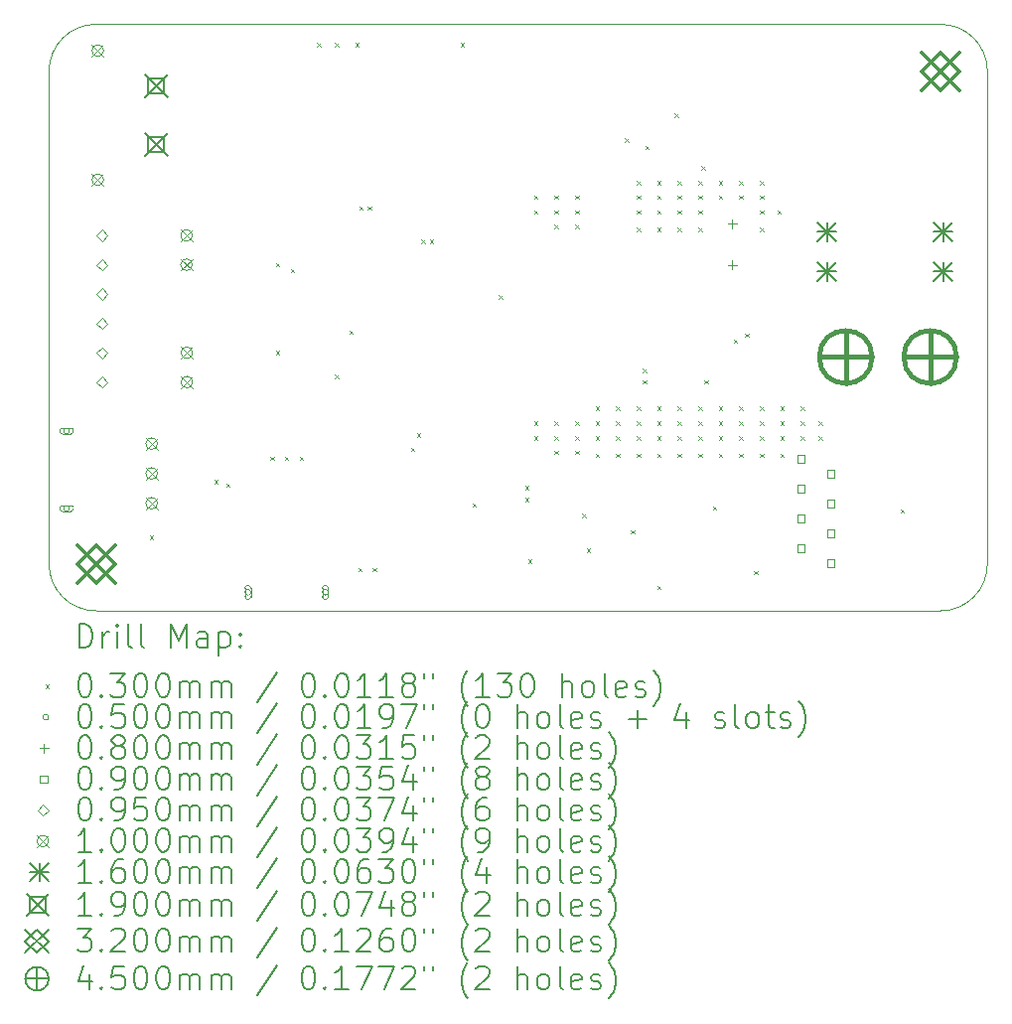
<source format=gbr>
%TF.GenerationSoftware,KiCad,Pcbnew,8.0.3-8.0.3-0~ubuntu22.04.1*%
%TF.CreationDate,2024-07-07T00:06:37-04:00*%
%TF.ProjectId,arm_drive_jl,61726d5f-6472-4697-9665-5f6a6c2e6b69,rev?*%
%TF.SameCoordinates,Original*%
%TF.FileFunction,Drillmap*%
%TF.FilePolarity,Positive*%
%FSLAX45Y45*%
G04 Gerber Fmt 4.5, Leading zero omitted, Abs format (unit mm)*
G04 Created by KiCad (PCBNEW 8.0.3-8.0.3-0~ubuntu22.04.1) date 2024-07-07 00:06:37*
%MOMM*%
%LPD*%
G01*
G04 APERTURE LIST*
%ADD10C,0.050000*%
%ADD11C,0.200000*%
%ADD12C,0.100000*%
%ADD13C,0.160000*%
%ADD14C,0.190000*%
%ADD15C,0.320000*%
%ADD16C,0.450000*%
G04 APERTURE END LIST*
D10*
X11700000Y-8300000D02*
G75*
G02*
X11300000Y-8700000I-400000J0D01*
G01*
X11300000Y-3700000D02*
G75*
G02*
X11700000Y-4100000I0J-400000D01*
G01*
X3700000Y-4100000D02*
G75*
G02*
X4100000Y-3700000I400000J0D01*
G01*
X4100000Y-8700000D02*
G75*
G02*
X3700000Y-8300000I0J400000D01*
G01*
X4100000Y-8700000D02*
X11300000Y-8700000D01*
X3700000Y-4100000D02*
X3700000Y-8300000D01*
X11700000Y-8300000D02*
X11700000Y-4100000D01*
X4100000Y-3700000D02*
X11300000Y-3700000D01*
D11*
D12*
X4560000Y-8060000D02*
X4590000Y-8090000D01*
X4590000Y-8060000D02*
X4560000Y-8090000D01*
X5110000Y-7585000D02*
X5140000Y-7615000D01*
X5140000Y-7585000D02*
X5110000Y-7615000D01*
X5210000Y-7615000D02*
X5240000Y-7645000D01*
X5240000Y-7615000D02*
X5210000Y-7645000D01*
X5585000Y-7385000D02*
X5615000Y-7415000D01*
X5615000Y-7385000D02*
X5585000Y-7415000D01*
X5635000Y-5735000D02*
X5665000Y-5765000D01*
X5665000Y-5735000D02*
X5635000Y-5765000D01*
X5635000Y-6485000D02*
X5665000Y-6515000D01*
X5665000Y-6485000D02*
X5635000Y-6515000D01*
X5710000Y-7385000D02*
X5740000Y-7415000D01*
X5740000Y-7385000D02*
X5710000Y-7415000D01*
X5760000Y-5784000D02*
X5790000Y-5814000D01*
X5790000Y-5784000D02*
X5760000Y-5814000D01*
X5835000Y-7385000D02*
X5865000Y-7415000D01*
X5865000Y-7385000D02*
X5835000Y-7415000D01*
X5985000Y-3860000D02*
X6015000Y-3890000D01*
X6015000Y-3860000D02*
X5985000Y-3890000D01*
X6135000Y-3860000D02*
X6165000Y-3890000D01*
X6165000Y-3860000D02*
X6135000Y-3890000D01*
X6135000Y-6685000D02*
X6165000Y-6715000D01*
X6165000Y-6685000D02*
X6135000Y-6715000D01*
X6260000Y-6310000D02*
X6290000Y-6340000D01*
X6290000Y-6310000D02*
X6260000Y-6340000D01*
X6310000Y-3860000D02*
X6340000Y-3890000D01*
X6340000Y-3860000D02*
X6310000Y-3890000D01*
X6335000Y-8335000D02*
X6365000Y-8365000D01*
X6365000Y-8335000D02*
X6335000Y-8365000D01*
X6343137Y-5251760D02*
X6373137Y-5281760D01*
X6373137Y-5251760D02*
X6343137Y-5281760D01*
X6418377Y-5251760D02*
X6448377Y-5281760D01*
X6448377Y-5251760D02*
X6418377Y-5281760D01*
X6460000Y-8335000D02*
X6490000Y-8365000D01*
X6490000Y-8335000D02*
X6460000Y-8365000D01*
X6785000Y-7310000D02*
X6815000Y-7340000D01*
X6815000Y-7310000D02*
X6785000Y-7340000D01*
X6835000Y-7185000D02*
X6865000Y-7215000D01*
X6865000Y-7185000D02*
X6835000Y-7215000D01*
X6872380Y-5535000D02*
X6902380Y-5565000D01*
X6902380Y-5535000D02*
X6872380Y-5565000D01*
X6947620Y-5535000D02*
X6977620Y-5565000D01*
X6977620Y-5535000D02*
X6947620Y-5565000D01*
X7210000Y-3860000D02*
X7240000Y-3890000D01*
X7240000Y-3860000D02*
X7210000Y-3890000D01*
X7310000Y-7785000D02*
X7340000Y-7815000D01*
X7340000Y-7785000D02*
X7310000Y-7815000D01*
X7535000Y-6010000D02*
X7565000Y-6040000D01*
X7565000Y-6010000D02*
X7535000Y-6040000D01*
X7760000Y-7635000D02*
X7790000Y-7665000D01*
X7790000Y-7635000D02*
X7760000Y-7665000D01*
X7760000Y-7735000D02*
X7790000Y-7765000D01*
X7790000Y-7735000D02*
X7760000Y-7765000D01*
X7785000Y-8260000D02*
X7815000Y-8290000D01*
X7815000Y-8260000D02*
X7785000Y-8290000D01*
X7835000Y-5160000D02*
X7865000Y-5190000D01*
X7865000Y-5160000D02*
X7835000Y-5190000D01*
X7835000Y-5285000D02*
X7865000Y-5315000D01*
X7865000Y-5285000D02*
X7835000Y-5315000D01*
X7835000Y-7085000D02*
X7865000Y-7115000D01*
X7865000Y-7085000D02*
X7835000Y-7115000D01*
X7835000Y-7210000D02*
X7865000Y-7240000D01*
X7865000Y-7210000D02*
X7835000Y-7240000D01*
X8010000Y-5160000D02*
X8040000Y-5190000D01*
X8040000Y-5160000D02*
X8010000Y-5190000D01*
X8010000Y-5285000D02*
X8040000Y-5315000D01*
X8040000Y-5285000D02*
X8010000Y-5315000D01*
X8010000Y-5410000D02*
X8040000Y-5440000D01*
X8040000Y-5410000D02*
X8010000Y-5440000D01*
X8010000Y-7085000D02*
X8040000Y-7115000D01*
X8040000Y-7085000D02*
X8010000Y-7115000D01*
X8010000Y-7210000D02*
X8040000Y-7240000D01*
X8040000Y-7210000D02*
X8010000Y-7240000D01*
X8010000Y-7335000D02*
X8040000Y-7365000D01*
X8040000Y-7335000D02*
X8010000Y-7365000D01*
X8185000Y-5160000D02*
X8215000Y-5190000D01*
X8215000Y-5160000D02*
X8185000Y-5190000D01*
X8185000Y-5285000D02*
X8215000Y-5315000D01*
X8215000Y-5285000D02*
X8185000Y-5315000D01*
X8185000Y-5410000D02*
X8215000Y-5440000D01*
X8215000Y-5410000D02*
X8185000Y-5440000D01*
X8185000Y-7085000D02*
X8215000Y-7115000D01*
X8215000Y-7085000D02*
X8185000Y-7115000D01*
X8185000Y-7210000D02*
X8215000Y-7240000D01*
X8215000Y-7210000D02*
X8185000Y-7240000D01*
X8185000Y-7335000D02*
X8215000Y-7365000D01*
X8215000Y-7335000D02*
X8185000Y-7365000D01*
X8247500Y-7872500D02*
X8277500Y-7902500D01*
X8277500Y-7872500D02*
X8247500Y-7902500D01*
X8285000Y-8170000D02*
X8315000Y-8200000D01*
X8315000Y-8170000D02*
X8285000Y-8200000D01*
X8360000Y-6960000D02*
X8390000Y-6990000D01*
X8390000Y-6960000D02*
X8360000Y-6990000D01*
X8360000Y-7085000D02*
X8390000Y-7115000D01*
X8390000Y-7085000D02*
X8360000Y-7115000D01*
X8360000Y-7210000D02*
X8390000Y-7240000D01*
X8390000Y-7210000D02*
X8360000Y-7240000D01*
X8360000Y-7360000D02*
X8390000Y-7390000D01*
X8390000Y-7360000D02*
X8360000Y-7390000D01*
X8535000Y-6960000D02*
X8565000Y-6990000D01*
X8565000Y-6960000D02*
X8535000Y-6990000D01*
X8535000Y-7085000D02*
X8565000Y-7115000D01*
X8565000Y-7085000D02*
X8535000Y-7115000D01*
X8535000Y-7210000D02*
X8565000Y-7240000D01*
X8565000Y-7210000D02*
X8535000Y-7240000D01*
X8535000Y-7360000D02*
X8565000Y-7390000D01*
X8565000Y-7360000D02*
X8535000Y-7390000D01*
X8610000Y-4670000D02*
X8640000Y-4700000D01*
X8640000Y-4670000D02*
X8610000Y-4700000D01*
X8660000Y-8010000D02*
X8690000Y-8040000D01*
X8690000Y-8010000D02*
X8660000Y-8040000D01*
X8710000Y-5035000D02*
X8740000Y-5065000D01*
X8740000Y-5035000D02*
X8710000Y-5065000D01*
X8710000Y-5160000D02*
X8740000Y-5190000D01*
X8740000Y-5160000D02*
X8710000Y-5190000D01*
X8710000Y-5285000D02*
X8740000Y-5315000D01*
X8740000Y-5285000D02*
X8710000Y-5315000D01*
X8710000Y-5435000D02*
X8740000Y-5465000D01*
X8740000Y-5435000D02*
X8710000Y-5465000D01*
X8710000Y-6960000D02*
X8740000Y-6990000D01*
X8740000Y-6960000D02*
X8710000Y-6990000D01*
X8710000Y-7085000D02*
X8740000Y-7115000D01*
X8740000Y-7085000D02*
X8710000Y-7115000D01*
X8710000Y-7210000D02*
X8740000Y-7240000D01*
X8740000Y-7210000D02*
X8710000Y-7240000D01*
X8710000Y-7360000D02*
X8740000Y-7390000D01*
X8740000Y-7360000D02*
X8710000Y-7390000D01*
X8760000Y-6635000D02*
X8790000Y-6665000D01*
X8790000Y-6635000D02*
X8760000Y-6665000D01*
X8760000Y-6735000D02*
X8790000Y-6765000D01*
X8790000Y-6735000D02*
X8760000Y-6765000D01*
X8785000Y-4735000D02*
X8815000Y-4765000D01*
X8815000Y-4735000D02*
X8785000Y-4765000D01*
X8885000Y-5035000D02*
X8915000Y-5065000D01*
X8915000Y-5035000D02*
X8885000Y-5065000D01*
X8885000Y-5160000D02*
X8915000Y-5190000D01*
X8915000Y-5160000D02*
X8885000Y-5190000D01*
X8885000Y-5285000D02*
X8915000Y-5315000D01*
X8915000Y-5285000D02*
X8885000Y-5315000D01*
X8885000Y-5435000D02*
X8915000Y-5465000D01*
X8915000Y-5435000D02*
X8885000Y-5465000D01*
X8885000Y-6960000D02*
X8915000Y-6990000D01*
X8915000Y-6960000D02*
X8885000Y-6990000D01*
X8885000Y-7085000D02*
X8915000Y-7115000D01*
X8915000Y-7085000D02*
X8885000Y-7115000D01*
X8885000Y-7210000D02*
X8915000Y-7240000D01*
X8915000Y-7210000D02*
X8885000Y-7240000D01*
X8885000Y-7360000D02*
X8915000Y-7390000D01*
X8915000Y-7360000D02*
X8885000Y-7390000D01*
X8885000Y-8485000D02*
X8915000Y-8515000D01*
X8915000Y-8485000D02*
X8885000Y-8515000D01*
X9035000Y-4460000D02*
X9065000Y-4490000D01*
X9065000Y-4460000D02*
X9035000Y-4490000D01*
X9060000Y-5035000D02*
X9090000Y-5065000D01*
X9090000Y-5035000D02*
X9060000Y-5065000D01*
X9060000Y-5160000D02*
X9090000Y-5190000D01*
X9090000Y-5160000D02*
X9060000Y-5190000D01*
X9060000Y-5285000D02*
X9090000Y-5315000D01*
X9090000Y-5285000D02*
X9060000Y-5315000D01*
X9060000Y-5435000D02*
X9090000Y-5465000D01*
X9090000Y-5435000D02*
X9060000Y-5465000D01*
X9060000Y-6960000D02*
X9090000Y-6990000D01*
X9090000Y-6960000D02*
X9060000Y-6990000D01*
X9060000Y-7085000D02*
X9090000Y-7115000D01*
X9090000Y-7085000D02*
X9060000Y-7115000D01*
X9060000Y-7210000D02*
X9090000Y-7240000D01*
X9090000Y-7210000D02*
X9060000Y-7240000D01*
X9060000Y-7360000D02*
X9090000Y-7390000D01*
X9090000Y-7360000D02*
X9060000Y-7390000D01*
X9235000Y-5035000D02*
X9265000Y-5065000D01*
X9265000Y-5035000D02*
X9235000Y-5065000D01*
X9235000Y-5160000D02*
X9265000Y-5190000D01*
X9265000Y-5160000D02*
X9235000Y-5190000D01*
X9235000Y-5285000D02*
X9265000Y-5315000D01*
X9265000Y-5285000D02*
X9235000Y-5315000D01*
X9235000Y-5435000D02*
X9265000Y-5465000D01*
X9265000Y-5435000D02*
X9235000Y-5465000D01*
X9235000Y-6960000D02*
X9265000Y-6990000D01*
X9265000Y-6960000D02*
X9235000Y-6990000D01*
X9235000Y-7085000D02*
X9265000Y-7115000D01*
X9265000Y-7085000D02*
X9235000Y-7115000D01*
X9235000Y-7210000D02*
X9265000Y-7240000D01*
X9265000Y-7210000D02*
X9235000Y-7240000D01*
X9235000Y-7360000D02*
X9265000Y-7390000D01*
X9265000Y-7360000D02*
X9235000Y-7390000D01*
X9260000Y-4910000D02*
X9290000Y-4940000D01*
X9290000Y-4910000D02*
X9260000Y-4940000D01*
X9285000Y-6735000D02*
X9315000Y-6765000D01*
X9315000Y-6735000D02*
X9285000Y-6765000D01*
X9360000Y-7810000D02*
X9390000Y-7840000D01*
X9390000Y-7810000D02*
X9360000Y-7840000D01*
X9410000Y-5035000D02*
X9440000Y-5065000D01*
X9440000Y-5035000D02*
X9410000Y-5065000D01*
X9410000Y-5160000D02*
X9440000Y-5190000D01*
X9440000Y-5160000D02*
X9410000Y-5190000D01*
X9410000Y-6960000D02*
X9440000Y-6990000D01*
X9440000Y-6960000D02*
X9410000Y-6990000D01*
X9410000Y-7085000D02*
X9440000Y-7115000D01*
X9440000Y-7085000D02*
X9410000Y-7115000D01*
X9410000Y-7210000D02*
X9440000Y-7240000D01*
X9440000Y-7210000D02*
X9410000Y-7240000D01*
X9410000Y-7360000D02*
X9440000Y-7390000D01*
X9440000Y-7360000D02*
X9410000Y-7390000D01*
X9535000Y-6385000D02*
X9565000Y-6415000D01*
X9565000Y-6385000D02*
X9535000Y-6415000D01*
X9585000Y-5035000D02*
X9615000Y-5065000D01*
X9615000Y-5035000D02*
X9585000Y-5065000D01*
X9585000Y-5160000D02*
X9615000Y-5190000D01*
X9615000Y-5160000D02*
X9585000Y-5190000D01*
X9585000Y-6960000D02*
X9615000Y-6990000D01*
X9615000Y-6960000D02*
X9585000Y-6990000D01*
X9585000Y-7085000D02*
X9615000Y-7115000D01*
X9615000Y-7085000D02*
X9585000Y-7115000D01*
X9585000Y-7210000D02*
X9615000Y-7240000D01*
X9615000Y-7210000D02*
X9585000Y-7240000D01*
X9585000Y-7360000D02*
X9615000Y-7390000D01*
X9615000Y-7360000D02*
X9585000Y-7390000D01*
X9635000Y-6335000D02*
X9665000Y-6365000D01*
X9665000Y-6335000D02*
X9635000Y-6365000D01*
X9710000Y-8360000D02*
X9740000Y-8390000D01*
X9740000Y-8360000D02*
X9710000Y-8390000D01*
X9760000Y-5035000D02*
X9790000Y-5065000D01*
X9790000Y-5035000D02*
X9760000Y-5065000D01*
X9760000Y-5160000D02*
X9790000Y-5190000D01*
X9790000Y-5160000D02*
X9760000Y-5190000D01*
X9760000Y-5285000D02*
X9790000Y-5315000D01*
X9790000Y-5285000D02*
X9760000Y-5315000D01*
X9760000Y-5435000D02*
X9790000Y-5465000D01*
X9790000Y-5435000D02*
X9760000Y-5465000D01*
X9760000Y-6960000D02*
X9790000Y-6990000D01*
X9790000Y-6960000D02*
X9760000Y-6990000D01*
X9760000Y-7085000D02*
X9790000Y-7115000D01*
X9790000Y-7085000D02*
X9760000Y-7115000D01*
X9760000Y-7210000D02*
X9790000Y-7240000D01*
X9790000Y-7210000D02*
X9760000Y-7240000D01*
X9760000Y-7360000D02*
X9790000Y-7390000D01*
X9790000Y-7360000D02*
X9760000Y-7390000D01*
X9910000Y-5285000D02*
X9940000Y-5315000D01*
X9940000Y-5285000D02*
X9910000Y-5315000D01*
X9935000Y-6960000D02*
X9965000Y-6990000D01*
X9965000Y-6960000D02*
X9935000Y-6990000D01*
X9935000Y-7085000D02*
X9965000Y-7115000D01*
X9965000Y-7085000D02*
X9935000Y-7115000D01*
X9935000Y-7210000D02*
X9965000Y-7240000D01*
X9965000Y-7210000D02*
X9935000Y-7240000D01*
X9935000Y-7360000D02*
X9965000Y-7390000D01*
X9965000Y-7360000D02*
X9935000Y-7390000D01*
X10110000Y-6960000D02*
X10140000Y-6990000D01*
X10140000Y-6960000D02*
X10110000Y-6990000D01*
X10110000Y-7085000D02*
X10140000Y-7115000D01*
X10140000Y-7085000D02*
X10110000Y-7115000D01*
X10110000Y-7210000D02*
X10140000Y-7240000D01*
X10140000Y-7210000D02*
X10110000Y-7240000D01*
X10260000Y-7085000D02*
X10290000Y-7115000D01*
X10290000Y-7085000D02*
X10260000Y-7115000D01*
X10260000Y-7210000D02*
X10290000Y-7240000D01*
X10290000Y-7210000D02*
X10260000Y-7240000D01*
X10960000Y-7835000D02*
X10990000Y-7865000D01*
X10990000Y-7835000D02*
X10960000Y-7865000D01*
X3875000Y-7167500D02*
G75*
G02*
X3825000Y-7167500I-25000J0D01*
G01*
X3825000Y-7167500D02*
G75*
G02*
X3875000Y-7167500I25000J0D01*
G01*
X3815000Y-7192500D02*
X3885000Y-7192500D01*
X3885000Y-7142500D02*
G75*
G02*
X3885000Y-7192500I0J-25000D01*
G01*
X3885000Y-7142500D02*
X3815000Y-7142500D01*
X3815000Y-7142500D02*
G75*
G03*
X3815000Y-7192500I0J-25000D01*
G01*
X3875000Y-7827500D02*
G75*
G02*
X3825000Y-7827500I-25000J0D01*
G01*
X3825000Y-7827500D02*
G75*
G02*
X3875000Y-7827500I25000J0D01*
G01*
X3815000Y-7852500D02*
X3885000Y-7852500D01*
X3885000Y-7802500D02*
G75*
G02*
X3885000Y-7852500I0J-25000D01*
G01*
X3885000Y-7802500D02*
X3815000Y-7802500D01*
X3815000Y-7802500D02*
G75*
G03*
X3815000Y-7852500I0J-25000D01*
G01*
X5420000Y-8542500D02*
G75*
G02*
X5370000Y-8542500I-25000J0D01*
G01*
X5370000Y-8542500D02*
G75*
G02*
X5420000Y-8542500I25000J0D01*
G01*
X5420000Y-8577500D02*
X5420000Y-8507500D01*
X5370000Y-8507500D02*
G75*
G02*
X5420000Y-8507500I25000J0D01*
G01*
X5370000Y-8507500D02*
X5370000Y-8577500D01*
X5370000Y-8577500D02*
G75*
G03*
X5420000Y-8577500I25000J0D01*
G01*
X6080000Y-8542500D02*
G75*
G02*
X6030000Y-8542500I-25000J0D01*
G01*
X6030000Y-8542500D02*
G75*
G02*
X6080000Y-8542500I25000J0D01*
G01*
X6080000Y-8577500D02*
X6080000Y-8507500D01*
X6030000Y-8507500D02*
G75*
G02*
X6080000Y-8507500I25000J0D01*
G01*
X6030000Y-8507500D02*
X6030000Y-8577500D01*
X6030000Y-8577500D02*
G75*
G03*
X6080000Y-8577500I25000J0D01*
G01*
X9525000Y-5360000D02*
X9525000Y-5440000D01*
X9485000Y-5400000D02*
X9565000Y-5400000D01*
X9525000Y-5710000D02*
X9525000Y-5790000D01*
X9485000Y-5750000D02*
X9565000Y-5750000D01*
X10142820Y-7437320D02*
X10142820Y-7373680D01*
X10079180Y-7373680D01*
X10079180Y-7437320D01*
X10142820Y-7437320D01*
X10142820Y-7691320D02*
X10142820Y-7627680D01*
X10079180Y-7627680D01*
X10079180Y-7691320D01*
X10142820Y-7691320D01*
X10142820Y-7945320D02*
X10142820Y-7881680D01*
X10079180Y-7881680D01*
X10079180Y-7945320D01*
X10142820Y-7945320D01*
X10142820Y-8199320D02*
X10142820Y-8135680D01*
X10079180Y-8135680D01*
X10079180Y-8199320D01*
X10142820Y-8199320D01*
X10396820Y-7564320D02*
X10396820Y-7500680D01*
X10333180Y-7500680D01*
X10333180Y-7564320D01*
X10396820Y-7564320D01*
X10396820Y-7818320D02*
X10396820Y-7754680D01*
X10333180Y-7754680D01*
X10333180Y-7818320D01*
X10396820Y-7818320D01*
X10396820Y-8072320D02*
X10396820Y-8008680D01*
X10333180Y-8008680D01*
X10333180Y-8072320D01*
X10396820Y-8072320D01*
X10396820Y-8326320D02*
X10396820Y-8262680D01*
X10333180Y-8262680D01*
X10333180Y-8326320D01*
X10396820Y-8326320D01*
X4150000Y-5547500D02*
X4197500Y-5500000D01*
X4150000Y-5452500D01*
X4102500Y-5500000D01*
X4150000Y-5547500D01*
X4150000Y-5797500D02*
X4197500Y-5750000D01*
X4150000Y-5702500D01*
X4102500Y-5750000D01*
X4150000Y-5797500D01*
X4150000Y-6047500D02*
X4197500Y-6000000D01*
X4150000Y-5952500D01*
X4102500Y-6000000D01*
X4150000Y-6047500D01*
X4150000Y-6297500D02*
X4197500Y-6250000D01*
X4150000Y-6202500D01*
X4102500Y-6250000D01*
X4150000Y-6297500D01*
X4150000Y-6547500D02*
X4197500Y-6500000D01*
X4150000Y-6452500D01*
X4102500Y-6500000D01*
X4150000Y-6547500D01*
X4150000Y-6797500D02*
X4197500Y-6750000D01*
X4150000Y-6702500D01*
X4102500Y-6750000D01*
X4150000Y-6797500D01*
X4065000Y-3875000D02*
X4165000Y-3975000D01*
X4165000Y-3875000D02*
X4065000Y-3975000D01*
X4165000Y-3925000D02*
G75*
G02*
X4065000Y-3925000I-50000J0D01*
G01*
X4065000Y-3925000D02*
G75*
G02*
X4165000Y-3925000I50000J0D01*
G01*
X4065000Y-4975000D02*
X4165000Y-5075000D01*
X4165000Y-4975000D02*
X4065000Y-5075000D01*
X4165000Y-5025000D02*
G75*
G02*
X4065000Y-5025000I-50000J0D01*
G01*
X4065000Y-5025000D02*
G75*
G02*
X4165000Y-5025000I50000J0D01*
G01*
X4525000Y-7225000D02*
X4625000Y-7325000D01*
X4625000Y-7225000D02*
X4525000Y-7325000D01*
X4625000Y-7275000D02*
G75*
G02*
X4525000Y-7275000I-50000J0D01*
G01*
X4525000Y-7275000D02*
G75*
G02*
X4625000Y-7275000I50000J0D01*
G01*
X4525000Y-7479000D02*
X4625000Y-7579000D01*
X4625000Y-7479000D02*
X4525000Y-7579000D01*
X4625000Y-7529000D02*
G75*
G02*
X4525000Y-7529000I-50000J0D01*
G01*
X4525000Y-7529000D02*
G75*
G02*
X4625000Y-7529000I50000J0D01*
G01*
X4525000Y-7733000D02*
X4625000Y-7833000D01*
X4625000Y-7733000D02*
X4525000Y-7833000D01*
X4625000Y-7783000D02*
G75*
G02*
X4525000Y-7783000I-50000J0D01*
G01*
X4525000Y-7783000D02*
G75*
G02*
X4625000Y-7783000I50000J0D01*
G01*
X4822500Y-5450000D02*
X4922500Y-5550000D01*
X4922500Y-5450000D02*
X4822500Y-5550000D01*
X4922500Y-5500000D02*
G75*
G02*
X4822500Y-5500000I-50000J0D01*
G01*
X4822500Y-5500000D02*
G75*
G02*
X4922500Y-5500000I50000J0D01*
G01*
X4822500Y-5700000D02*
X4922500Y-5800000D01*
X4922500Y-5700000D02*
X4822500Y-5800000D01*
X4922500Y-5750000D02*
G75*
G02*
X4822500Y-5750000I-50000J0D01*
G01*
X4822500Y-5750000D02*
G75*
G02*
X4922500Y-5750000I50000J0D01*
G01*
X4825000Y-6450000D02*
X4925000Y-6550000D01*
X4925000Y-6450000D02*
X4825000Y-6550000D01*
X4925000Y-6500000D02*
G75*
G02*
X4825000Y-6500000I-50000J0D01*
G01*
X4825000Y-6500000D02*
G75*
G02*
X4925000Y-6500000I50000J0D01*
G01*
X4825000Y-6700000D02*
X4925000Y-6800000D01*
X4925000Y-6700000D02*
X4825000Y-6800000D01*
X4925000Y-6750000D02*
G75*
G02*
X4825000Y-6750000I-50000J0D01*
G01*
X4825000Y-6750000D02*
G75*
G02*
X4925000Y-6750000I50000J0D01*
G01*
D13*
X10251000Y-5386250D02*
X10411000Y-5546250D01*
X10411000Y-5386250D02*
X10251000Y-5546250D01*
X10331000Y-5386250D02*
X10331000Y-5546250D01*
X10251000Y-5466250D02*
X10411000Y-5466250D01*
X10251000Y-5726250D02*
X10411000Y-5886250D01*
X10411000Y-5726250D02*
X10251000Y-5886250D01*
X10331000Y-5726250D02*
X10331000Y-5886250D01*
X10251000Y-5806250D02*
X10411000Y-5806250D01*
X11243000Y-5386250D02*
X11403000Y-5546250D01*
X11403000Y-5386250D02*
X11243000Y-5546250D01*
X11323000Y-5386250D02*
X11323000Y-5546250D01*
X11243000Y-5466250D02*
X11403000Y-5466250D01*
X11243000Y-5726250D02*
X11403000Y-5886250D01*
X11403000Y-5726250D02*
X11243000Y-5886250D01*
X11323000Y-5726250D02*
X11323000Y-5886250D01*
X11243000Y-5806250D02*
X11403000Y-5806250D01*
D14*
X4520000Y-4130000D02*
X4710000Y-4320000D01*
X4710000Y-4130000D02*
X4520000Y-4320000D01*
X4682176Y-4292176D02*
X4682176Y-4157824D01*
X4547824Y-4157824D01*
X4547824Y-4292176D01*
X4682176Y-4292176D01*
X4520000Y-4630000D02*
X4710000Y-4820000D01*
X4710000Y-4630000D02*
X4520000Y-4820000D01*
X4682176Y-4792176D02*
X4682176Y-4657824D01*
X4547824Y-4657824D01*
X4547824Y-4792176D01*
X4682176Y-4792176D01*
D15*
X3940000Y-8140000D02*
X4260000Y-8460000D01*
X4260000Y-8140000D02*
X3940000Y-8460000D01*
X4100000Y-8460000D02*
X4260000Y-8300000D01*
X4100000Y-8140000D01*
X3940000Y-8300000D01*
X4100000Y-8460000D01*
X11140000Y-3940000D02*
X11460000Y-4260000D01*
X11460000Y-3940000D02*
X11140000Y-4260000D01*
X11300000Y-4260000D02*
X11460000Y-4100000D01*
X11300000Y-3940000D01*
X11140000Y-4100000D01*
X11300000Y-4260000D01*
D16*
X10492000Y-6311250D02*
X10492000Y-6761250D01*
X10267000Y-6536250D02*
X10717000Y-6536250D01*
X10717000Y-6536250D02*
G75*
G02*
X10267000Y-6536250I-225000J0D01*
G01*
X10267000Y-6536250D02*
G75*
G02*
X10717000Y-6536250I225000J0D01*
G01*
X11212000Y-6311250D02*
X11212000Y-6761250D01*
X10987000Y-6536250D02*
X11437000Y-6536250D01*
X11437000Y-6536250D02*
G75*
G02*
X10987000Y-6536250I-225000J0D01*
G01*
X10987000Y-6536250D02*
G75*
G02*
X11437000Y-6536250I225000J0D01*
G01*
D11*
X3958277Y-9013984D02*
X3958277Y-8813984D01*
X3958277Y-8813984D02*
X4005896Y-8813984D01*
X4005896Y-8813984D02*
X4034467Y-8823508D01*
X4034467Y-8823508D02*
X4053515Y-8842555D01*
X4053515Y-8842555D02*
X4063039Y-8861603D01*
X4063039Y-8861603D02*
X4072562Y-8899698D01*
X4072562Y-8899698D02*
X4072562Y-8928270D01*
X4072562Y-8928270D02*
X4063039Y-8966365D01*
X4063039Y-8966365D02*
X4053515Y-8985412D01*
X4053515Y-8985412D02*
X4034467Y-9004460D01*
X4034467Y-9004460D02*
X4005896Y-9013984D01*
X4005896Y-9013984D02*
X3958277Y-9013984D01*
X4158277Y-9013984D02*
X4158277Y-8880650D01*
X4158277Y-8918746D02*
X4167801Y-8899698D01*
X4167801Y-8899698D02*
X4177324Y-8890174D01*
X4177324Y-8890174D02*
X4196372Y-8880650D01*
X4196372Y-8880650D02*
X4215420Y-8880650D01*
X4282086Y-9013984D02*
X4282086Y-8880650D01*
X4282086Y-8813984D02*
X4272563Y-8823508D01*
X4272563Y-8823508D02*
X4282086Y-8833031D01*
X4282086Y-8833031D02*
X4291610Y-8823508D01*
X4291610Y-8823508D02*
X4282086Y-8813984D01*
X4282086Y-8813984D02*
X4282086Y-8833031D01*
X4405896Y-9013984D02*
X4386848Y-9004460D01*
X4386848Y-9004460D02*
X4377324Y-8985412D01*
X4377324Y-8985412D02*
X4377324Y-8813984D01*
X4510658Y-9013984D02*
X4491610Y-9004460D01*
X4491610Y-9004460D02*
X4482086Y-8985412D01*
X4482086Y-8985412D02*
X4482086Y-8813984D01*
X4739229Y-9013984D02*
X4739229Y-8813984D01*
X4739229Y-8813984D02*
X4805896Y-8956841D01*
X4805896Y-8956841D02*
X4872563Y-8813984D01*
X4872563Y-8813984D02*
X4872563Y-9013984D01*
X5053515Y-9013984D02*
X5053515Y-8909222D01*
X5053515Y-8909222D02*
X5043991Y-8890174D01*
X5043991Y-8890174D02*
X5024944Y-8880650D01*
X5024944Y-8880650D02*
X4986848Y-8880650D01*
X4986848Y-8880650D02*
X4967801Y-8890174D01*
X5053515Y-9004460D02*
X5034467Y-9013984D01*
X5034467Y-9013984D02*
X4986848Y-9013984D01*
X4986848Y-9013984D02*
X4967801Y-9004460D01*
X4967801Y-9004460D02*
X4958277Y-8985412D01*
X4958277Y-8985412D02*
X4958277Y-8966365D01*
X4958277Y-8966365D02*
X4967801Y-8947317D01*
X4967801Y-8947317D02*
X4986848Y-8937793D01*
X4986848Y-8937793D02*
X5034467Y-8937793D01*
X5034467Y-8937793D02*
X5053515Y-8928270D01*
X5148753Y-8880650D02*
X5148753Y-9080650D01*
X5148753Y-8890174D02*
X5167801Y-8880650D01*
X5167801Y-8880650D02*
X5205896Y-8880650D01*
X5205896Y-8880650D02*
X5224944Y-8890174D01*
X5224944Y-8890174D02*
X5234467Y-8899698D01*
X5234467Y-8899698D02*
X5243991Y-8918746D01*
X5243991Y-8918746D02*
X5243991Y-8975889D01*
X5243991Y-8975889D02*
X5234467Y-8994936D01*
X5234467Y-8994936D02*
X5224944Y-9004460D01*
X5224944Y-9004460D02*
X5205896Y-9013984D01*
X5205896Y-9013984D02*
X5167801Y-9013984D01*
X5167801Y-9013984D02*
X5148753Y-9004460D01*
X5329705Y-8994936D02*
X5339229Y-9004460D01*
X5339229Y-9004460D02*
X5329705Y-9013984D01*
X5329705Y-9013984D02*
X5320182Y-9004460D01*
X5320182Y-9004460D02*
X5329705Y-8994936D01*
X5329705Y-8994936D02*
X5329705Y-9013984D01*
X5329705Y-8890174D02*
X5339229Y-8899698D01*
X5339229Y-8899698D02*
X5329705Y-8909222D01*
X5329705Y-8909222D02*
X5320182Y-8899698D01*
X5320182Y-8899698D02*
X5329705Y-8890174D01*
X5329705Y-8890174D02*
X5329705Y-8909222D01*
D12*
X3667500Y-9327500D02*
X3697500Y-9357500D01*
X3697500Y-9327500D02*
X3667500Y-9357500D01*
D11*
X3996372Y-9233984D02*
X4015420Y-9233984D01*
X4015420Y-9233984D02*
X4034467Y-9243508D01*
X4034467Y-9243508D02*
X4043991Y-9253031D01*
X4043991Y-9253031D02*
X4053515Y-9272079D01*
X4053515Y-9272079D02*
X4063039Y-9310174D01*
X4063039Y-9310174D02*
X4063039Y-9357793D01*
X4063039Y-9357793D02*
X4053515Y-9395889D01*
X4053515Y-9395889D02*
X4043991Y-9414936D01*
X4043991Y-9414936D02*
X4034467Y-9424460D01*
X4034467Y-9424460D02*
X4015420Y-9433984D01*
X4015420Y-9433984D02*
X3996372Y-9433984D01*
X3996372Y-9433984D02*
X3977324Y-9424460D01*
X3977324Y-9424460D02*
X3967801Y-9414936D01*
X3967801Y-9414936D02*
X3958277Y-9395889D01*
X3958277Y-9395889D02*
X3948753Y-9357793D01*
X3948753Y-9357793D02*
X3948753Y-9310174D01*
X3948753Y-9310174D02*
X3958277Y-9272079D01*
X3958277Y-9272079D02*
X3967801Y-9253031D01*
X3967801Y-9253031D02*
X3977324Y-9243508D01*
X3977324Y-9243508D02*
X3996372Y-9233984D01*
X4148753Y-9414936D02*
X4158277Y-9424460D01*
X4158277Y-9424460D02*
X4148753Y-9433984D01*
X4148753Y-9433984D02*
X4139229Y-9424460D01*
X4139229Y-9424460D02*
X4148753Y-9414936D01*
X4148753Y-9414936D02*
X4148753Y-9433984D01*
X4224944Y-9233984D02*
X4348753Y-9233984D01*
X4348753Y-9233984D02*
X4282086Y-9310174D01*
X4282086Y-9310174D02*
X4310658Y-9310174D01*
X4310658Y-9310174D02*
X4329705Y-9319698D01*
X4329705Y-9319698D02*
X4339229Y-9329222D01*
X4339229Y-9329222D02*
X4348753Y-9348270D01*
X4348753Y-9348270D02*
X4348753Y-9395889D01*
X4348753Y-9395889D02*
X4339229Y-9414936D01*
X4339229Y-9414936D02*
X4329705Y-9424460D01*
X4329705Y-9424460D02*
X4310658Y-9433984D01*
X4310658Y-9433984D02*
X4253515Y-9433984D01*
X4253515Y-9433984D02*
X4234467Y-9424460D01*
X4234467Y-9424460D02*
X4224944Y-9414936D01*
X4472563Y-9233984D02*
X4491610Y-9233984D01*
X4491610Y-9233984D02*
X4510658Y-9243508D01*
X4510658Y-9243508D02*
X4520182Y-9253031D01*
X4520182Y-9253031D02*
X4529705Y-9272079D01*
X4529705Y-9272079D02*
X4539229Y-9310174D01*
X4539229Y-9310174D02*
X4539229Y-9357793D01*
X4539229Y-9357793D02*
X4529705Y-9395889D01*
X4529705Y-9395889D02*
X4520182Y-9414936D01*
X4520182Y-9414936D02*
X4510658Y-9424460D01*
X4510658Y-9424460D02*
X4491610Y-9433984D01*
X4491610Y-9433984D02*
X4472563Y-9433984D01*
X4472563Y-9433984D02*
X4453515Y-9424460D01*
X4453515Y-9424460D02*
X4443991Y-9414936D01*
X4443991Y-9414936D02*
X4434467Y-9395889D01*
X4434467Y-9395889D02*
X4424944Y-9357793D01*
X4424944Y-9357793D02*
X4424944Y-9310174D01*
X4424944Y-9310174D02*
X4434467Y-9272079D01*
X4434467Y-9272079D02*
X4443991Y-9253031D01*
X4443991Y-9253031D02*
X4453515Y-9243508D01*
X4453515Y-9243508D02*
X4472563Y-9233984D01*
X4663039Y-9233984D02*
X4682086Y-9233984D01*
X4682086Y-9233984D02*
X4701134Y-9243508D01*
X4701134Y-9243508D02*
X4710658Y-9253031D01*
X4710658Y-9253031D02*
X4720182Y-9272079D01*
X4720182Y-9272079D02*
X4729705Y-9310174D01*
X4729705Y-9310174D02*
X4729705Y-9357793D01*
X4729705Y-9357793D02*
X4720182Y-9395889D01*
X4720182Y-9395889D02*
X4710658Y-9414936D01*
X4710658Y-9414936D02*
X4701134Y-9424460D01*
X4701134Y-9424460D02*
X4682086Y-9433984D01*
X4682086Y-9433984D02*
X4663039Y-9433984D01*
X4663039Y-9433984D02*
X4643991Y-9424460D01*
X4643991Y-9424460D02*
X4634467Y-9414936D01*
X4634467Y-9414936D02*
X4624944Y-9395889D01*
X4624944Y-9395889D02*
X4615420Y-9357793D01*
X4615420Y-9357793D02*
X4615420Y-9310174D01*
X4615420Y-9310174D02*
X4624944Y-9272079D01*
X4624944Y-9272079D02*
X4634467Y-9253031D01*
X4634467Y-9253031D02*
X4643991Y-9243508D01*
X4643991Y-9243508D02*
X4663039Y-9233984D01*
X4815420Y-9433984D02*
X4815420Y-9300650D01*
X4815420Y-9319698D02*
X4824944Y-9310174D01*
X4824944Y-9310174D02*
X4843991Y-9300650D01*
X4843991Y-9300650D02*
X4872563Y-9300650D01*
X4872563Y-9300650D02*
X4891610Y-9310174D01*
X4891610Y-9310174D02*
X4901134Y-9329222D01*
X4901134Y-9329222D02*
X4901134Y-9433984D01*
X4901134Y-9329222D02*
X4910658Y-9310174D01*
X4910658Y-9310174D02*
X4929705Y-9300650D01*
X4929705Y-9300650D02*
X4958277Y-9300650D01*
X4958277Y-9300650D02*
X4977325Y-9310174D01*
X4977325Y-9310174D02*
X4986848Y-9329222D01*
X4986848Y-9329222D02*
X4986848Y-9433984D01*
X5082086Y-9433984D02*
X5082086Y-9300650D01*
X5082086Y-9319698D02*
X5091610Y-9310174D01*
X5091610Y-9310174D02*
X5110658Y-9300650D01*
X5110658Y-9300650D02*
X5139229Y-9300650D01*
X5139229Y-9300650D02*
X5158277Y-9310174D01*
X5158277Y-9310174D02*
X5167801Y-9329222D01*
X5167801Y-9329222D02*
X5167801Y-9433984D01*
X5167801Y-9329222D02*
X5177325Y-9310174D01*
X5177325Y-9310174D02*
X5196372Y-9300650D01*
X5196372Y-9300650D02*
X5224944Y-9300650D01*
X5224944Y-9300650D02*
X5243991Y-9310174D01*
X5243991Y-9310174D02*
X5253515Y-9329222D01*
X5253515Y-9329222D02*
X5253515Y-9433984D01*
X5643991Y-9224460D02*
X5472563Y-9481603D01*
X5901134Y-9233984D02*
X5920182Y-9233984D01*
X5920182Y-9233984D02*
X5939229Y-9243508D01*
X5939229Y-9243508D02*
X5948753Y-9253031D01*
X5948753Y-9253031D02*
X5958277Y-9272079D01*
X5958277Y-9272079D02*
X5967801Y-9310174D01*
X5967801Y-9310174D02*
X5967801Y-9357793D01*
X5967801Y-9357793D02*
X5958277Y-9395889D01*
X5958277Y-9395889D02*
X5948753Y-9414936D01*
X5948753Y-9414936D02*
X5939229Y-9424460D01*
X5939229Y-9424460D02*
X5920182Y-9433984D01*
X5920182Y-9433984D02*
X5901134Y-9433984D01*
X5901134Y-9433984D02*
X5882086Y-9424460D01*
X5882086Y-9424460D02*
X5872563Y-9414936D01*
X5872563Y-9414936D02*
X5863039Y-9395889D01*
X5863039Y-9395889D02*
X5853515Y-9357793D01*
X5853515Y-9357793D02*
X5853515Y-9310174D01*
X5853515Y-9310174D02*
X5863039Y-9272079D01*
X5863039Y-9272079D02*
X5872563Y-9253031D01*
X5872563Y-9253031D02*
X5882086Y-9243508D01*
X5882086Y-9243508D02*
X5901134Y-9233984D01*
X6053515Y-9414936D02*
X6063039Y-9424460D01*
X6063039Y-9424460D02*
X6053515Y-9433984D01*
X6053515Y-9433984D02*
X6043991Y-9424460D01*
X6043991Y-9424460D02*
X6053515Y-9414936D01*
X6053515Y-9414936D02*
X6053515Y-9433984D01*
X6186848Y-9233984D02*
X6205896Y-9233984D01*
X6205896Y-9233984D02*
X6224944Y-9243508D01*
X6224944Y-9243508D02*
X6234467Y-9253031D01*
X6234467Y-9253031D02*
X6243991Y-9272079D01*
X6243991Y-9272079D02*
X6253515Y-9310174D01*
X6253515Y-9310174D02*
X6253515Y-9357793D01*
X6253515Y-9357793D02*
X6243991Y-9395889D01*
X6243991Y-9395889D02*
X6234467Y-9414936D01*
X6234467Y-9414936D02*
X6224944Y-9424460D01*
X6224944Y-9424460D02*
X6205896Y-9433984D01*
X6205896Y-9433984D02*
X6186848Y-9433984D01*
X6186848Y-9433984D02*
X6167801Y-9424460D01*
X6167801Y-9424460D02*
X6158277Y-9414936D01*
X6158277Y-9414936D02*
X6148753Y-9395889D01*
X6148753Y-9395889D02*
X6139229Y-9357793D01*
X6139229Y-9357793D02*
X6139229Y-9310174D01*
X6139229Y-9310174D02*
X6148753Y-9272079D01*
X6148753Y-9272079D02*
X6158277Y-9253031D01*
X6158277Y-9253031D02*
X6167801Y-9243508D01*
X6167801Y-9243508D02*
X6186848Y-9233984D01*
X6443991Y-9433984D02*
X6329706Y-9433984D01*
X6386848Y-9433984D02*
X6386848Y-9233984D01*
X6386848Y-9233984D02*
X6367801Y-9262555D01*
X6367801Y-9262555D02*
X6348753Y-9281603D01*
X6348753Y-9281603D02*
X6329706Y-9291127D01*
X6634467Y-9433984D02*
X6520182Y-9433984D01*
X6577325Y-9433984D02*
X6577325Y-9233984D01*
X6577325Y-9233984D02*
X6558277Y-9262555D01*
X6558277Y-9262555D02*
X6539229Y-9281603D01*
X6539229Y-9281603D02*
X6520182Y-9291127D01*
X6748753Y-9319698D02*
X6729706Y-9310174D01*
X6729706Y-9310174D02*
X6720182Y-9300650D01*
X6720182Y-9300650D02*
X6710658Y-9281603D01*
X6710658Y-9281603D02*
X6710658Y-9272079D01*
X6710658Y-9272079D02*
X6720182Y-9253031D01*
X6720182Y-9253031D02*
X6729706Y-9243508D01*
X6729706Y-9243508D02*
X6748753Y-9233984D01*
X6748753Y-9233984D02*
X6786848Y-9233984D01*
X6786848Y-9233984D02*
X6805896Y-9243508D01*
X6805896Y-9243508D02*
X6815420Y-9253031D01*
X6815420Y-9253031D02*
X6824944Y-9272079D01*
X6824944Y-9272079D02*
X6824944Y-9281603D01*
X6824944Y-9281603D02*
X6815420Y-9300650D01*
X6815420Y-9300650D02*
X6805896Y-9310174D01*
X6805896Y-9310174D02*
X6786848Y-9319698D01*
X6786848Y-9319698D02*
X6748753Y-9319698D01*
X6748753Y-9319698D02*
X6729706Y-9329222D01*
X6729706Y-9329222D02*
X6720182Y-9338746D01*
X6720182Y-9338746D02*
X6710658Y-9357793D01*
X6710658Y-9357793D02*
X6710658Y-9395889D01*
X6710658Y-9395889D02*
X6720182Y-9414936D01*
X6720182Y-9414936D02*
X6729706Y-9424460D01*
X6729706Y-9424460D02*
X6748753Y-9433984D01*
X6748753Y-9433984D02*
X6786848Y-9433984D01*
X6786848Y-9433984D02*
X6805896Y-9424460D01*
X6805896Y-9424460D02*
X6815420Y-9414936D01*
X6815420Y-9414936D02*
X6824944Y-9395889D01*
X6824944Y-9395889D02*
X6824944Y-9357793D01*
X6824944Y-9357793D02*
X6815420Y-9338746D01*
X6815420Y-9338746D02*
X6805896Y-9329222D01*
X6805896Y-9329222D02*
X6786848Y-9319698D01*
X6901134Y-9233984D02*
X6901134Y-9272079D01*
X6977325Y-9233984D02*
X6977325Y-9272079D01*
X7272563Y-9510174D02*
X7263039Y-9500650D01*
X7263039Y-9500650D02*
X7243991Y-9472079D01*
X7243991Y-9472079D02*
X7234468Y-9453031D01*
X7234468Y-9453031D02*
X7224944Y-9424460D01*
X7224944Y-9424460D02*
X7215420Y-9376841D01*
X7215420Y-9376841D02*
X7215420Y-9338746D01*
X7215420Y-9338746D02*
X7224944Y-9291127D01*
X7224944Y-9291127D02*
X7234468Y-9262555D01*
X7234468Y-9262555D02*
X7243991Y-9243508D01*
X7243991Y-9243508D02*
X7263039Y-9214936D01*
X7263039Y-9214936D02*
X7272563Y-9205412D01*
X7453515Y-9433984D02*
X7339229Y-9433984D01*
X7396372Y-9433984D02*
X7396372Y-9233984D01*
X7396372Y-9233984D02*
X7377325Y-9262555D01*
X7377325Y-9262555D02*
X7358277Y-9281603D01*
X7358277Y-9281603D02*
X7339229Y-9291127D01*
X7520182Y-9233984D02*
X7643991Y-9233984D01*
X7643991Y-9233984D02*
X7577325Y-9310174D01*
X7577325Y-9310174D02*
X7605896Y-9310174D01*
X7605896Y-9310174D02*
X7624944Y-9319698D01*
X7624944Y-9319698D02*
X7634468Y-9329222D01*
X7634468Y-9329222D02*
X7643991Y-9348270D01*
X7643991Y-9348270D02*
X7643991Y-9395889D01*
X7643991Y-9395889D02*
X7634468Y-9414936D01*
X7634468Y-9414936D02*
X7624944Y-9424460D01*
X7624944Y-9424460D02*
X7605896Y-9433984D01*
X7605896Y-9433984D02*
X7548753Y-9433984D01*
X7548753Y-9433984D02*
X7529706Y-9424460D01*
X7529706Y-9424460D02*
X7520182Y-9414936D01*
X7767801Y-9233984D02*
X7786849Y-9233984D01*
X7786849Y-9233984D02*
X7805896Y-9243508D01*
X7805896Y-9243508D02*
X7815420Y-9253031D01*
X7815420Y-9253031D02*
X7824944Y-9272079D01*
X7824944Y-9272079D02*
X7834468Y-9310174D01*
X7834468Y-9310174D02*
X7834468Y-9357793D01*
X7834468Y-9357793D02*
X7824944Y-9395889D01*
X7824944Y-9395889D02*
X7815420Y-9414936D01*
X7815420Y-9414936D02*
X7805896Y-9424460D01*
X7805896Y-9424460D02*
X7786849Y-9433984D01*
X7786849Y-9433984D02*
X7767801Y-9433984D01*
X7767801Y-9433984D02*
X7748753Y-9424460D01*
X7748753Y-9424460D02*
X7739229Y-9414936D01*
X7739229Y-9414936D02*
X7729706Y-9395889D01*
X7729706Y-9395889D02*
X7720182Y-9357793D01*
X7720182Y-9357793D02*
X7720182Y-9310174D01*
X7720182Y-9310174D02*
X7729706Y-9272079D01*
X7729706Y-9272079D02*
X7739229Y-9253031D01*
X7739229Y-9253031D02*
X7748753Y-9243508D01*
X7748753Y-9243508D02*
X7767801Y-9233984D01*
X8072563Y-9433984D02*
X8072563Y-9233984D01*
X8158277Y-9433984D02*
X8158277Y-9329222D01*
X8158277Y-9329222D02*
X8148753Y-9310174D01*
X8148753Y-9310174D02*
X8129706Y-9300650D01*
X8129706Y-9300650D02*
X8101134Y-9300650D01*
X8101134Y-9300650D02*
X8082087Y-9310174D01*
X8082087Y-9310174D02*
X8072563Y-9319698D01*
X8282087Y-9433984D02*
X8263039Y-9424460D01*
X8263039Y-9424460D02*
X8253515Y-9414936D01*
X8253515Y-9414936D02*
X8243991Y-9395889D01*
X8243991Y-9395889D02*
X8243991Y-9338746D01*
X8243991Y-9338746D02*
X8253515Y-9319698D01*
X8253515Y-9319698D02*
X8263039Y-9310174D01*
X8263039Y-9310174D02*
X8282087Y-9300650D01*
X8282087Y-9300650D02*
X8310658Y-9300650D01*
X8310658Y-9300650D02*
X8329706Y-9310174D01*
X8329706Y-9310174D02*
X8339230Y-9319698D01*
X8339230Y-9319698D02*
X8348753Y-9338746D01*
X8348753Y-9338746D02*
X8348753Y-9395889D01*
X8348753Y-9395889D02*
X8339230Y-9414936D01*
X8339230Y-9414936D02*
X8329706Y-9424460D01*
X8329706Y-9424460D02*
X8310658Y-9433984D01*
X8310658Y-9433984D02*
X8282087Y-9433984D01*
X8463039Y-9433984D02*
X8443992Y-9424460D01*
X8443992Y-9424460D02*
X8434468Y-9405412D01*
X8434468Y-9405412D02*
X8434468Y-9233984D01*
X8615420Y-9424460D02*
X8596373Y-9433984D01*
X8596373Y-9433984D02*
X8558277Y-9433984D01*
X8558277Y-9433984D02*
X8539230Y-9424460D01*
X8539230Y-9424460D02*
X8529706Y-9405412D01*
X8529706Y-9405412D02*
X8529706Y-9329222D01*
X8529706Y-9329222D02*
X8539230Y-9310174D01*
X8539230Y-9310174D02*
X8558277Y-9300650D01*
X8558277Y-9300650D02*
X8596373Y-9300650D01*
X8596373Y-9300650D02*
X8615420Y-9310174D01*
X8615420Y-9310174D02*
X8624944Y-9329222D01*
X8624944Y-9329222D02*
X8624944Y-9348270D01*
X8624944Y-9348270D02*
X8529706Y-9367317D01*
X8701134Y-9424460D02*
X8720182Y-9433984D01*
X8720182Y-9433984D02*
X8758277Y-9433984D01*
X8758277Y-9433984D02*
X8777325Y-9424460D01*
X8777325Y-9424460D02*
X8786849Y-9405412D01*
X8786849Y-9405412D02*
X8786849Y-9395889D01*
X8786849Y-9395889D02*
X8777325Y-9376841D01*
X8777325Y-9376841D02*
X8758277Y-9367317D01*
X8758277Y-9367317D02*
X8729706Y-9367317D01*
X8729706Y-9367317D02*
X8710658Y-9357793D01*
X8710658Y-9357793D02*
X8701134Y-9338746D01*
X8701134Y-9338746D02*
X8701134Y-9329222D01*
X8701134Y-9329222D02*
X8710658Y-9310174D01*
X8710658Y-9310174D02*
X8729706Y-9300650D01*
X8729706Y-9300650D02*
X8758277Y-9300650D01*
X8758277Y-9300650D02*
X8777325Y-9310174D01*
X8853515Y-9510174D02*
X8863039Y-9500650D01*
X8863039Y-9500650D02*
X8882087Y-9472079D01*
X8882087Y-9472079D02*
X8891611Y-9453031D01*
X8891611Y-9453031D02*
X8901134Y-9424460D01*
X8901134Y-9424460D02*
X8910658Y-9376841D01*
X8910658Y-9376841D02*
X8910658Y-9338746D01*
X8910658Y-9338746D02*
X8901134Y-9291127D01*
X8901134Y-9291127D02*
X8891611Y-9262555D01*
X8891611Y-9262555D02*
X8882087Y-9243508D01*
X8882087Y-9243508D02*
X8863039Y-9214936D01*
X8863039Y-9214936D02*
X8853515Y-9205412D01*
D12*
X3697500Y-9606500D02*
G75*
G02*
X3647500Y-9606500I-25000J0D01*
G01*
X3647500Y-9606500D02*
G75*
G02*
X3697500Y-9606500I25000J0D01*
G01*
D11*
X3996372Y-9497984D02*
X4015420Y-9497984D01*
X4015420Y-9497984D02*
X4034467Y-9507508D01*
X4034467Y-9507508D02*
X4043991Y-9517031D01*
X4043991Y-9517031D02*
X4053515Y-9536079D01*
X4053515Y-9536079D02*
X4063039Y-9574174D01*
X4063039Y-9574174D02*
X4063039Y-9621793D01*
X4063039Y-9621793D02*
X4053515Y-9659889D01*
X4053515Y-9659889D02*
X4043991Y-9678936D01*
X4043991Y-9678936D02*
X4034467Y-9688460D01*
X4034467Y-9688460D02*
X4015420Y-9697984D01*
X4015420Y-9697984D02*
X3996372Y-9697984D01*
X3996372Y-9697984D02*
X3977324Y-9688460D01*
X3977324Y-9688460D02*
X3967801Y-9678936D01*
X3967801Y-9678936D02*
X3958277Y-9659889D01*
X3958277Y-9659889D02*
X3948753Y-9621793D01*
X3948753Y-9621793D02*
X3948753Y-9574174D01*
X3948753Y-9574174D02*
X3958277Y-9536079D01*
X3958277Y-9536079D02*
X3967801Y-9517031D01*
X3967801Y-9517031D02*
X3977324Y-9507508D01*
X3977324Y-9507508D02*
X3996372Y-9497984D01*
X4148753Y-9678936D02*
X4158277Y-9688460D01*
X4158277Y-9688460D02*
X4148753Y-9697984D01*
X4148753Y-9697984D02*
X4139229Y-9688460D01*
X4139229Y-9688460D02*
X4148753Y-9678936D01*
X4148753Y-9678936D02*
X4148753Y-9697984D01*
X4339229Y-9497984D02*
X4243991Y-9497984D01*
X4243991Y-9497984D02*
X4234467Y-9593222D01*
X4234467Y-9593222D02*
X4243991Y-9583698D01*
X4243991Y-9583698D02*
X4263039Y-9574174D01*
X4263039Y-9574174D02*
X4310658Y-9574174D01*
X4310658Y-9574174D02*
X4329705Y-9583698D01*
X4329705Y-9583698D02*
X4339229Y-9593222D01*
X4339229Y-9593222D02*
X4348753Y-9612270D01*
X4348753Y-9612270D02*
X4348753Y-9659889D01*
X4348753Y-9659889D02*
X4339229Y-9678936D01*
X4339229Y-9678936D02*
X4329705Y-9688460D01*
X4329705Y-9688460D02*
X4310658Y-9697984D01*
X4310658Y-9697984D02*
X4263039Y-9697984D01*
X4263039Y-9697984D02*
X4243991Y-9688460D01*
X4243991Y-9688460D02*
X4234467Y-9678936D01*
X4472563Y-9497984D02*
X4491610Y-9497984D01*
X4491610Y-9497984D02*
X4510658Y-9507508D01*
X4510658Y-9507508D02*
X4520182Y-9517031D01*
X4520182Y-9517031D02*
X4529705Y-9536079D01*
X4529705Y-9536079D02*
X4539229Y-9574174D01*
X4539229Y-9574174D02*
X4539229Y-9621793D01*
X4539229Y-9621793D02*
X4529705Y-9659889D01*
X4529705Y-9659889D02*
X4520182Y-9678936D01*
X4520182Y-9678936D02*
X4510658Y-9688460D01*
X4510658Y-9688460D02*
X4491610Y-9697984D01*
X4491610Y-9697984D02*
X4472563Y-9697984D01*
X4472563Y-9697984D02*
X4453515Y-9688460D01*
X4453515Y-9688460D02*
X4443991Y-9678936D01*
X4443991Y-9678936D02*
X4434467Y-9659889D01*
X4434467Y-9659889D02*
X4424944Y-9621793D01*
X4424944Y-9621793D02*
X4424944Y-9574174D01*
X4424944Y-9574174D02*
X4434467Y-9536079D01*
X4434467Y-9536079D02*
X4443991Y-9517031D01*
X4443991Y-9517031D02*
X4453515Y-9507508D01*
X4453515Y-9507508D02*
X4472563Y-9497984D01*
X4663039Y-9497984D02*
X4682086Y-9497984D01*
X4682086Y-9497984D02*
X4701134Y-9507508D01*
X4701134Y-9507508D02*
X4710658Y-9517031D01*
X4710658Y-9517031D02*
X4720182Y-9536079D01*
X4720182Y-9536079D02*
X4729705Y-9574174D01*
X4729705Y-9574174D02*
X4729705Y-9621793D01*
X4729705Y-9621793D02*
X4720182Y-9659889D01*
X4720182Y-9659889D02*
X4710658Y-9678936D01*
X4710658Y-9678936D02*
X4701134Y-9688460D01*
X4701134Y-9688460D02*
X4682086Y-9697984D01*
X4682086Y-9697984D02*
X4663039Y-9697984D01*
X4663039Y-9697984D02*
X4643991Y-9688460D01*
X4643991Y-9688460D02*
X4634467Y-9678936D01*
X4634467Y-9678936D02*
X4624944Y-9659889D01*
X4624944Y-9659889D02*
X4615420Y-9621793D01*
X4615420Y-9621793D02*
X4615420Y-9574174D01*
X4615420Y-9574174D02*
X4624944Y-9536079D01*
X4624944Y-9536079D02*
X4634467Y-9517031D01*
X4634467Y-9517031D02*
X4643991Y-9507508D01*
X4643991Y-9507508D02*
X4663039Y-9497984D01*
X4815420Y-9697984D02*
X4815420Y-9564650D01*
X4815420Y-9583698D02*
X4824944Y-9574174D01*
X4824944Y-9574174D02*
X4843991Y-9564650D01*
X4843991Y-9564650D02*
X4872563Y-9564650D01*
X4872563Y-9564650D02*
X4891610Y-9574174D01*
X4891610Y-9574174D02*
X4901134Y-9593222D01*
X4901134Y-9593222D02*
X4901134Y-9697984D01*
X4901134Y-9593222D02*
X4910658Y-9574174D01*
X4910658Y-9574174D02*
X4929705Y-9564650D01*
X4929705Y-9564650D02*
X4958277Y-9564650D01*
X4958277Y-9564650D02*
X4977325Y-9574174D01*
X4977325Y-9574174D02*
X4986848Y-9593222D01*
X4986848Y-9593222D02*
X4986848Y-9697984D01*
X5082086Y-9697984D02*
X5082086Y-9564650D01*
X5082086Y-9583698D02*
X5091610Y-9574174D01*
X5091610Y-9574174D02*
X5110658Y-9564650D01*
X5110658Y-9564650D02*
X5139229Y-9564650D01*
X5139229Y-9564650D02*
X5158277Y-9574174D01*
X5158277Y-9574174D02*
X5167801Y-9593222D01*
X5167801Y-9593222D02*
X5167801Y-9697984D01*
X5167801Y-9593222D02*
X5177325Y-9574174D01*
X5177325Y-9574174D02*
X5196372Y-9564650D01*
X5196372Y-9564650D02*
X5224944Y-9564650D01*
X5224944Y-9564650D02*
X5243991Y-9574174D01*
X5243991Y-9574174D02*
X5253515Y-9593222D01*
X5253515Y-9593222D02*
X5253515Y-9697984D01*
X5643991Y-9488460D02*
X5472563Y-9745603D01*
X5901134Y-9497984D02*
X5920182Y-9497984D01*
X5920182Y-9497984D02*
X5939229Y-9507508D01*
X5939229Y-9507508D02*
X5948753Y-9517031D01*
X5948753Y-9517031D02*
X5958277Y-9536079D01*
X5958277Y-9536079D02*
X5967801Y-9574174D01*
X5967801Y-9574174D02*
X5967801Y-9621793D01*
X5967801Y-9621793D02*
X5958277Y-9659889D01*
X5958277Y-9659889D02*
X5948753Y-9678936D01*
X5948753Y-9678936D02*
X5939229Y-9688460D01*
X5939229Y-9688460D02*
X5920182Y-9697984D01*
X5920182Y-9697984D02*
X5901134Y-9697984D01*
X5901134Y-9697984D02*
X5882086Y-9688460D01*
X5882086Y-9688460D02*
X5872563Y-9678936D01*
X5872563Y-9678936D02*
X5863039Y-9659889D01*
X5863039Y-9659889D02*
X5853515Y-9621793D01*
X5853515Y-9621793D02*
X5853515Y-9574174D01*
X5853515Y-9574174D02*
X5863039Y-9536079D01*
X5863039Y-9536079D02*
X5872563Y-9517031D01*
X5872563Y-9517031D02*
X5882086Y-9507508D01*
X5882086Y-9507508D02*
X5901134Y-9497984D01*
X6053515Y-9678936D02*
X6063039Y-9688460D01*
X6063039Y-9688460D02*
X6053515Y-9697984D01*
X6053515Y-9697984D02*
X6043991Y-9688460D01*
X6043991Y-9688460D02*
X6053515Y-9678936D01*
X6053515Y-9678936D02*
X6053515Y-9697984D01*
X6186848Y-9497984D02*
X6205896Y-9497984D01*
X6205896Y-9497984D02*
X6224944Y-9507508D01*
X6224944Y-9507508D02*
X6234467Y-9517031D01*
X6234467Y-9517031D02*
X6243991Y-9536079D01*
X6243991Y-9536079D02*
X6253515Y-9574174D01*
X6253515Y-9574174D02*
X6253515Y-9621793D01*
X6253515Y-9621793D02*
X6243991Y-9659889D01*
X6243991Y-9659889D02*
X6234467Y-9678936D01*
X6234467Y-9678936D02*
X6224944Y-9688460D01*
X6224944Y-9688460D02*
X6205896Y-9697984D01*
X6205896Y-9697984D02*
X6186848Y-9697984D01*
X6186848Y-9697984D02*
X6167801Y-9688460D01*
X6167801Y-9688460D02*
X6158277Y-9678936D01*
X6158277Y-9678936D02*
X6148753Y-9659889D01*
X6148753Y-9659889D02*
X6139229Y-9621793D01*
X6139229Y-9621793D02*
X6139229Y-9574174D01*
X6139229Y-9574174D02*
X6148753Y-9536079D01*
X6148753Y-9536079D02*
X6158277Y-9517031D01*
X6158277Y-9517031D02*
X6167801Y-9507508D01*
X6167801Y-9507508D02*
X6186848Y-9497984D01*
X6443991Y-9697984D02*
X6329706Y-9697984D01*
X6386848Y-9697984D02*
X6386848Y-9497984D01*
X6386848Y-9497984D02*
X6367801Y-9526555D01*
X6367801Y-9526555D02*
X6348753Y-9545603D01*
X6348753Y-9545603D02*
X6329706Y-9555127D01*
X6539229Y-9697984D02*
X6577325Y-9697984D01*
X6577325Y-9697984D02*
X6596372Y-9688460D01*
X6596372Y-9688460D02*
X6605896Y-9678936D01*
X6605896Y-9678936D02*
X6624944Y-9650365D01*
X6624944Y-9650365D02*
X6634467Y-9612270D01*
X6634467Y-9612270D02*
X6634467Y-9536079D01*
X6634467Y-9536079D02*
X6624944Y-9517031D01*
X6624944Y-9517031D02*
X6615420Y-9507508D01*
X6615420Y-9507508D02*
X6596372Y-9497984D01*
X6596372Y-9497984D02*
X6558277Y-9497984D01*
X6558277Y-9497984D02*
X6539229Y-9507508D01*
X6539229Y-9507508D02*
X6529706Y-9517031D01*
X6529706Y-9517031D02*
X6520182Y-9536079D01*
X6520182Y-9536079D02*
X6520182Y-9583698D01*
X6520182Y-9583698D02*
X6529706Y-9602746D01*
X6529706Y-9602746D02*
X6539229Y-9612270D01*
X6539229Y-9612270D02*
X6558277Y-9621793D01*
X6558277Y-9621793D02*
X6596372Y-9621793D01*
X6596372Y-9621793D02*
X6615420Y-9612270D01*
X6615420Y-9612270D02*
X6624944Y-9602746D01*
X6624944Y-9602746D02*
X6634467Y-9583698D01*
X6701134Y-9497984D02*
X6834467Y-9497984D01*
X6834467Y-9497984D02*
X6748753Y-9697984D01*
X6901134Y-9497984D02*
X6901134Y-9536079D01*
X6977325Y-9497984D02*
X6977325Y-9536079D01*
X7272563Y-9774174D02*
X7263039Y-9764650D01*
X7263039Y-9764650D02*
X7243991Y-9736079D01*
X7243991Y-9736079D02*
X7234468Y-9717031D01*
X7234468Y-9717031D02*
X7224944Y-9688460D01*
X7224944Y-9688460D02*
X7215420Y-9640841D01*
X7215420Y-9640841D02*
X7215420Y-9602746D01*
X7215420Y-9602746D02*
X7224944Y-9555127D01*
X7224944Y-9555127D02*
X7234468Y-9526555D01*
X7234468Y-9526555D02*
X7243991Y-9507508D01*
X7243991Y-9507508D02*
X7263039Y-9478936D01*
X7263039Y-9478936D02*
X7272563Y-9469412D01*
X7386848Y-9497984D02*
X7405896Y-9497984D01*
X7405896Y-9497984D02*
X7424944Y-9507508D01*
X7424944Y-9507508D02*
X7434468Y-9517031D01*
X7434468Y-9517031D02*
X7443991Y-9536079D01*
X7443991Y-9536079D02*
X7453515Y-9574174D01*
X7453515Y-9574174D02*
X7453515Y-9621793D01*
X7453515Y-9621793D02*
X7443991Y-9659889D01*
X7443991Y-9659889D02*
X7434468Y-9678936D01*
X7434468Y-9678936D02*
X7424944Y-9688460D01*
X7424944Y-9688460D02*
X7405896Y-9697984D01*
X7405896Y-9697984D02*
X7386848Y-9697984D01*
X7386848Y-9697984D02*
X7367801Y-9688460D01*
X7367801Y-9688460D02*
X7358277Y-9678936D01*
X7358277Y-9678936D02*
X7348753Y-9659889D01*
X7348753Y-9659889D02*
X7339229Y-9621793D01*
X7339229Y-9621793D02*
X7339229Y-9574174D01*
X7339229Y-9574174D02*
X7348753Y-9536079D01*
X7348753Y-9536079D02*
X7358277Y-9517031D01*
X7358277Y-9517031D02*
X7367801Y-9507508D01*
X7367801Y-9507508D02*
X7386848Y-9497984D01*
X7691610Y-9697984D02*
X7691610Y-9497984D01*
X7777325Y-9697984D02*
X7777325Y-9593222D01*
X7777325Y-9593222D02*
X7767801Y-9574174D01*
X7767801Y-9574174D02*
X7748753Y-9564650D01*
X7748753Y-9564650D02*
X7720182Y-9564650D01*
X7720182Y-9564650D02*
X7701134Y-9574174D01*
X7701134Y-9574174D02*
X7691610Y-9583698D01*
X7901134Y-9697984D02*
X7882087Y-9688460D01*
X7882087Y-9688460D02*
X7872563Y-9678936D01*
X7872563Y-9678936D02*
X7863039Y-9659889D01*
X7863039Y-9659889D02*
X7863039Y-9602746D01*
X7863039Y-9602746D02*
X7872563Y-9583698D01*
X7872563Y-9583698D02*
X7882087Y-9574174D01*
X7882087Y-9574174D02*
X7901134Y-9564650D01*
X7901134Y-9564650D02*
X7929706Y-9564650D01*
X7929706Y-9564650D02*
X7948753Y-9574174D01*
X7948753Y-9574174D02*
X7958277Y-9583698D01*
X7958277Y-9583698D02*
X7967801Y-9602746D01*
X7967801Y-9602746D02*
X7967801Y-9659889D01*
X7967801Y-9659889D02*
X7958277Y-9678936D01*
X7958277Y-9678936D02*
X7948753Y-9688460D01*
X7948753Y-9688460D02*
X7929706Y-9697984D01*
X7929706Y-9697984D02*
X7901134Y-9697984D01*
X8082087Y-9697984D02*
X8063039Y-9688460D01*
X8063039Y-9688460D02*
X8053515Y-9669412D01*
X8053515Y-9669412D02*
X8053515Y-9497984D01*
X8234468Y-9688460D02*
X8215420Y-9697984D01*
X8215420Y-9697984D02*
X8177325Y-9697984D01*
X8177325Y-9697984D02*
X8158277Y-9688460D01*
X8158277Y-9688460D02*
X8148753Y-9669412D01*
X8148753Y-9669412D02*
X8148753Y-9593222D01*
X8148753Y-9593222D02*
X8158277Y-9574174D01*
X8158277Y-9574174D02*
X8177325Y-9564650D01*
X8177325Y-9564650D02*
X8215420Y-9564650D01*
X8215420Y-9564650D02*
X8234468Y-9574174D01*
X8234468Y-9574174D02*
X8243991Y-9593222D01*
X8243991Y-9593222D02*
X8243991Y-9612270D01*
X8243991Y-9612270D02*
X8148753Y-9631317D01*
X8320182Y-9688460D02*
X8339230Y-9697984D01*
X8339230Y-9697984D02*
X8377325Y-9697984D01*
X8377325Y-9697984D02*
X8396373Y-9688460D01*
X8396373Y-9688460D02*
X8405896Y-9669412D01*
X8405896Y-9669412D02*
X8405896Y-9659889D01*
X8405896Y-9659889D02*
X8396373Y-9640841D01*
X8396373Y-9640841D02*
X8377325Y-9631317D01*
X8377325Y-9631317D02*
X8348753Y-9631317D01*
X8348753Y-9631317D02*
X8329706Y-9621793D01*
X8329706Y-9621793D02*
X8320182Y-9602746D01*
X8320182Y-9602746D02*
X8320182Y-9593222D01*
X8320182Y-9593222D02*
X8329706Y-9574174D01*
X8329706Y-9574174D02*
X8348753Y-9564650D01*
X8348753Y-9564650D02*
X8377325Y-9564650D01*
X8377325Y-9564650D02*
X8396373Y-9574174D01*
X8643992Y-9621793D02*
X8796373Y-9621793D01*
X8720182Y-9697984D02*
X8720182Y-9545603D01*
X9129706Y-9564650D02*
X9129706Y-9697984D01*
X9082087Y-9488460D02*
X9034468Y-9631317D01*
X9034468Y-9631317D02*
X9158277Y-9631317D01*
X9377325Y-9688460D02*
X9396373Y-9697984D01*
X9396373Y-9697984D02*
X9434468Y-9697984D01*
X9434468Y-9697984D02*
X9453516Y-9688460D01*
X9453516Y-9688460D02*
X9463039Y-9669412D01*
X9463039Y-9669412D02*
X9463039Y-9659889D01*
X9463039Y-9659889D02*
X9453516Y-9640841D01*
X9453516Y-9640841D02*
X9434468Y-9631317D01*
X9434468Y-9631317D02*
X9405896Y-9631317D01*
X9405896Y-9631317D02*
X9386849Y-9621793D01*
X9386849Y-9621793D02*
X9377325Y-9602746D01*
X9377325Y-9602746D02*
X9377325Y-9593222D01*
X9377325Y-9593222D02*
X9386849Y-9574174D01*
X9386849Y-9574174D02*
X9405896Y-9564650D01*
X9405896Y-9564650D02*
X9434468Y-9564650D01*
X9434468Y-9564650D02*
X9453516Y-9574174D01*
X9577325Y-9697984D02*
X9558277Y-9688460D01*
X9558277Y-9688460D02*
X9548754Y-9669412D01*
X9548754Y-9669412D02*
X9548754Y-9497984D01*
X9682087Y-9697984D02*
X9663039Y-9688460D01*
X9663039Y-9688460D02*
X9653516Y-9678936D01*
X9653516Y-9678936D02*
X9643992Y-9659889D01*
X9643992Y-9659889D02*
X9643992Y-9602746D01*
X9643992Y-9602746D02*
X9653516Y-9583698D01*
X9653516Y-9583698D02*
X9663039Y-9574174D01*
X9663039Y-9574174D02*
X9682087Y-9564650D01*
X9682087Y-9564650D02*
X9710658Y-9564650D01*
X9710658Y-9564650D02*
X9729706Y-9574174D01*
X9729706Y-9574174D02*
X9739230Y-9583698D01*
X9739230Y-9583698D02*
X9748754Y-9602746D01*
X9748754Y-9602746D02*
X9748754Y-9659889D01*
X9748754Y-9659889D02*
X9739230Y-9678936D01*
X9739230Y-9678936D02*
X9729706Y-9688460D01*
X9729706Y-9688460D02*
X9710658Y-9697984D01*
X9710658Y-9697984D02*
X9682087Y-9697984D01*
X9805897Y-9564650D02*
X9882087Y-9564650D01*
X9834468Y-9497984D02*
X9834468Y-9669412D01*
X9834468Y-9669412D02*
X9843992Y-9688460D01*
X9843992Y-9688460D02*
X9863039Y-9697984D01*
X9863039Y-9697984D02*
X9882087Y-9697984D01*
X9939230Y-9688460D02*
X9958277Y-9697984D01*
X9958277Y-9697984D02*
X9996373Y-9697984D01*
X9996373Y-9697984D02*
X10015420Y-9688460D01*
X10015420Y-9688460D02*
X10024944Y-9669412D01*
X10024944Y-9669412D02*
X10024944Y-9659889D01*
X10024944Y-9659889D02*
X10015420Y-9640841D01*
X10015420Y-9640841D02*
X9996373Y-9631317D01*
X9996373Y-9631317D02*
X9967801Y-9631317D01*
X9967801Y-9631317D02*
X9948754Y-9621793D01*
X9948754Y-9621793D02*
X9939230Y-9602746D01*
X9939230Y-9602746D02*
X9939230Y-9593222D01*
X9939230Y-9593222D02*
X9948754Y-9574174D01*
X9948754Y-9574174D02*
X9967801Y-9564650D01*
X9967801Y-9564650D02*
X9996373Y-9564650D01*
X9996373Y-9564650D02*
X10015420Y-9574174D01*
X10091611Y-9774174D02*
X10101135Y-9764650D01*
X10101135Y-9764650D02*
X10120182Y-9736079D01*
X10120182Y-9736079D02*
X10129706Y-9717031D01*
X10129706Y-9717031D02*
X10139230Y-9688460D01*
X10139230Y-9688460D02*
X10148754Y-9640841D01*
X10148754Y-9640841D02*
X10148754Y-9602746D01*
X10148754Y-9602746D02*
X10139230Y-9555127D01*
X10139230Y-9555127D02*
X10129706Y-9526555D01*
X10129706Y-9526555D02*
X10120182Y-9507508D01*
X10120182Y-9507508D02*
X10101135Y-9478936D01*
X10101135Y-9478936D02*
X10091611Y-9469412D01*
D12*
X3657500Y-9830500D02*
X3657500Y-9910500D01*
X3617500Y-9870500D02*
X3697500Y-9870500D01*
D11*
X3996372Y-9761984D02*
X4015420Y-9761984D01*
X4015420Y-9761984D02*
X4034467Y-9771508D01*
X4034467Y-9771508D02*
X4043991Y-9781031D01*
X4043991Y-9781031D02*
X4053515Y-9800079D01*
X4053515Y-9800079D02*
X4063039Y-9838174D01*
X4063039Y-9838174D02*
X4063039Y-9885793D01*
X4063039Y-9885793D02*
X4053515Y-9923889D01*
X4053515Y-9923889D02*
X4043991Y-9942936D01*
X4043991Y-9942936D02*
X4034467Y-9952460D01*
X4034467Y-9952460D02*
X4015420Y-9961984D01*
X4015420Y-9961984D02*
X3996372Y-9961984D01*
X3996372Y-9961984D02*
X3977324Y-9952460D01*
X3977324Y-9952460D02*
X3967801Y-9942936D01*
X3967801Y-9942936D02*
X3958277Y-9923889D01*
X3958277Y-9923889D02*
X3948753Y-9885793D01*
X3948753Y-9885793D02*
X3948753Y-9838174D01*
X3948753Y-9838174D02*
X3958277Y-9800079D01*
X3958277Y-9800079D02*
X3967801Y-9781031D01*
X3967801Y-9781031D02*
X3977324Y-9771508D01*
X3977324Y-9771508D02*
X3996372Y-9761984D01*
X4148753Y-9942936D02*
X4158277Y-9952460D01*
X4158277Y-9952460D02*
X4148753Y-9961984D01*
X4148753Y-9961984D02*
X4139229Y-9952460D01*
X4139229Y-9952460D02*
X4148753Y-9942936D01*
X4148753Y-9942936D02*
X4148753Y-9961984D01*
X4272563Y-9847698D02*
X4253515Y-9838174D01*
X4253515Y-9838174D02*
X4243991Y-9828650D01*
X4243991Y-9828650D02*
X4234467Y-9809603D01*
X4234467Y-9809603D02*
X4234467Y-9800079D01*
X4234467Y-9800079D02*
X4243991Y-9781031D01*
X4243991Y-9781031D02*
X4253515Y-9771508D01*
X4253515Y-9771508D02*
X4272563Y-9761984D01*
X4272563Y-9761984D02*
X4310658Y-9761984D01*
X4310658Y-9761984D02*
X4329705Y-9771508D01*
X4329705Y-9771508D02*
X4339229Y-9781031D01*
X4339229Y-9781031D02*
X4348753Y-9800079D01*
X4348753Y-9800079D02*
X4348753Y-9809603D01*
X4348753Y-9809603D02*
X4339229Y-9828650D01*
X4339229Y-9828650D02*
X4329705Y-9838174D01*
X4329705Y-9838174D02*
X4310658Y-9847698D01*
X4310658Y-9847698D02*
X4272563Y-9847698D01*
X4272563Y-9847698D02*
X4253515Y-9857222D01*
X4253515Y-9857222D02*
X4243991Y-9866746D01*
X4243991Y-9866746D02*
X4234467Y-9885793D01*
X4234467Y-9885793D02*
X4234467Y-9923889D01*
X4234467Y-9923889D02*
X4243991Y-9942936D01*
X4243991Y-9942936D02*
X4253515Y-9952460D01*
X4253515Y-9952460D02*
X4272563Y-9961984D01*
X4272563Y-9961984D02*
X4310658Y-9961984D01*
X4310658Y-9961984D02*
X4329705Y-9952460D01*
X4329705Y-9952460D02*
X4339229Y-9942936D01*
X4339229Y-9942936D02*
X4348753Y-9923889D01*
X4348753Y-9923889D02*
X4348753Y-9885793D01*
X4348753Y-9885793D02*
X4339229Y-9866746D01*
X4339229Y-9866746D02*
X4329705Y-9857222D01*
X4329705Y-9857222D02*
X4310658Y-9847698D01*
X4472563Y-9761984D02*
X4491610Y-9761984D01*
X4491610Y-9761984D02*
X4510658Y-9771508D01*
X4510658Y-9771508D02*
X4520182Y-9781031D01*
X4520182Y-9781031D02*
X4529705Y-9800079D01*
X4529705Y-9800079D02*
X4539229Y-9838174D01*
X4539229Y-9838174D02*
X4539229Y-9885793D01*
X4539229Y-9885793D02*
X4529705Y-9923889D01*
X4529705Y-9923889D02*
X4520182Y-9942936D01*
X4520182Y-9942936D02*
X4510658Y-9952460D01*
X4510658Y-9952460D02*
X4491610Y-9961984D01*
X4491610Y-9961984D02*
X4472563Y-9961984D01*
X4472563Y-9961984D02*
X4453515Y-9952460D01*
X4453515Y-9952460D02*
X4443991Y-9942936D01*
X4443991Y-9942936D02*
X4434467Y-9923889D01*
X4434467Y-9923889D02*
X4424944Y-9885793D01*
X4424944Y-9885793D02*
X4424944Y-9838174D01*
X4424944Y-9838174D02*
X4434467Y-9800079D01*
X4434467Y-9800079D02*
X4443991Y-9781031D01*
X4443991Y-9781031D02*
X4453515Y-9771508D01*
X4453515Y-9771508D02*
X4472563Y-9761984D01*
X4663039Y-9761984D02*
X4682086Y-9761984D01*
X4682086Y-9761984D02*
X4701134Y-9771508D01*
X4701134Y-9771508D02*
X4710658Y-9781031D01*
X4710658Y-9781031D02*
X4720182Y-9800079D01*
X4720182Y-9800079D02*
X4729705Y-9838174D01*
X4729705Y-9838174D02*
X4729705Y-9885793D01*
X4729705Y-9885793D02*
X4720182Y-9923889D01*
X4720182Y-9923889D02*
X4710658Y-9942936D01*
X4710658Y-9942936D02*
X4701134Y-9952460D01*
X4701134Y-9952460D02*
X4682086Y-9961984D01*
X4682086Y-9961984D02*
X4663039Y-9961984D01*
X4663039Y-9961984D02*
X4643991Y-9952460D01*
X4643991Y-9952460D02*
X4634467Y-9942936D01*
X4634467Y-9942936D02*
X4624944Y-9923889D01*
X4624944Y-9923889D02*
X4615420Y-9885793D01*
X4615420Y-9885793D02*
X4615420Y-9838174D01*
X4615420Y-9838174D02*
X4624944Y-9800079D01*
X4624944Y-9800079D02*
X4634467Y-9781031D01*
X4634467Y-9781031D02*
X4643991Y-9771508D01*
X4643991Y-9771508D02*
X4663039Y-9761984D01*
X4815420Y-9961984D02*
X4815420Y-9828650D01*
X4815420Y-9847698D02*
X4824944Y-9838174D01*
X4824944Y-9838174D02*
X4843991Y-9828650D01*
X4843991Y-9828650D02*
X4872563Y-9828650D01*
X4872563Y-9828650D02*
X4891610Y-9838174D01*
X4891610Y-9838174D02*
X4901134Y-9857222D01*
X4901134Y-9857222D02*
X4901134Y-9961984D01*
X4901134Y-9857222D02*
X4910658Y-9838174D01*
X4910658Y-9838174D02*
X4929705Y-9828650D01*
X4929705Y-9828650D02*
X4958277Y-9828650D01*
X4958277Y-9828650D02*
X4977325Y-9838174D01*
X4977325Y-9838174D02*
X4986848Y-9857222D01*
X4986848Y-9857222D02*
X4986848Y-9961984D01*
X5082086Y-9961984D02*
X5082086Y-9828650D01*
X5082086Y-9847698D02*
X5091610Y-9838174D01*
X5091610Y-9838174D02*
X5110658Y-9828650D01*
X5110658Y-9828650D02*
X5139229Y-9828650D01*
X5139229Y-9828650D02*
X5158277Y-9838174D01*
X5158277Y-9838174D02*
X5167801Y-9857222D01*
X5167801Y-9857222D02*
X5167801Y-9961984D01*
X5167801Y-9857222D02*
X5177325Y-9838174D01*
X5177325Y-9838174D02*
X5196372Y-9828650D01*
X5196372Y-9828650D02*
X5224944Y-9828650D01*
X5224944Y-9828650D02*
X5243991Y-9838174D01*
X5243991Y-9838174D02*
X5253515Y-9857222D01*
X5253515Y-9857222D02*
X5253515Y-9961984D01*
X5643991Y-9752460D02*
X5472563Y-10009603D01*
X5901134Y-9761984D02*
X5920182Y-9761984D01*
X5920182Y-9761984D02*
X5939229Y-9771508D01*
X5939229Y-9771508D02*
X5948753Y-9781031D01*
X5948753Y-9781031D02*
X5958277Y-9800079D01*
X5958277Y-9800079D02*
X5967801Y-9838174D01*
X5967801Y-9838174D02*
X5967801Y-9885793D01*
X5967801Y-9885793D02*
X5958277Y-9923889D01*
X5958277Y-9923889D02*
X5948753Y-9942936D01*
X5948753Y-9942936D02*
X5939229Y-9952460D01*
X5939229Y-9952460D02*
X5920182Y-9961984D01*
X5920182Y-9961984D02*
X5901134Y-9961984D01*
X5901134Y-9961984D02*
X5882086Y-9952460D01*
X5882086Y-9952460D02*
X5872563Y-9942936D01*
X5872563Y-9942936D02*
X5863039Y-9923889D01*
X5863039Y-9923889D02*
X5853515Y-9885793D01*
X5853515Y-9885793D02*
X5853515Y-9838174D01*
X5853515Y-9838174D02*
X5863039Y-9800079D01*
X5863039Y-9800079D02*
X5872563Y-9781031D01*
X5872563Y-9781031D02*
X5882086Y-9771508D01*
X5882086Y-9771508D02*
X5901134Y-9761984D01*
X6053515Y-9942936D02*
X6063039Y-9952460D01*
X6063039Y-9952460D02*
X6053515Y-9961984D01*
X6053515Y-9961984D02*
X6043991Y-9952460D01*
X6043991Y-9952460D02*
X6053515Y-9942936D01*
X6053515Y-9942936D02*
X6053515Y-9961984D01*
X6186848Y-9761984D02*
X6205896Y-9761984D01*
X6205896Y-9761984D02*
X6224944Y-9771508D01*
X6224944Y-9771508D02*
X6234467Y-9781031D01*
X6234467Y-9781031D02*
X6243991Y-9800079D01*
X6243991Y-9800079D02*
X6253515Y-9838174D01*
X6253515Y-9838174D02*
X6253515Y-9885793D01*
X6253515Y-9885793D02*
X6243991Y-9923889D01*
X6243991Y-9923889D02*
X6234467Y-9942936D01*
X6234467Y-9942936D02*
X6224944Y-9952460D01*
X6224944Y-9952460D02*
X6205896Y-9961984D01*
X6205896Y-9961984D02*
X6186848Y-9961984D01*
X6186848Y-9961984D02*
X6167801Y-9952460D01*
X6167801Y-9952460D02*
X6158277Y-9942936D01*
X6158277Y-9942936D02*
X6148753Y-9923889D01*
X6148753Y-9923889D02*
X6139229Y-9885793D01*
X6139229Y-9885793D02*
X6139229Y-9838174D01*
X6139229Y-9838174D02*
X6148753Y-9800079D01*
X6148753Y-9800079D02*
X6158277Y-9781031D01*
X6158277Y-9781031D02*
X6167801Y-9771508D01*
X6167801Y-9771508D02*
X6186848Y-9761984D01*
X6320182Y-9761984D02*
X6443991Y-9761984D01*
X6443991Y-9761984D02*
X6377325Y-9838174D01*
X6377325Y-9838174D02*
X6405896Y-9838174D01*
X6405896Y-9838174D02*
X6424944Y-9847698D01*
X6424944Y-9847698D02*
X6434467Y-9857222D01*
X6434467Y-9857222D02*
X6443991Y-9876270D01*
X6443991Y-9876270D02*
X6443991Y-9923889D01*
X6443991Y-9923889D02*
X6434467Y-9942936D01*
X6434467Y-9942936D02*
X6424944Y-9952460D01*
X6424944Y-9952460D02*
X6405896Y-9961984D01*
X6405896Y-9961984D02*
X6348753Y-9961984D01*
X6348753Y-9961984D02*
X6329706Y-9952460D01*
X6329706Y-9952460D02*
X6320182Y-9942936D01*
X6634467Y-9961984D02*
X6520182Y-9961984D01*
X6577325Y-9961984D02*
X6577325Y-9761984D01*
X6577325Y-9761984D02*
X6558277Y-9790555D01*
X6558277Y-9790555D02*
X6539229Y-9809603D01*
X6539229Y-9809603D02*
X6520182Y-9819127D01*
X6815420Y-9761984D02*
X6720182Y-9761984D01*
X6720182Y-9761984D02*
X6710658Y-9857222D01*
X6710658Y-9857222D02*
X6720182Y-9847698D01*
X6720182Y-9847698D02*
X6739229Y-9838174D01*
X6739229Y-9838174D02*
X6786848Y-9838174D01*
X6786848Y-9838174D02*
X6805896Y-9847698D01*
X6805896Y-9847698D02*
X6815420Y-9857222D01*
X6815420Y-9857222D02*
X6824944Y-9876270D01*
X6824944Y-9876270D02*
X6824944Y-9923889D01*
X6824944Y-9923889D02*
X6815420Y-9942936D01*
X6815420Y-9942936D02*
X6805896Y-9952460D01*
X6805896Y-9952460D02*
X6786848Y-9961984D01*
X6786848Y-9961984D02*
X6739229Y-9961984D01*
X6739229Y-9961984D02*
X6720182Y-9952460D01*
X6720182Y-9952460D02*
X6710658Y-9942936D01*
X6901134Y-9761984D02*
X6901134Y-9800079D01*
X6977325Y-9761984D02*
X6977325Y-9800079D01*
X7272563Y-10038174D02*
X7263039Y-10028650D01*
X7263039Y-10028650D02*
X7243991Y-10000079D01*
X7243991Y-10000079D02*
X7234468Y-9981031D01*
X7234468Y-9981031D02*
X7224944Y-9952460D01*
X7224944Y-9952460D02*
X7215420Y-9904841D01*
X7215420Y-9904841D02*
X7215420Y-9866746D01*
X7215420Y-9866746D02*
X7224944Y-9819127D01*
X7224944Y-9819127D02*
X7234468Y-9790555D01*
X7234468Y-9790555D02*
X7243991Y-9771508D01*
X7243991Y-9771508D02*
X7263039Y-9742936D01*
X7263039Y-9742936D02*
X7272563Y-9733412D01*
X7339229Y-9781031D02*
X7348753Y-9771508D01*
X7348753Y-9771508D02*
X7367801Y-9761984D01*
X7367801Y-9761984D02*
X7415420Y-9761984D01*
X7415420Y-9761984D02*
X7434468Y-9771508D01*
X7434468Y-9771508D02*
X7443991Y-9781031D01*
X7443991Y-9781031D02*
X7453515Y-9800079D01*
X7453515Y-9800079D02*
X7453515Y-9819127D01*
X7453515Y-9819127D02*
X7443991Y-9847698D01*
X7443991Y-9847698D02*
X7329706Y-9961984D01*
X7329706Y-9961984D02*
X7453515Y-9961984D01*
X7691610Y-9961984D02*
X7691610Y-9761984D01*
X7777325Y-9961984D02*
X7777325Y-9857222D01*
X7777325Y-9857222D02*
X7767801Y-9838174D01*
X7767801Y-9838174D02*
X7748753Y-9828650D01*
X7748753Y-9828650D02*
X7720182Y-9828650D01*
X7720182Y-9828650D02*
X7701134Y-9838174D01*
X7701134Y-9838174D02*
X7691610Y-9847698D01*
X7901134Y-9961984D02*
X7882087Y-9952460D01*
X7882087Y-9952460D02*
X7872563Y-9942936D01*
X7872563Y-9942936D02*
X7863039Y-9923889D01*
X7863039Y-9923889D02*
X7863039Y-9866746D01*
X7863039Y-9866746D02*
X7872563Y-9847698D01*
X7872563Y-9847698D02*
X7882087Y-9838174D01*
X7882087Y-9838174D02*
X7901134Y-9828650D01*
X7901134Y-9828650D02*
X7929706Y-9828650D01*
X7929706Y-9828650D02*
X7948753Y-9838174D01*
X7948753Y-9838174D02*
X7958277Y-9847698D01*
X7958277Y-9847698D02*
X7967801Y-9866746D01*
X7967801Y-9866746D02*
X7967801Y-9923889D01*
X7967801Y-9923889D02*
X7958277Y-9942936D01*
X7958277Y-9942936D02*
X7948753Y-9952460D01*
X7948753Y-9952460D02*
X7929706Y-9961984D01*
X7929706Y-9961984D02*
X7901134Y-9961984D01*
X8082087Y-9961984D02*
X8063039Y-9952460D01*
X8063039Y-9952460D02*
X8053515Y-9933412D01*
X8053515Y-9933412D02*
X8053515Y-9761984D01*
X8234468Y-9952460D02*
X8215420Y-9961984D01*
X8215420Y-9961984D02*
X8177325Y-9961984D01*
X8177325Y-9961984D02*
X8158277Y-9952460D01*
X8158277Y-9952460D02*
X8148753Y-9933412D01*
X8148753Y-9933412D02*
X8148753Y-9857222D01*
X8148753Y-9857222D02*
X8158277Y-9838174D01*
X8158277Y-9838174D02*
X8177325Y-9828650D01*
X8177325Y-9828650D02*
X8215420Y-9828650D01*
X8215420Y-9828650D02*
X8234468Y-9838174D01*
X8234468Y-9838174D02*
X8243991Y-9857222D01*
X8243991Y-9857222D02*
X8243991Y-9876270D01*
X8243991Y-9876270D02*
X8148753Y-9895317D01*
X8320182Y-9952460D02*
X8339230Y-9961984D01*
X8339230Y-9961984D02*
X8377325Y-9961984D01*
X8377325Y-9961984D02*
X8396373Y-9952460D01*
X8396373Y-9952460D02*
X8405896Y-9933412D01*
X8405896Y-9933412D02*
X8405896Y-9923889D01*
X8405896Y-9923889D02*
X8396373Y-9904841D01*
X8396373Y-9904841D02*
X8377325Y-9895317D01*
X8377325Y-9895317D02*
X8348753Y-9895317D01*
X8348753Y-9895317D02*
X8329706Y-9885793D01*
X8329706Y-9885793D02*
X8320182Y-9866746D01*
X8320182Y-9866746D02*
X8320182Y-9857222D01*
X8320182Y-9857222D02*
X8329706Y-9838174D01*
X8329706Y-9838174D02*
X8348753Y-9828650D01*
X8348753Y-9828650D02*
X8377325Y-9828650D01*
X8377325Y-9828650D02*
X8396373Y-9838174D01*
X8472563Y-10038174D02*
X8482087Y-10028650D01*
X8482087Y-10028650D02*
X8501134Y-10000079D01*
X8501134Y-10000079D02*
X8510658Y-9981031D01*
X8510658Y-9981031D02*
X8520182Y-9952460D01*
X8520182Y-9952460D02*
X8529706Y-9904841D01*
X8529706Y-9904841D02*
X8529706Y-9866746D01*
X8529706Y-9866746D02*
X8520182Y-9819127D01*
X8520182Y-9819127D02*
X8510658Y-9790555D01*
X8510658Y-9790555D02*
X8501134Y-9771508D01*
X8501134Y-9771508D02*
X8482087Y-9742936D01*
X8482087Y-9742936D02*
X8472563Y-9733412D01*
D12*
X3684320Y-10166320D02*
X3684320Y-10102680D01*
X3620680Y-10102680D01*
X3620680Y-10166320D01*
X3684320Y-10166320D01*
D11*
X3996372Y-10025984D02*
X4015420Y-10025984D01*
X4015420Y-10025984D02*
X4034467Y-10035508D01*
X4034467Y-10035508D02*
X4043991Y-10045031D01*
X4043991Y-10045031D02*
X4053515Y-10064079D01*
X4053515Y-10064079D02*
X4063039Y-10102174D01*
X4063039Y-10102174D02*
X4063039Y-10149793D01*
X4063039Y-10149793D02*
X4053515Y-10187889D01*
X4053515Y-10187889D02*
X4043991Y-10206936D01*
X4043991Y-10206936D02*
X4034467Y-10216460D01*
X4034467Y-10216460D02*
X4015420Y-10225984D01*
X4015420Y-10225984D02*
X3996372Y-10225984D01*
X3996372Y-10225984D02*
X3977324Y-10216460D01*
X3977324Y-10216460D02*
X3967801Y-10206936D01*
X3967801Y-10206936D02*
X3958277Y-10187889D01*
X3958277Y-10187889D02*
X3948753Y-10149793D01*
X3948753Y-10149793D02*
X3948753Y-10102174D01*
X3948753Y-10102174D02*
X3958277Y-10064079D01*
X3958277Y-10064079D02*
X3967801Y-10045031D01*
X3967801Y-10045031D02*
X3977324Y-10035508D01*
X3977324Y-10035508D02*
X3996372Y-10025984D01*
X4148753Y-10206936D02*
X4158277Y-10216460D01*
X4158277Y-10216460D02*
X4148753Y-10225984D01*
X4148753Y-10225984D02*
X4139229Y-10216460D01*
X4139229Y-10216460D02*
X4148753Y-10206936D01*
X4148753Y-10206936D02*
X4148753Y-10225984D01*
X4253515Y-10225984D02*
X4291610Y-10225984D01*
X4291610Y-10225984D02*
X4310658Y-10216460D01*
X4310658Y-10216460D02*
X4320182Y-10206936D01*
X4320182Y-10206936D02*
X4339229Y-10178365D01*
X4339229Y-10178365D02*
X4348753Y-10140270D01*
X4348753Y-10140270D02*
X4348753Y-10064079D01*
X4348753Y-10064079D02*
X4339229Y-10045031D01*
X4339229Y-10045031D02*
X4329705Y-10035508D01*
X4329705Y-10035508D02*
X4310658Y-10025984D01*
X4310658Y-10025984D02*
X4272563Y-10025984D01*
X4272563Y-10025984D02*
X4253515Y-10035508D01*
X4253515Y-10035508D02*
X4243991Y-10045031D01*
X4243991Y-10045031D02*
X4234467Y-10064079D01*
X4234467Y-10064079D02*
X4234467Y-10111698D01*
X4234467Y-10111698D02*
X4243991Y-10130746D01*
X4243991Y-10130746D02*
X4253515Y-10140270D01*
X4253515Y-10140270D02*
X4272563Y-10149793D01*
X4272563Y-10149793D02*
X4310658Y-10149793D01*
X4310658Y-10149793D02*
X4329705Y-10140270D01*
X4329705Y-10140270D02*
X4339229Y-10130746D01*
X4339229Y-10130746D02*
X4348753Y-10111698D01*
X4472563Y-10025984D02*
X4491610Y-10025984D01*
X4491610Y-10025984D02*
X4510658Y-10035508D01*
X4510658Y-10035508D02*
X4520182Y-10045031D01*
X4520182Y-10045031D02*
X4529705Y-10064079D01*
X4529705Y-10064079D02*
X4539229Y-10102174D01*
X4539229Y-10102174D02*
X4539229Y-10149793D01*
X4539229Y-10149793D02*
X4529705Y-10187889D01*
X4529705Y-10187889D02*
X4520182Y-10206936D01*
X4520182Y-10206936D02*
X4510658Y-10216460D01*
X4510658Y-10216460D02*
X4491610Y-10225984D01*
X4491610Y-10225984D02*
X4472563Y-10225984D01*
X4472563Y-10225984D02*
X4453515Y-10216460D01*
X4453515Y-10216460D02*
X4443991Y-10206936D01*
X4443991Y-10206936D02*
X4434467Y-10187889D01*
X4434467Y-10187889D02*
X4424944Y-10149793D01*
X4424944Y-10149793D02*
X4424944Y-10102174D01*
X4424944Y-10102174D02*
X4434467Y-10064079D01*
X4434467Y-10064079D02*
X4443991Y-10045031D01*
X4443991Y-10045031D02*
X4453515Y-10035508D01*
X4453515Y-10035508D02*
X4472563Y-10025984D01*
X4663039Y-10025984D02*
X4682086Y-10025984D01*
X4682086Y-10025984D02*
X4701134Y-10035508D01*
X4701134Y-10035508D02*
X4710658Y-10045031D01*
X4710658Y-10045031D02*
X4720182Y-10064079D01*
X4720182Y-10064079D02*
X4729705Y-10102174D01*
X4729705Y-10102174D02*
X4729705Y-10149793D01*
X4729705Y-10149793D02*
X4720182Y-10187889D01*
X4720182Y-10187889D02*
X4710658Y-10206936D01*
X4710658Y-10206936D02*
X4701134Y-10216460D01*
X4701134Y-10216460D02*
X4682086Y-10225984D01*
X4682086Y-10225984D02*
X4663039Y-10225984D01*
X4663039Y-10225984D02*
X4643991Y-10216460D01*
X4643991Y-10216460D02*
X4634467Y-10206936D01*
X4634467Y-10206936D02*
X4624944Y-10187889D01*
X4624944Y-10187889D02*
X4615420Y-10149793D01*
X4615420Y-10149793D02*
X4615420Y-10102174D01*
X4615420Y-10102174D02*
X4624944Y-10064079D01*
X4624944Y-10064079D02*
X4634467Y-10045031D01*
X4634467Y-10045031D02*
X4643991Y-10035508D01*
X4643991Y-10035508D02*
X4663039Y-10025984D01*
X4815420Y-10225984D02*
X4815420Y-10092650D01*
X4815420Y-10111698D02*
X4824944Y-10102174D01*
X4824944Y-10102174D02*
X4843991Y-10092650D01*
X4843991Y-10092650D02*
X4872563Y-10092650D01*
X4872563Y-10092650D02*
X4891610Y-10102174D01*
X4891610Y-10102174D02*
X4901134Y-10121222D01*
X4901134Y-10121222D02*
X4901134Y-10225984D01*
X4901134Y-10121222D02*
X4910658Y-10102174D01*
X4910658Y-10102174D02*
X4929705Y-10092650D01*
X4929705Y-10092650D02*
X4958277Y-10092650D01*
X4958277Y-10092650D02*
X4977325Y-10102174D01*
X4977325Y-10102174D02*
X4986848Y-10121222D01*
X4986848Y-10121222D02*
X4986848Y-10225984D01*
X5082086Y-10225984D02*
X5082086Y-10092650D01*
X5082086Y-10111698D02*
X5091610Y-10102174D01*
X5091610Y-10102174D02*
X5110658Y-10092650D01*
X5110658Y-10092650D02*
X5139229Y-10092650D01*
X5139229Y-10092650D02*
X5158277Y-10102174D01*
X5158277Y-10102174D02*
X5167801Y-10121222D01*
X5167801Y-10121222D02*
X5167801Y-10225984D01*
X5167801Y-10121222D02*
X5177325Y-10102174D01*
X5177325Y-10102174D02*
X5196372Y-10092650D01*
X5196372Y-10092650D02*
X5224944Y-10092650D01*
X5224944Y-10092650D02*
X5243991Y-10102174D01*
X5243991Y-10102174D02*
X5253515Y-10121222D01*
X5253515Y-10121222D02*
X5253515Y-10225984D01*
X5643991Y-10016460D02*
X5472563Y-10273603D01*
X5901134Y-10025984D02*
X5920182Y-10025984D01*
X5920182Y-10025984D02*
X5939229Y-10035508D01*
X5939229Y-10035508D02*
X5948753Y-10045031D01*
X5948753Y-10045031D02*
X5958277Y-10064079D01*
X5958277Y-10064079D02*
X5967801Y-10102174D01*
X5967801Y-10102174D02*
X5967801Y-10149793D01*
X5967801Y-10149793D02*
X5958277Y-10187889D01*
X5958277Y-10187889D02*
X5948753Y-10206936D01*
X5948753Y-10206936D02*
X5939229Y-10216460D01*
X5939229Y-10216460D02*
X5920182Y-10225984D01*
X5920182Y-10225984D02*
X5901134Y-10225984D01*
X5901134Y-10225984D02*
X5882086Y-10216460D01*
X5882086Y-10216460D02*
X5872563Y-10206936D01*
X5872563Y-10206936D02*
X5863039Y-10187889D01*
X5863039Y-10187889D02*
X5853515Y-10149793D01*
X5853515Y-10149793D02*
X5853515Y-10102174D01*
X5853515Y-10102174D02*
X5863039Y-10064079D01*
X5863039Y-10064079D02*
X5872563Y-10045031D01*
X5872563Y-10045031D02*
X5882086Y-10035508D01*
X5882086Y-10035508D02*
X5901134Y-10025984D01*
X6053515Y-10206936D02*
X6063039Y-10216460D01*
X6063039Y-10216460D02*
X6053515Y-10225984D01*
X6053515Y-10225984D02*
X6043991Y-10216460D01*
X6043991Y-10216460D02*
X6053515Y-10206936D01*
X6053515Y-10206936D02*
X6053515Y-10225984D01*
X6186848Y-10025984D02*
X6205896Y-10025984D01*
X6205896Y-10025984D02*
X6224944Y-10035508D01*
X6224944Y-10035508D02*
X6234467Y-10045031D01*
X6234467Y-10045031D02*
X6243991Y-10064079D01*
X6243991Y-10064079D02*
X6253515Y-10102174D01*
X6253515Y-10102174D02*
X6253515Y-10149793D01*
X6253515Y-10149793D02*
X6243991Y-10187889D01*
X6243991Y-10187889D02*
X6234467Y-10206936D01*
X6234467Y-10206936D02*
X6224944Y-10216460D01*
X6224944Y-10216460D02*
X6205896Y-10225984D01*
X6205896Y-10225984D02*
X6186848Y-10225984D01*
X6186848Y-10225984D02*
X6167801Y-10216460D01*
X6167801Y-10216460D02*
X6158277Y-10206936D01*
X6158277Y-10206936D02*
X6148753Y-10187889D01*
X6148753Y-10187889D02*
X6139229Y-10149793D01*
X6139229Y-10149793D02*
X6139229Y-10102174D01*
X6139229Y-10102174D02*
X6148753Y-10064079D01*
X6148753Y-10064079D02*
X6158277Y-10045031D01*
X6158277Y-10045031D02*
X6167801Y-10035508D01*
X6167801Y-10035508D02*
X6186848Y-10025984D01*
X6320182Y-10025984D02*
X6443991Y-10025984D01*
X6443991Y-10025984D02*
X6377325Y-10102174D01*
X6377325Y-10102174D02*
X6405896Y-10102174D01*
X6405896Y-10102174D02*
X6424944Y-10111698D01*
X6424944Y-10111698D02*
X6434467Y-10121222D01*
X6434467Y-10121222D02*
X6443991Y-10140270D01*
X6443991Y-10140270D02*
X6443991Y-10187889D01*
X6443991Y-10187889D02*
X6434467Y-10206936D01*
X6434467Y-10206936D02*
X6424944Y-10216460D01*
X6424944Y-10216460D02*
X6405896Y-10225984D01*
X6405896Y-10225984D02*
X6348753Y-10225984D01*
X6348753Y-10225984D02*
X6329706Y-10216460D01*
X6329706Y-10216460D02*
X6320182Y-10206936D01*
X6624944Y-10025984D02*
X6529706Y-10025984D01*
X6529706Y-10025984D02*
X6520182Y-10121222D01*
X6520182Y-10121222D02*
X6529706Y-10111698D01*
X6529706Y-10111698D02*
X6548753Y-10102174D01*
X6548753Y-10102174D02*
X6596372Y-10102174D01*
X6596372Y-10102174D02*
X6615420Y-10111698D01*
X6615420Y-10111698D02*
X6624944Y-10121222D01*
X6624944Y-10121222D02*
X6634467Y-10140270D01*
X6634467Y-10140270D02*
X6634467Y-10187889D01*
X6634467Y-10187889D02*
X6624944Y-10206936D01*
X6624944Y-10206936D02*
X6615420Y-10216460D01*
X6615420Y-10216460D02*
X6596372Y-10225984D01*
X6596372Y-10225984D02*
X6548753Y-10225984D01*
X6548753Y-10225984D02*
X6529706Y-10216460D01*
X6529706Y-10216460D02*
X6520182Y-10206936D01*
X6805896Y-10092650D02*
X6805896Y-10225984D01*
X6758277Y-10016460D02*
X6710658Y-10159317D01*
X6710658Y-10159317D02*
X6834467Y-10159317D01*
X6901134Y-10025984D02*
X6901134Y-10064079D01*
X6977325Y-10025984D02*
X6977325Y-10064079D01*
X7272563Y-10302174D02*
X7263039Y-10292650D01*
X7263039Y-10292650D02*
X7243991Y-10264079D01*
X7243991Y-10264079D02*
X7234468Y-10245031D01*
X7234468Y-10245031D02*
X7224944Y-10216460D01*
X7224944Y-10216460D02*
X7215420Y-10168841D01*
X7215420Y-10168841D02*
X7215420Y-10130746D01*
X7215420Y-10130746D02*
X7224944Y-10083127D01*
X7224944Y-10083127D02*
X7234468Y-10054555D01*
X7234468Y-10054555D02*
X7243991Y-10035508D01*
X7243991Y-10035508D02*
X7263039Y-10006936D01*
X7263039Y-10006936D02*
X7272563Y-9997412D01*
X7377325Y-10111698D02*
X7358277Y-10102174D01*
X7358277Y-10102174D02*
X7348753Y-10092650D01*
X7348753Y-10092650D02*
X7339229Y-10073603D01*
X7339229Y-10073603D02*
X7339229Y-10064079D01*
X7339229Y-10064079D02*
X7348753Y-10045031D01*
X7348753Y-10045031D02*
X7358277Y-10035508D01*
X7358277Y-10035508D02*
X7377325Y-10025984D01*
X7377325Y-10025984D02*
X7415420Y-10025984D01*
X7415420Y-10025984D02*
X7434468Y-10035508D01*
X7434468Y-10035508D02*
X7443991Y-10045031D01*
X7443991Y-10045031D02*
X7453515Y-10064079D01*
X7453515Y-10064079D02*
X7453515Y-10073603D01*
X7453515Y-10073603D02*
X7443991Y-10092650D01*
X7443991Y-10092650D02*
X7434468Y-10102174D01*
X7434468Y-10102174D02*
X7415420Y-10111698D01*
X7415420Y-10111698D02*
X7377325Y-10111698D01*
X7377325Y-10111698D02*
X7358277Y-10121222D01*
X7358277Y-10121222D02*
X7348753Y-10130746D01*
X7348753Y-10130746D02*
X7339229Y-10149793D01*
X7339229Y-10149793D02*
X7339229Y-10187889D01*
X7339229Y-10187889D02*
X7348753Y-10206936D01*
X7348753Y-10206936D02*
X7358277Y-10216460D01*
X7358277Y-10216460D02*
X7377325Y-10225984D01*
X7377325Y-10225984D02*
X7415420Y-10225984D01*
X7415420Y-10225984D02*
X7434468Y-10216460D01*
X7434468Y-10216460D02*
X7443991Y-10206936D01*
X7443991Y-10206936D02*
X7453515Y-10187889D01*
X7453515Y-10187889D02*
X7453515Y-10149793D01*
X7453515Y-10149793D02*
X7443991Y-10130746D01*
X7443991Y-10130746D02*
X7434468Y-10121222D01*
X7434468Y-10121222D02*
X7415420Y-10111698D01*
X7691610Y-10225984D02*
X7691610Y-10025984D01*
X7777325Y-10225984D02*
X7777325Y-10121222D01*
X7777325Y-10121222D02*
X7767801Y-10102174D01*
X7767801Y-10102174D02*
X7748753Y-10092650D01*
X7748753Y-10092650D02*
X7720182Y-10092650D01*
X7720182Y-10092650D02*
X7701134Y-10102174D01*
X7701134Y-10102174D02*
X7691610Y-10111698D01*
X7901134Y-10225984D02*
X7882087Y-10216460D01*
X7882087Y-10216460D02*
X7872563Y-10206936D01*
X7872563Y-10206936D02*
X7863039Y-10187889D01*
X7863039Y-10187889D02*
X7863039Y-10130746D01*
X7863039Y-10130746D02*
X7872563Y-10111698D01*
X7872563Y-10111698D02*
X7882087Y-10102174D01*
X7882087Y-10102174D02*
X7901134Y-10092650D01*
X7901134Y-10092650D02*
X7929706Y-10092650D01*
X7929706Y-10092650D02*
X7948753Y-10102174D01*
X7948753Y-10102174D02*
X7958277Y-10111698D01*
X7958277Y-10111698D02*
X7967801Y-10130746D01*
X7967801Y-10130746D02*
X7967801Y-10187889D01*
X7967801Y-10187889D02*
X7958277Y-10206936D01*
X7958277Y-10206936D02*
X7948753Y-10216460D01*
X7948753Y-10216460D02*
X7929706Y-10225984D01*
X7929706Y-10225984D02*
X7901134Y-10225984D01*
X8082087Y-10225984D02*
X8063039Y-10216460D01*
X8063039Y-10216460D02*
X8053515Y-10197412D01*
X8053515Y-10197412D02*
X8053515Y-10025984D01*
X8234468Y-10216460D02*
X8215420Y-10225984D01*
X8215420Y-10225984D02*
X8177325Y-10225984D01*
X8177325Y-10225984D02*
X8158277Y-10216460D01*
X8158277Y-10216460D02*
X8148753Y-10197412D01*
X8148753Y-10197412D02*
X8148753Y-10121222D01*
X8148753Y-10121222D02*
X8158277Y-10102174D01*
X8158277Y-10102174D02*
X8177325Y-10092650D01*
X8177325Y-10092650D02*
X8215420Y-10092650D01*
X8215420Y-10092650D02*
X8234468Y-10102174D01*
X8234468Y-10102174D02*
X8243991Y-10121222D01*
X8243991Y-10121222D02*
X8243991Y-10140270D01*
X8243991Y-10140270D02*
X8148753Y-10159317D01*
X8320182Y-10216460D02*
X8339230Y-10225984D01*
X8339230Y-10225984D02*
X8377325Y-10225984D01*
X8377325Y-10225984D02*
X8396373Y-10216460D01*
X8396373Y-10216460D02*
X8405896Y-10197412D01*
X8405896Y-10197412D02*
X8405896Y-10187889D01*
X8405896Y-10187889D02*
X8396373Y-10168841D01*
X8396373Y-10168841D02*
X8377325Y-10159317D01*
X8377325Y-10159317D02*
X8348753Y-10159317D01*
X8348753Y-10159317D02*
X8329706Y-10149793D01*
X8329706Y-10149793D02*
X8320182Y-10130746D01*
X8320182Y-10130746D02*
X8320182Y-10121222D01*
X8320182Y-10121222D02*
X8329706Y-10102174D01*
X8329706Y-10102174D02*
X8348753Y-10092650D01*
X8348753Y-10092650D02*
X8377325Y-10092650D01*
X8377325Y-10092650D02*
X8396373Y-10102174D01*
X8472563Y-10302174D02*
X8482087Y-10292650D01*
X8482087Y-10292650D02*
X8501134Y-10264079D01*
X8501134Y-10264079D02*
X8510658Y-10245031D01*
X8510658Y-10245031D02*
X8520182Y-10216460D01*
X8520182Y-10216460D02*
X8529706Y-10168841D01*
X8529706Y-10168841D02*
X8529706Y-10130746D01*
X8529706Y-10130746D02*
X8520182Y-10083127D01*
X8520182Y-10083127D02*
X8510658Y-10054555D01*
X8510658Y-10054555D02*
X8501134Y-10035508D01*
X8501134Y-10035508D02*
X8482087Y-10006936D01*
X8482087Y-10006936D02*
X8472563Y-9997412D01*
D12*
X3650000Y-10446000D02*
X3697500Y-10398500D01*
X3650000Y-10351000D01*
X3602500Y-10398500D01*
X3650000Y-10446000D01*
D11*
X3996372Y-10289984D02*
X4015420Y-10289984D01*
X4015420Y-10289984D02*
X4034467Y-10299508D01*
X4034467Y-10299508D02*
X4043991Y-10309031D01*
X4043991Y-10309031D02*
X4053515Y-10328079D01*
X4053515Y-10328079D02*
X4063039Y-10366174D01*
X4063039Y-10366174D02*
X4063039Y-10413793D01*
X4063039Y-10413793D02*
X4053515Y-10451889D01*
X4053515Y-10451889D02*
X4043991Y-10470936D01*
X4043991Y-10470936D02*
X4034467Y-10480460D01*
X4034467Y-10480460D02*
X4015420Y-10489984D01*
X4015420Y-10489984D02*
X3996372Y-10489984D01*
X3996372Y-10489984D02*
X3977324Y-10480460D01*
X3977324Y-10480460D02*
X3967801Y-10470936D01*
X3967801Y-10470936D02*
X3958277Y-10451889D01*
X3958277Y-10451889D02*
X3948753Y-10413793D01*
X3948753Y-10413793D02*
X3948753Y-10366174D01*
X3948753Y-10366174D02*
X3958277Y-10328079D01*
X3958277Y-10328079D02*
X3967801Y-10309031D01*
X3967801Y-10309031D02*
X3977324Y-10299508D01*
X3977324Y-10299508D02*
X3996372Y-10289984D01*
X4148753Y-10470936D02*
X4158277Y-10480460D01*
X4158277Y-10480460D02*
X4148753Y-10489984D01*
X4148753Y-10489984D02*
X4139229Y-10480460D01*
X4139229Y-10480460D02*
X4148753Y-10470936D01*
X4148753Y-10470936D02*
X4148753Y-10489984D01*
X4253515Y-10489984D02*
X4291610Y-10489984D01*
X4291610Y-10489984D02*
X4310658Y-10480460D01*
X4310658Y-10480460D02*
X4320182Y-10470936D01*
X4320182Y-10470936D02*
X4339229Y-10442365D01*
X4339229Y-10442365D02*
X4348753Y-10404270D01*
X4348753Y-10404270D02*
X4348753Y-10328079D01*
X4348753Y-10328079D02*
X4339229Y-10309031D01*
X4339229Y-10309031D02*
X4329705Y-10299508D01*
X4329705Y-10299508D02*
X4310658Y-10289984D01*
X4310658Y-10289984D02*
X4272563Y-10289984D01*
X4272563Y-10289984D02*
X4253515Y-10299508D01*
X4253515Y-10299508D02*
X4243991Y-10309031D01*
X4243991Y-10309031D02*
X4234467Y-10328079D01*
X4234467Y-10328079D02*
X4234467Y-10375698D01*
X4234467Y-10375698D02*
X4243991Y-10394746D01*
X4243991Y-10394746D02*
X4253515Y-10404270D01*
X4253515Y-10404270D02*
X4272563Y-10413793D01*
X4272563Y-10413793D02*
X4310658Y-10413793D01*
X4310658Y-10413793D02*
X4329705Y-10404270D01*
X4329705Y-10404270D02*
X4339229Y-10394746D01*
X4339229Y-10394746D02*
X4348753Y-10375698D01*
X4529705Y-10289984D02*
X4434467Y-10289984D01*
X4434467Y-10289984D02*
X4424944Y-10385222D01*
X4424944Y-10385222D02*
X4434467Y-10375698D01*
X4434467Y-10375698D02*
X4453515Y-10366174D01*
X4453515Y-10366174D02*
X4501134Y-10366174D01*
X4501134Y-10366174D02*
X4520182Y-10375698D01*
X4520182Y-10375698D02*
X4529705Y-10385222D01*
X4529705Y-10385222D02*
X4539229Y-10404270D01*
X4539229Y-10404270D02*
X4539229Y-10451889D01*
X4539229Y-10451889D02*
X4529705Y-10470936D01*
X4529705Y-10470936D02*
X4520182Y-10480460D01*
X4520182Y-10480460D02*
X4501134Y-10489984D01*
X4501134Y-10489984D02*
X4453515Y-10489984D01*
X4453515Y-10489984D02*
X4434467Y-10480460D01*
X4434467Y-10480460D02*
X4424944Y-10470936D01*
X4663039Y-10289984D02*
X4682086Y-10289984D01*
X4682086Y-10289984D02*
X4701134Y-10299508D01*
X4701134Y-10299508D02*
X4710658Y-10309031D01*
X4710658Y-10309031D02*
X4720182Y-10328079D01*
X4720182Y-10328079D02*
X4729705Y-10366174D01*
X4729705Y-10366174D02*
X4729705Y-10413793D01*
X4729705Y-10413793D02*
X4720182Y-10451889D01*
X4720182Y-10451889D02*
X4710658Y-10470936D01*
X4710658Y-10470936D02*
X4701134Y-10480460D01*
X4701134Y-10480460D02*
X4682086Y-10489984D01*
X4682086Y-10489984D02*
X4663039Y-10489984D01*
X4663039Y-10489984D02*
X4643991Y-10480460D01*
X4643991Y-10480460D02*
X4634467Y-10470936D01*
X4634467Y-10470936D02*
X4624944Y-10451889D01*
X4624944Y-10451889D02*
X4615420Y-10413793D01*
X4615420Y-10413793D02*
X4615420Y-10366174D01*
X4615420Y-10366174D02*
X4624944Y-10328079D01*
X4624944Y-10328079D02*
X4634467Y-10309031D01*
X4634467Y-10309031D02*
X4643991Y-10299508D01*
X4643991Y-10299508D02*
X4663039Y-10289984D01*
X4815420Y-10489984D02*
X4815420Y-10356650D01*
X4815420Y-10375698D02*
X4824944Y-10366174D01*
X4824944Y-10366174D02*
X4843991Y-10356650D01*
X4843991Y-10356650D02*
X4872563Y-10356650D01*
X4872563Y-10356650D02*
X4891610Y-10366174D01*
X4891610Y-10366174D02*
X4901134Y-10385222D01*
X4901134Y-10385222D02*
X4901134Y-10489984D01*
X4901134Y-10385222D02*
X4910658Y-10366174D01*
X4910658Y-10366174D02*
X4929705Y-10356650D01*
X4929705Y-10356650D02*
X4958277Y-10356650D01*
X4958277Y-10356650D02*
X4977325Y-10366174D01*
X4977325Y-10366174D02*
X4986848Y-10385222D01*
X4986848Y-10385222D02*
X4986848Y-10489984D01*
X5082086Y-10489984D02*
X5082086Y-10356650D01*
X5082086Y-10375698D02*
X5091610Y-10366174D01*
X5091610Y-10366174D02*
X5110658Y-10356650D01*
X5110658Y-10356650D02*
X5139229Y-10356650D01*
X5139229Y-10356650D02*
X5158277Y-10366174D01*
X5158277Y-10366174D02*
X5167801Y-10385222D01*
X5167801Y-10385222D02*
X5167801Y-10489984D01*
X5167801Y-10385222D02*
X5177325Y-10366174D01*
X5177325Y-10366174D02*
X5196372Y-10356650D01*
X5196372Y-10356650D02*
X5224944Y-10356650D01*
X5224944Y-10356650D02*
X5243991Y-10366174D01*
X5243991Y-10366174D02*
X5253515Y-10385222D01*
X5253515Y-10385222D02*
X5253515Y-10489984D01*
X5643991Y-10280460D02*
X5472563Y-10537603D01*
X5901134Y-10289984D02*
X5920182Y-10289984D01*
X5920182Y-10289984D02*
X5939229Y-10299508D01*
X5939229Y-10299508D02*
X5948753Y-10309031D01*
X5948753Y-10309031D02*
X5958277Y-10328079D01*
X5958277Y-10328079D02*
X5967801Y-10366174D01*
X5967801Y-10366174D02*
X5967801Y-10413793D01*
X5967801Y-10413793D02*
X5958277Y-10451889D01*
X5958277Y-10451889D02*
X5948753Y-10470936D01*
X5948753Y-10470936D02*
X5939229Y-10480460D01*
X5939229Y-10480460D02*
X5920182Y-10489984D01*
X5920182Y-10489984D02*
X5901134Y-10489984D01*
X5901134Y-10489984D02*
X5882086Y-10480460D01*
X5882086Y-10480460D02*
X5872563Y-10470936D01*
X5872563Y-10470936D02*
X5863039Y-10451889D01*
X5863039Y-10451889D02*
X5853515Y-10413793D01*
X5853515Y-10413793D02*
X5853515Y-10366174D01*
X5853515Y-10366174D02*
X5863039Y-10328079D01*
X5863039Y-10328079D02*
X5872563Y-10309031D01*
X5872563Y-10309031D02*
X5882086Y-10299508D01*
X5882086Y-10299508D02*
X5901134Y-10289984D01*
X6053515Y-10470936D02*
X6063039Y-10480460D01*
X6063039Y-10480460D02*
X6053515Y-10489984D01*
X6053515Y-10489984D02*
X6043991Y-10480460D01*
X6043991Y-10480460D02*
X6053515Y-10470936D01*
X6053515Y-10470936D02*
X6053515Y-10489984D01*
X6186848Y-10289984D02*
X6205896Y-10289984D01*
X6205896Y-10289984D02*
X6224944Y-10299508D01*
X6224944Y-10299508D02*
X6234467Y-10309031D01*
X6234467Y-10309031D02*
X6243991Y-10328079D01*
X6243991Y-10328079D02*
X6253515Y-10366174D01*
X6253515Y-10366174D02*
X6253515Y-10413793D01*
X6253515Y-10413793D02*
X6243991Y-10451889D01*
X6243991Y-10451889D02*
X6234467Y-10470936D01*
X6234467Y-10470936D02*
X6224944Y-10480460D01*
X6224944Y-10480460D02*
X6205896Y-10489984D01*
X6205896Y-10489984D02*
X6186848Y-10489984D01*
X6186848Y-10489984D02*
X6167801Y-10480460D01*
X6167801Y-10480460D02*
X6158277Y-10470936D01*
X6158277Y-10470936D02*
X6148753Y-10451889D01*
X6148753Y-10451889D02*
X6139229Y-10413793D01*
X6139229Y-10413793D02*
X6139229Y-10366174D01*
X6139229Y-10366174D02*
X6148753Y-10328079D01*
X6148753Y-10328079D02*
X6158277Y-10309031D01*
X6158277Y-10309031D02*
X6167801Y-10299508D01*
X6167801Y-10299508D02*
X6186848Y-10289984D01*
X6320182Y-10289984D02*
X6443991Y-10289984D01*
X6443991Y-10289984D02*
X6377325Y-10366174D01*
X6377325Y-10366174D02*
X6405896Y-10366174D01*
X6405896Y-10366174D02*
X6424944Y-10375698D01*
X6424944Y-10375698D02*
X6434467Y-10385222D01*
X6434467Y-10385222D02*
X6443991Y-10404270D01*
X6443991Y-10404270D02*
X6443991Y-10451889D01*
X6443991Y-10451889D02*
X6434467Y-10470936D01*
X6434467Y-10470936D02*
X6424944Y-10480460D01*
X6424944Y-10480460D02*
X6405896Y-10489984D01*
X6405896Y-10489984D02*
X6348753Y-10489984D01*
X6348753Y-10489984D02*
X6329706Y-10480460D01*
X6329706Y-10480460D02*
X6320182Y-10470936D01*
X6510658Y-10289984D02*
X6643991Y-10289984D01*
X6643991Y-10289984D02*
X6558277Y-10489984D01*
X6805896Y-10356650D02*
X6805896Y-10489984D01*
X6758277Y-10280460D02*
X6710658Y-10423317D01*
X6710658Y-10423317D02*
X6834467Y-10423317D01*
X6901134Y-10289984D02*
X6901134Y-10328079D01*
X6977325Y-10289984D02*
X6977325Y-10328079D01*
X7272563Y-10566174D02*
X7263039Y-10556650D01*
X7263039Y-10556650D02*
X7243991Y-10528079D01*
X7243991Y-10528079D02*
X7234468Y-10509031D01*
X7234468Y-10509031D02*
X7224944Y-10480460D01*
X7224944Y-10480460D02*
X7215420Y-10432841D01*
X7215420Y-10432841D02*
X7215420Y-10394746D01*
X7215420Y-10394746D02*
X7224944Y-10347127D01*
X7224944Y-10347127D02*
X7234468Y-10318555D01*
X7234468Y-10318555D02*
X7243991Y-10299508D01*
X7243991Y-10299508D02*
X7263039Y-10270936D01*
X7263039Y-10270936D02*
X7272563Y-10261412D01*
X7434468Y-10289984D02*
X7396372Y-10289984D01*
X7396372Y-10289984D02*
X7377325Y-10299508D01*
X7377325Y-10299508D02*
X7367801Y-10309031D01*
X7367801Y-10309031D02*
X7348753Y-10337603D01*
X7348753Y-10337603D02*
X7339229Y-10375698D01*
X7339229Y-10375698D02*
X7339229Y-10451889D01*
X7339229Y-10451889D02*
X7348753Y-10470936D01*
X7348753Y-10470936D02*
X7358277Y-10480460D01*
X7358277Y-10480460D02*
X7377325Y-10489984D01*
X7377325Y-10489984D02*
X7415420Y-10489984D01*
X7415420Y-10489984D02*
X7434468Y-10480460D01*
X7434468Y-10480460D02*
X7443991Y-10470936D01*
X7443991Y-10470936D02*
X7453515Y-10451889D01*
X7453515Y-10451889D02*
X7453515Y-10404270D01*
X7453515Y-10404270D02*
X7443991Y-10385222D01*
X7443991Y-10385222D02*
X7434468Y-10375698D01*
X7434468Y-10375698D02*
X7415420Y-10366174D01*
X7415420Y-10366174D02*
X7377325Y-10366174D01*
X7377325Y-10366174D02*
X7358277Y-10375698D01*
X7358277Y-10375698D02*
X7348753Y-10385222D01*
X7348753Y-10385222D02*
X7339229Y-10404270D01*
X7691610Y-10489984D02*
X7691610Y-10289984D01*
X7777325Y-10489984D02*
X7777325Y-10385222D01*
X7777325Y-10385222D02*
X7767801Y-10366174D01*
X7767801Y-10366174D02*
X7748753Y-10356650D01*
X7748753Y-10356650D02*
X7720182Y-10356650D01*
X7720182Y-10356650D02*
X7701134Y-10366174D01*
X7701134Y-10366174D02*
X7691610Y-10375698D01*
X7901134Y-10489984D02*
X7882087Y-10480460D01*
X7882087Y-10480460D02*
X7872563Y-10470936D01*
X7872563Y-10470936D02*
X7863039Y-10451889D01*
X7863039Y-10451889D02*
X7863039Y-10394746D01*
X7863039Y-10394746D02*
X7872563Y-10375698D01*
X7872563Y-10375698D02*
X7882087Y-10366174D01*
X7882087Y-10366174D02*
X7901134Y-10356650D01*
X7901134Y-10356650D02*
X7929706Y-10356650D01*
X7929706Y-10356650D02*
X7948753Y-10366174D01*
X7948753Y-10366174D02*
X7958277Y-10375698D01*
X7958277Y-10375698D02*
X7967801Y-10394746D01*
X7967801Y-10394746D02*
X7967801Y-10451889D01*
X7967801Y-10451889D02*
X7958277Y-10470936D01*
X7958277Y-10470936D02*
X7948753Y-10480460D01*
X7948753Y-10480460D02*
X7929706Y-10489984D01*
X7929706Y-10489984D02*
X7901134Y-10489984D01*
X8082087Y-10489984D02*
X8063039Y-10480460D01*
X8063039Y-10480460D02*
X8053515Y-10461412D01*
X8053515Y-10461412D02*
X8053515Y-10289984D01*
X8234468Y-10480460D02*
X8215420Y-10489984D01*
X8215420Y-10489984D02*
X8177325Y-10489984D01*
X8177325Y-10489984D02*
X8158277Y-10480460D01*
X8158277Y-10480460D02*
X8148753Y-10461412D01*
X8148753Y-10461412D02*
X8148753Y-10385222D01*
X8148753Y-10385222D02*
X8158277Y-10366174D01*
X8158277Y-10366174D02*
X8177325Y-10356650D01*
X8177325Y-10356650D02*
X8215420Y-10356650D01*
X8215420Y-10356650D02*
X8234468Y-10366174D01*
X8234468Y-10366174D02*
X8243991Y-10385222D01*
X8243991Y-10385222D02*
X8243991Y-10404270D01*
X8243991Y-10404270D02*
X8148753Y-10423317D01*
X8320182Y-10480460D02*
X8339230Y-10489984D01*
X8339230Y-10489984D02*
X8377325Y-10489984D01*
X8377325Y-10489984D02*
X8396373Y-10480460D01*
X8396373Y-10480460D02*
X8405896Y-10461412D01*
X8405896Y-10461412D02*
X8405896Y-10451889D01*
X8405896Y-10451889D02*
X8396373Y-10432841D01*
X8396373Y-10432841D02*
X8377325Y-10423317D01*
X8377325Y-10423317D02*
X8348753Y-10423317D01*
X8348753Y-10423317D02*
X8329706Y-10413793D01*
X8329706Y-10413793D02*
X8320182Y-10394746D01*
X8320182Y-10394746D02*
X8320182Y-10385222D01*
X8320182Y-10385222D02*
X8329706Y-10366174D01*
X8329706Y-10366174D02*
X8348753Y-10356650D01*
X8348753Y-10356650D02*
X8377325Y-10356650D01*
X8377325Y-10356650D02*
X8396373Y-10366174D01*
X8472563Y-10566174D02*
X8482087Y-10556650D01*
X8482087Y-10556650D02*
X8501134Y-10528079D01*
X8501134Y-10528079D02*
X8510658Y-10509031D01*
X8510658Y-10509031D02*
X8520182Y-10480460D01*
X8520182Y-10480460D02*
X8529706Y-10432841D01*
X8529706Y-10432841D02*
X8529706Y-10394746D01*
X8529706Y-10394746D02*
X8520182Y-10347127D01*
X8520182Y-10347127D02*
X8510658Y-10318555D01*
X8510658Y-10318555D02*
X8501134Y-10299508D01*
X8501134Y-10299508D02*
X8482087Y-10270936D01*
X8482087Y-10270936D02*
X8472563Y-10261412D01*
D12*
X3597500Y-10612500D02*
X3697500Y-10712500D01*
X3697500Y-10612500D02*
X3597500Y-10712500D01*
X3697500Y-10662500D02*
G75*
G02*
X3597500Y-10662500I-50000J0D01*
G01*
X3597500Y-10662500D02*
G75*
G02*
X3697500Y-10662500I50000J0D01*
G01*
D11*
X4063039Y-10753984D02*
X3948753Y-10753984D01*
X4005896Y-10753984D02*
X4005896Y-10553984D01*
X4005896Y-10553984D02*
X3986848Y-10582555D01*
X3986848Y-10582555D02*
X3967801Y-10601603D01*
X3967801Y-10601603D02*
X3948753Y-10611127D01*
X4148753Y-10734936D02*
X4158277Y-10744460D01*
X4158277Y-10744460D02*
X4148753Y-10753984D01*
X4148753Y-10753984D02*
X4139229Y-10744460D01*
X4139229Y-10744460D02*
X4148753Y-10734936D01*
X4148753Y-10734936D02*
X4148753Y-10753984D01*
X4282086Y-10553984D02*
X4301134Y-10553984D01*
X4301134Y-10553984D02*
X4320182Y-10563508D01*
X4320182Y-10563508D02*
X4329705Y-10573031D01*
X4329705Y-10573031D02*
X4339229Y-10592079D01*
X4339229Y-10592079D02*
X4348753Y-10630174D01*
X4348753Y-10630174D02*
X4348753Y-10677793D01*
X4348753Y-10677793D02*
X4339229Y-10715889D01*
X4339229Y-10715889D02*
X4329705Y-10734936D01*
X4329705Y-10734936D02*
X4320182Y-10744460D01*
X4320182Y-10744460D02*
X4301134Y-10753984D01*
X4301134Y-10753984D02*
X4282086Y-10753984D01*
X4282086Y-10753984D02*
X4263039Y-10744460D01*
X4263039Y-10744460D02*
X4253515Y-10734936D01*
X4253515Y-10734936D02*
X4243991Y-10715889D01*
X4243991Y-10715889D02*
X4234467Y-10677793D01*
X4234467Y-10677793D02*
X4234467Y-10630174D01*
X4234467Y-10630174D02*
X4243991Y-10592079D01*
X4243991Y-10592079D02*
X4253515Y-10573031D01*
X4253515Y-10573031D02*
X4263039Y-10563508D01*
X4263039Y-10563508D02*
X4282086Y-10553984D01*
X4472563Y-10553984D02*
X4491610Y-10553984D01*
X4491610Y-10553984D02*
X4510658Y-10563508D01*
X4510658Y-10563508D02*
X4520182Y-10573031D01*
X4520182Y-10573031D02*
X4529705Y-10592079D01*
X4529705Y-10592079D02*
X4539229Y-10630174D01*
X4539229Y-10630174D02*
X4539229Y-10677793D01*
X4539229Y-10677793D02*
X4529705Y-10715889D01*
X4529705Y-10715889D02*
X4520182Y-10734936D01*
X4520182Y-10734936D02*
X4510658Y-10744460D01*
X4510658Y-10744460D02*
X4491610Y-10753984D01*
X4491610Y-10753984D02*
X4472563Y-10753984D01*
X4472563Y-10753984D02*
X4453515Y-10744460D01*
X4453515Y-10744460D02*
X4443991Y-10734936D01*
X4443991Y-10734936D02*
X4434467Y-10715889D01*
X4434467Y-10715889D02*
X4424944Y-10677793D01*
X4424944Y-10677793D02*
X4424944Y-10630174D01*
X4424944Y-10630174D02*
X4434467Y-10592079D01*
X4434467Y-10592079D02*
X4443991Y-10573031D01*
X4443991Y-10573031D02*
X4453515Y-10563508D01*
X4453515Y-10563508D02*
X4472563Y-10553984D01*
X4663039Y-10553984D02*
X4682086Y-10553984D01*
X4682086Y-10553984D02*
X4701134Y-10563508D01*
X4701134Y-10563508D02*
X4710658Y-10573031D01*
X4710658Y-10573031D02*
X4720182Y-10592079D01*
X4720182Y-10592079D02*
X4729705Y-10630174D01*
X4729705Y-10630174D02*
X4729705Y-10677793D01*
X4729705Y-10677793D02*
X4720182Y-10715889D01*
X4720182Y-10715889D02*
X4710658Y-10734936D01*
X4710658Y-10734936D02*
X4701134Y-10744460D01*
X4701134Y-10744460D02*
X4682086Y-10753984D01*
X4682086Y-10753984D02*
X4663039Y-10753984D01*
X4663039Y-10753984D02*
X4643991Y-10744460D01*
X4643991Y-10744460D02*
X4634467Y-10734936D01*
X4634467Y-10734936D02*
X4624944Y-10715889D01*
X4624944Y-10715889D02*
X4615420Y-10677793D01*
X4615420Y-10677793D02*
X4615420Y-10630174D01*
X4615420Y-10630174D02*
X4624944Y-10592079D01*
X4624944Y-10592079D02*
X4634467Y-10573031D01*
X4634467Y-10573031D02*
X4643991Y-10563508D01*
X4643991Y-10563508D02*
X4663039Y-10553984D01*
X4815420Y-10753984D02*
X4815420Y-10620650D01*
X4815420Y-10639698D02*
X4824944Y-10630174D01*
X4824944Y-10630174D02*
X4843991Y-10620650D01*
X4843991Y-10620650D02*
X4872563Y-10620650D01*
X4872563Y-10620650D02*
X4891610Y-10630174D01*
X4891610Y-10630174D02*
X4901134Y-10649222D01*
X4901134Y-10649222D02*
X4901134Y-10753984D01*
X4901134Y-10649222D02*
X4910658Y-10630174D01*
X4910658Y-10630174D02*
X4929705Y-10620650D01*
X4929705Y-10620650D02*
X4958277Y-10620650D01*
X4958277Y-10620650D02*
X4977325Y-10630174D01*
X4977325Y-10630174D02*
X4986848Y-10649222D01*
X4986848Y-10649222D02*
X4986848Y-10753984D01*
X5082086Y-10753984D02*
X5082086Y-10620650D01*
X5082086Y-10639698D02*
X5091610Y-10630174D01*
X5091610Y-10630174D02*
X5110658Y-10620650D01*
X5110658Y-10620650D02*
X5139229Y-10620650D01*
X5139229Y-10620650D02*
X5158277Y-10630174D01*
X5158277Y-10630174D02*
X5167801Y-10649222D01*
X5167801Y-10649222D02*
X5167801Y-10753984D01*
X5167801Y-10649222D02*
X5177325Y-10630174D01*
X5177325Y-10630174D02*
X5196372Y-10620650D01*
X5196372Y-10620650D02*
X5224944Y-10620650D01*
X5224944Y-10620650D02*
X5243991Y-10630174D01*
X5243991Y-10630174D02*
X5253515Y-10649222D01*
X5253515Y-10649222D02*
X5253515Y-10753984D01*
X5643991Y-10544460D02*
X5472563Y-10801603D01*
X5901134Y-10553984D02*
X5920182Y-10553984D01*
X5920182Y-10553984D02*
X5939229Y-10563508D01*
X5939229Y-10563508D02*
X5948753Y-10573031D01*
X5948753Y-10573031D02*
X5958277Y-10592079D01*
X5958277Y-10592079D02*
X5967801Y-10630174D01*
X5967801Y-10630174D02*
X5967801Y-10677793D01*
X5967801Y-10677793D02*
X5958277Y-10715889D01*
X5958277Y-10715889D02*
X5948753Y-10734936D01*
X5948753Y-10734936D02*
X5939229Y-10744460D01*
X5939229Y-10744460D02*
X5920182Y-10753984D01*
X5920182Y-10753984D02*
X5901134Y-10753984D01*
X5901134Y-10753984D02*
X5882086Y-10744460D01*
X5882086Y-10744460D02*
X5872563Y-10734936D01*
X5872563Y-10734936D02*
X5863039Y-10715889D01*
X5863039Y-10715889D02*
X5853515Y-10677793D01*
X5853515Y-10677793D02*
X5853515Y-10630174D01*
X5853515Y-10630174D02*
X5863039Y-10592079D01*
X5863039Y-10592079D02*
X5872563Y-10573031D01*
X5872563Y-10573031D02*
X5882086Y-10563508D01*
X5882086Y-10563508D02*
X5901134Y-10553984D01*
X6053515Y-10734936D02*
X6063039Y-10744460D01*
X6063039Y-10744460D02*
X6053515Y-10753984D01*
X6053515Y-10753984D02*
X6043991Y-10744460D01*
X6043991Y-10744460D02*
X6053515Y-10734936D01*
X6053515Y-10734936D02*
X6053515Y-10753984D01*
X6186848Y-10553984D02*
X6205896Y-10553984D01*
X6205896Y-10553984D02*
X6224944Y-10563508D01*
X6224944Y-10563508D02*
X6234467Y-10573031D01*
X6234467Y-10573031D02*
X6243991Y-10592079D01*
X6243991Y-10592079D02*
X6253515Y-10630174D01*
X6253515Y-10630174D02*
X6253515Y-10677793D01*
X6253515Y-10677793D02*
X6243991Y-10715889D01*
X6243991Y-10715889D02*
X6234467Y-10734936D01*
X6234467Y-10734936D02*
X6224944Y-10744460D01*
X6224944Y-10744460D02*
X6205896Y-10753984D01*
X6205896Y-10753984D02*
X6186848Y-10753984D01*
X6186848Y-10753984D02*
X6167801Y-10744460D01*
X6167801Y-10744460D02*
X6158277Y-10734936D01*
X6158277Y-10734936D02*
X6148753Y-10715889D01*
X6148753Y-10715889D02*
X6139229Y-10677793D01*
X6139229Y-10677793D02*
X6139229Y-10630174D01*
X6139229Y-10630174D02*
X6148753Y-10592079D01*
X6148753Y-10592079D02*
X6158277Y-10573031D01*
X6158277Y-10573031D02*
X6167801Y-10563508D01*
X6167801Y-10563508D02*
X6186848Y-10553984D01*
X6320182Y-10553984D02*
X6443991Y-10553984D01*
X6443991Y-10553984D02*
X6377325Y-10630174D01*
X6377325Y-10630174D02*
X6405896Y-10630174D01*
X6405896Y-10630174D02*
X6424944Y-10639698D01*
X6424944Y-10639698D02*
X6434467Y-10649222D01*
X6434467Y-10649222D02*
X6443991Y-10668270D01*
X6443991Y-10668270D02*
X6443991Y-10715889D01*
X6443991Y-10715889D02*
X6434467Y-10734936D01*
X6434467Y-10734936D02*
X6424944Y-10744460D01*
X6424944Y-10744460D02*
X6405896Y-10753984D01*
X6405896Y-10753984D02*
X6348753Y-10753984D01*
X6348753Y-10753984D02*
X6329706Y-10744460D01*
X6329706Y-10744460D02*
X6320182Y-10734936D01*
X6539229Y-10753984D02*
X6577325Y-10753984D01*
X6577325Y-10753984D02*
X6596372Y-10744460D01*
X6596372Y-10744460D02*
X6605896Y-10734936D01*
X6605896Y-10734936D02*
X6624944Y-10706365D01*
X6624944Y-10706365D02*
X6634467Y-10668270D01*
X6634467Y-10668270D02*
X6634467Y-10592079D01*
X6634467Y-10592079D02*
X6624944Y-10573031D01*
X6624944Y-10573031D02*
X6615420Y-10563508D01*
X6615420Y-10563508D02*
X6596372Y-10553984D01*
X6596372Y-10553984D02*
X6558277Y-10553984D01*
X6558277Y-10553984D02*
X6539229Y-10563508D01*
X6539229Y-10563508D02*
X6529706Y-10573031D01*
X6529706Y-10573031D02*
X6520182Y-10592079D01*
X6520182Y-10592079D02*
X6520182Y-10639698D01*
X6520182Y-10639698D02*
X6529706Y-10658746D01*
X6529706Y-10658746D02*
X6539229Y-10668270D01*
X6539229Y-10668270D02*
X6558277Y-10677793D01*
X6558277Y-10677793D02*
X6596372Y-10677793D01*
X6596372Y-10677793D02*
X6615420Y-10668270D01*
X6615420Y-10668270D02*
X6624944Y-10658746D01*
X6624944Y-10658746D02*
X6634467Y-10639698D01*
X6805896Y-10620650D02*
X6805896Y-10753984D01*
X6758277Y-10544460D02*
X6710658Y-10687317D01*
X6710658Y-10687317D02*
X6834467Y-10687317D01*
X6901134Y-10553984D02*
X6901134Y-10592079D01*
X6977325Y-10553984D02*
X6977325Y-10592079D01*
X7272563Y-10830174D02*
X7263039Y-10820650D01*
X7263039Y-10820650D02*
X7243991Y-10792079D01*
X7243991Y-10792079D02*
X7234468Y-10773031D01*
X7234468Y-10773031D02*
X7224944Y-10744460D01*
X7224944Y-10744460D02*
X7215420Y-10696841D01*
X7215420Y-10696841D02*
X7215420Y-10658746D01*
X7215420Y-10658746D02*
X7224944Y-10611127D01*
X7224944Y-10611127D02*
X7234468Y-10582555D01*
X7234468Y-10582555D02*
X7243991Y-10563508D01*
X7243991Y-10563508D02*
X7263039Y-10534936D01*
X7263039Y-10534936D02*
X7272563Y-10525412D01*
X7358277Y-10753984D02*
X7396372Y-10753984D01*
X7396372Y-10753984D02*
X7415420Y-10744460D01*
X7415420Y-10744460D02*
X7424944Y-10734936D01*
X7424944Y-10734936D02*
X7443991Y-10706365D01*
X7443991Y-10706365D02*
X7453515Y-10668270D01*
X7453515Y-10668270D02*
X7453515Y-10592079D01*
X7453515Y-10592079D02*
X7443991Y-10573031D01*
X7443991Y-10573031D02*
X7434468Y-10563508D01*
X7434468Y-10563508D02*
X7415420Y-10553984D01*
X7415420Y-10553984D02*
X7377325Y-10553984D01*
X7377325Y-10553984D02*
X7358277Y-10563508D01*
X7358277Y-10563508D02*
X7348753Y-10573031D01*
X7348753Y-10573031D02*
X7339229Y-10592079D01*
X7339229Y-10592079D02*
X7339229Y-10639698D01*
X7339229Y-10639698D02*
X7348753Y-10658746D01*
X7348753Y-10658746D02*
X7358277Y-10668270D01*
X7358277Y-10668270D02*
X7377325Y-10677793D01*
X7377325Y-10677793D02*
X7415420Y-10677793D01*
X7415420Y-10677793D02*
X7434468Y-10668270D01*
X7434468Y-10668270D02*
X7443991Y-10658746D01*
X7443991Y-10658746D02*
X7453515Y-10639698D01*
X7691610Y-10753984D02*
X7691610Y-10553984D01*
X7777325Y-10753984D02*
X7777325Y-10649222D01*
X7777325Y-10649222D02*
X7767801Y-10630174D01*
X7767801Y-10630174D02*
X7748753Y-10620650D01*
X7748753Y-10620650D02*
X7720182Y-10620650D01*
X7720182Y-10620650D02*
X7701134Y-10630174D01*
X7701134Y-10630174D02*
X7691610Y-10639698D01*
X7901134Y-10753984D02*
X7882087Y-10744460D01*
X7882087Y-10744460D02*
X7872563Y-10734936D01*
X7872563Y-10734936D02*
X7863039Y-10715889D01*
X7863039Y-10715889D02*
X7863039Y-10658746D01*
X7863039Y-10658746D02*
X7872563Y-10639698D01*
X7872563Y-10639698D02*
X7882087Y-10630174D01*
X7882087Y-10630174D02*
X7901134Y-10620650D01*
X7901134Y-10620650D02*
X7929706Y-10620650D01*
X7929706Y-10620650D02*
X7948753Y-10630174D01*
X7948753Y-10630174D02*
X7958277Y-10639698D01*
X7958277Y-10639698D02*
X7967801Y-10658746D01*
X7967801Y-10658746D02*
X7967801Y-10715889D01*
X7967801Y-10715889D02*
X7958277Y-10734936D01*
X7958277Y-10734936D02*
X7948753Y-10744460D01*
X7948753Y-10744460D02*
X7929706Y-10753984D01*
X7929706Y-10753984D02*
X7901134Y-10753984D01*
X8082087Y-10753984D02*
X8063039Y-10744460D01*
X8063039Y-10744460D02*
X8053515Y-10725412D01*
X8053515Y-10725412D02*
X8053515Y-10553984D01*
X8234468Y-10744460D02*
X8215420Y-10753984D01*
X8215420Y-10753984D02*
X8177325Y-10753984D01*
X8177325Y-10753984D02*
X8158277Y-10744460D01*
X8158277Y-10744460D02*
X8148753Y-10725412D01*
X8148753Y-10725412D02*
X8148753Y-10649222D01*
X8148753Y-10649222D02*
X8158277Y-10630174D01*
X8158277Y-10630174D02*
X8177325Y-10620650D01*
X8177325Y-10620650D02*
X8215420Y-10620650D01*
X8215420Y-10620650D02*
X8234468Y-10630174D01*
X8234468Y-10630174D02*
X8243991Y-10649222D01*
X8243991Y-10649222D02*
X8243991Y-10668270D01*
X8243991Y-10668270D02*
X8148753Y-10687317D01*
X8320182Y-10744460D02*
X8339230Y-10753984D01*
X8339230Y-10753984D02*
X8377325Y-10753984D01*
X8377325Y-10753984D02*
X8396373Y-10744460D01*
X8396373Y-10744460D02*
X8405896Y-10725412D01*
X8405896Y-10725412D02*
X8405896Y-10715889D01*
X8405896Y-10715889D02*
X8396373Y-10696841D01*
X8396373Y-10696841D02*
X8377325Y-10687317D01*
X8377325Y-10687317D02*
X8348753Y-10687317D01*
X8348753Y-10687317D02*
X8329706Y-10677793D01*
X8329706Y-10677793D02*
X8320182Y-10658746D01*
X8320182Y-10658746D02*
X8320182Y-10649222D01*
X8320182Y-10649222D02*
X8329706Y-10630174D01*
X8329706Y-10630174D02*
X8348753Y-10620650D01*
X8348753Y-10620650D02*
X8377325Y-10620650D01*
X8377325Y-10620650D02*
X8396373Y-10630174D01*
X8472563Y-10830174D02*
X8482087Y-10820650D01*
X8482087Y-10820650D02*
X8501134Y-10792079D01*
X8501134Y-10792079D02*
X8510658Y-10773031D01*
X8510658Y-10773031D02*
X8520182Y-10744460D01*
X8520182Y-10744460D02*
X8529706Y-10696841D01*
X8529706Y-10696841D02*
X8529706Y-10658746D01*
X8529706Y-10658746D02*
X8520182Y-10611127D01*
X8520182Y-10611127D02*
X8510658Y-10582555D01*
X8510658Y-10582555D02*
X8501134Y-10563508D01*
X8501134Y-10563508D02*
X8482087Y-10534936D01*
X8482087Y-10534936D02*
X8472563Y-10525412D01*
D13*
X3537500Y-10846500D02*
X3697500Y-11006500D01*
X3697500Y-10846500D02*
X3537500Y-11006500D01*
X3617500Y-10846500D02*
X3617500Y-11006500D01*
X3537500Y-10926500D02*
X3697500Y-10926500D01*
D11*
X4063039Y-11017984D02*
X3948753Y-11017984D01*
X4005896Y-11017984D02*
X4005896Y-10817984D01*
X4005896Y-10817984D02*
X3986848Y-10846555D01*
X3986848Y-10846555D02*
X3967801Y-10865603D01*
X3967801Y-10865603D02*
X3948753Y-10875127D01*
X4148753Y-10998936D02*
X4158277Y-11008460D01*
X4158277Y-11008460D02*
X4148753Y-11017984D01*
X4148753Y-11017984D02*
X4139229Y-11008460D01*
X4139229Y-11008460D02*
X4148753Y-10998936D01*
X4148753Y-10998936D02*
X4148753Y-11017984D01*
X4329705Y-10817984D02*
X4291610Y-10817984D01*
X4291610Y-10817984D02*
X4272563Y-10827508D01*
X4272563Y-10827508D02*
X4263039Y-10837031D01*
X4263039Y-10837031D02*
X4243991Y-10865603D01*
X4243991Y-10865603D02*
X4234467Y-10903698D01*
X4234467Y-10903698D02*
X4234467Y-10979889D01*
X4234467Y-10979889D02*
X4243991Y-10998936D01*
X4243991Y-10998936D02*
X4253515Y-11008460D01*
X4253515Y-11008460D02*
X4272563Y-11017984D01*
X4272563Y-11017984D02*
X4310658Y-11017984D01*
X4310658Y-11017984D02*
X4329705Y-11008460D01*
X4329705Y-11008460D02*
X4339229Y-10998936D01*
X4339229Y-10998936D02*
X4348753Y-10979889D01*
X4348753Y-10979889D02*
X4348753Y-10932270D01*
X4348753Y-10932270D02*
X4339229Y-10913222D01*
X4339229Y-10913222D02*
X4329705Y-10903698D01*
X4329705Y-10903698D02*
X4310658Y-10894174D01*
X4310658Y-10894174D02*
X4272563Y-10894174D01*
X4272563Y-10894174D02*
X4253515Y-10903698D01*
X4253515Y-10903698D02*
X4243991Y-10913222D01*
X4243991Y-10913222D02*
X4234467Y-10932270D01*
X4472563Y-10817984D02*
X4491610Y-10817984D01*
X4491610Y-10817984D02*
X4510658Y-10827508D01*
X4510658Y-10827508D02*
X4520182Y-10837031D01*
X4520182Y-10837031D02*
X4529705Y-10856079D01*
X4529705Y-10856079D02*
X4539229Y-10894174D01*
X4539229Y-10894174D02*
X4539229Y-10941793D01*
X4539229Y-10941793D02*
X4529705Y-10979889D01*
X4529705Y-10979889D02*
X4520182Y-10998936D01*
X4520182Y-10998936D02*
X4510658Y-11008460D01*
X4510658Y-11008460D02*
X4491610Y-11017984D01*
X4491610Y-11017984D02*
X4472563Y-11017984D01*
X4472563Y-11017984D02*
X4453515Y-11008460D01*
X4453515Y-11008460D02*
X4443991Y-10998936D01*
X4443991Y-10998936D02*
X4434467Y-10979889D01*
X4434467Y-10979889D02*
X4424944Y-10941793D01*
X4424944Y-10941793D02*
X4424944Y-10894174D01*
X4424944Y-10894174D02*
X4434467Y-10856079D01*
X4434467Y-10856079D02*
X4443991Y-10837031D01*
X4443991Y-10837031D02*
X4453515Y-10827508D01*
X4453515Y-10827508D02*
X4472563Y-10817984D01*
X4663039Y-10817984D02*
X4682086Y-10817984D01*
X4682086Y-10817984D02*
X4701134Y-10827508D01*
X4701134Y-10827508D02*
X4710658Y-10837031D01*
X4710658Y-10837031D02*
X4720182Y-10856079D01*
X4720182Y-10856079D02*
X4729705Y-10894174D01*
X4729705Y-10894174D02*
X4729705Y-10941793D01*
X4729705Y-10941793D02*
X4720182Y-10979889D01*
X4720182Y-10979889D02*
X4710658Y-10998936D01*
X4710658Y-10998936D02*
X4701134Y-11008460D01*
X4701134Y-11008460D02*
X4682086Y-11017984D01*
X4682086Y-11017984D02*
X4663039Y-11017984D01*
X4663039Y-11017984D02*
X4643991Y-11008460D01*
X4643991Y-11008460D02*
X4634467Y-10998936D01*
X4634467Y-10998936D02*
X4624944Y-10979889D01*
X4624944Y-10979889D02*
X4615420Y-10941793D01*
X4615420Y-10941793D02*
X4615420Y-10894174D01*
X4615420Y-10894174D02*
X4624944Y-10856079D01*
X4624944Y-10856079D02*
X4634467Y-10837031D01*
X4634467Y-10837031D02*
X4643991Y-10827508D01*
X4643991Y-10827508D02*
X4663039Y-10817984D01*
X4815420Y-11017984D02*
X4815420Y-10884650D01*
X4815420Y-10903698D02*
X4824944Y-10894174D01*
X4824944Y-10894174D02*
X4843991Y-10884650D01*
X4843991Y-10884650D02*
X4872563Y-10884650D01*
X4872563Y-10884650D02*
X4891610Y-10894174D01*
X4891610Y-10894174D02*
X4901134Y-10913222D01*
X4901134Y-10913222D02*
X4901134Y-11017984D01*
X4901134Y-10913222D02*
X4910658Y-10894174D01*
X4910658Y-10894174D02*
X4929705Y-10884650D01*
X4929705Y-10884650D02*
X4958277Y-10884650D01*
X4958277Y-10884650D02*
X4977325Y-10894174D01*
X4977325Y-10894174D02*
X4986848Y-10913222D01*
X4986848Y-10913222D02*
X4986848Y-11017984D01*
X5082086Y-11017984D02*
X5082086Y-10884650D01*
X5082086Y-10903698D02*
X5091610Y-10894174D01*
X5091610Y-10894174D02*
X5110658Y-10884650D01*
X5110658Y-10884650D02*
X5139229Y-10884650D01*
X5139229Y-10884650D02*
X5158277Y-10894174D01*
X5158277Y-10894174D02*
X5167801Y-10913222D01*
X5167801Y-10913222D02*
X5167801Y-11017984D01*
X5167801Y-10913222D02*
X5177325Y-10894174D01*
X5177325Y-10894174D02*
X5196372Y-10884650D01*
X5196372Y-10884650D02*
X5224944Y-10884650D01*
X5224944Y-10884650D02*
X5243991Y-10894174D01*
X5243991Y-10894174D02*
X5253515Y-10913222D01*
X5253515Y-10913222D02*
X5253515Y-11017984D01*
X5643991Y-10808460D02*
X5472563Y-11065603D01*
X5901134Y-10817984D02*
X5920182Y-10817984D01*
X5920182Y-10817984D02*
X5939229Y-10827508D01*
X5939229Y-10827508D02*
X5948753Y-10837031D01*
X5948753Y-10837031D02*
X5958277Y-10856079D01*
X5958277Y-10856079D02*
X5967801Y-10894174D01*
X5967801Y-10894174D02*
X5967801Y-10941793D01*
X5967801Y-10941793D02*
X5958277Y-10979889D01*
X5958277Y-10979889D02*
X5948753Y-10998936D01*
X5948753Y-10998936D02*
X5939229Y-11008460D01*
X5939229Y-11008460D02*
X5920182Y-11017984D01*
X5920182Y-11017984D02*
X5901134Y-11017984D01*
X5901134Y-11017984D02*
X5882086Y-11008460D01*
X5882086Y-11008460D02*
X5872563Y-10998936D01*
X5872563Y-10998936D02*
X5863039Y-10979889D01*
X5863039Y-10979889D02*
X5853515Y-10941793D01*
X5853515Y-10941793D02*
X5853515Y-10894174D01*
X5853515Y-10894174D02*
X5863039Y-10856079D01*
X5863039Y-10856079D02*
X5872563Y-10837031D01*
X5872563Y-10837031D02*
X5882086Y-10827508D01*
X5882086Y-10827508D02*
X5901134Y-10817984D01*
X6053515Y-10998936D02*
X6063039Y-11008460D01*
X6063039Y-11008460D02*
X6053515Y-11017984D01*
X6053515Y-11017984D02*
X6043991Y-11008460D01*
X6043991Y-11008460D02*
X6053515Y-10998936D01*
X6053515Y-10998936D02*
X6053515Y-11017984D01*
X6186848Y-10817984D02*
X6205896Y-10817984D01*
X6205896Y-10817984D02*
X6224944Y-10827508D01*
X6224944Y-10827508D02*
X6234467Y-10837031D01*
X6234467Y-10837031D02*
X6243991Y-10856079D01*
X6243991Y-10856079D02*
X6253515Y-10894174D01*
X6253515Y-10894174D02*
X6253515Y-10941793D01*
X6253515Y-10941793D02*
X6243991Y-10979889D01*
X6243991Y-10979889D02*
X6234467Y-10998936D01*
X6234467Y-10998936D02*
X6224944Y-11008460D01*
X6224944Y-11008460D02*
X6205896Y-11017984D01*
X6205896Y-11017984D02*
X6186848Y-11017984D01*
X6186848Y-11017984D02*
X6167801Y-11008460D01*
X6167801Y-11008460D02*
X6158277Y-10998936D01*
X6158277Y-10998936D02*
X6148753Y-10979889D01*
X6148753Y-10979889D02*
X6139229Y-10941793D01*
X6139229Y-10941793D02*
X6139229Y-10894174D01*
X6139229Y-10894174D02*
X6148753Y-10856079D01*
X6148753Y-10856079D02*
X6158277Y-10837031D01*
X6158277Y-10837031D02*
X6167801Y-10827508D01*
X6167801Y-10827508D02*
X6186848Y-10817984D01*
X6424944Y-10817984D02*
X6386848Y-10817984D01*
X6386848Y-10817984D02*
X6367801Y-10827508D01*
X6367801Y-10827508D02*
X6358277Y-10837031D01*
X6358277Y-10837031D02*
X6339229Y-10865603D01*
X6339229Y-10865603D02*
X6329706Y-10903698D01*
X6329706Y-10903698D02*
X6329706Y-10979889D01*
X6329706Y-10979889D02*
X6339229Y-10998936D01*
X6339229Y-10998936D02*
X6348753Y-11008460D01*
X6348753Y-11008460D02*
X6367801Y-11017984D01*
X6367801Y-11017984D02*
X6405896Y-11017984D01*
X6405896Y-11017984D02*
X6424944Y-11008460D01*
X6424944Y-11008460D02*
X6434467Y-10998936D01*
X6434467Y-10998936D02*
X6443991Y-10979889D01*
X6443991Y-10979889D02*
X6443991Y-10932270D01*
X6443991Y-10932270D02*
X6434467Y-10913222D01*
X6434467Y-10913222D02*
X6424944Y-10903698D01*
X6424944Y-10903698D02*
X6405896Y-10894174D01*
X6405896Y-10894174D02*
X6367801Y-10894174D01*
X6367801Y-10894174D02*
X6348753Y-10903698D01*
X6348753Y-10903698D02*
X6339229Y-10913222D01*
X6339229Y-10913222D02*
X6329706Y-10932270D01*
X6510658Y-10817984D02*
X6634467Y-10817984D01*
X6634467Y-10817984D02*
X6567801Y-10894174D01*
X6567801Y-10894174D02*
X6596372Y-10894174D01*
X6596372Y-10894174D02*
X6615420Y-10903698D01*
X6615420Y-10903698D02*
X6624944Y-10913222D01*
X6624944Y-10913222D02*
X6634467Y-10932270D01*
X6634467Y-10932270D02*
X6634467Y-10979889D01*
X6634467Y-10979889D02*
X6624944Y-10998936D01*
X6624944Y-10998936D02*
X6615420Y-11008460D01*
X6615420Y-11008460D02*
X6596372Y-11017984D01*
X6596372Y-11017984D02*
X6539229Y-11017984D01*
X6539229Y-11017984D02*
X6520182Y-11008460D01*
X6520182Y-11008460D02*
X6510658Y-10998936D01*
X6758277Y-10817984D02*
X6777325Y-10817984D01*
X6777325Y-10817984D02*
X6796372Y-10827508D01*
X6796372Y-10827508D02*
X6805896Y-10837031D01*
X6805896Y-10837031D02*
X6815420Y-10856079D01*
X6815420Y-10856079D02*
X6824944Y-10894174D01*
X6824944Y-10894174D02*
X6824944Y-10941793D01*
X6824944Y-10941793D02*
X6815420Y-10979889D01*
X6815420Y-10979889D02*
X6805896Y-10998936D01*
X6805896Y-10998936D02*
X6796372Y-11008460D01*
X6796372Y-11008460D02*
X6777325Y-11017984D01*
X6777325Y-11017984D02*
X6758277Y-11017984D01*
X6758277Y-11017984D02*
X6739229Y-11008460D01*
X6739229Y-11008460D02*
X6729706Y-10998936D01*
X6729706Y-10998936D02*
X6720182Y-10979889D01*
X6720182Y-10979889D02*
X6710658Y-10941793D01*
X6710658Y-10941793D02*
X6710658Y-10894174D01*
X6710658Y-10894174D02*
X6720182Y-10856079D01*
X6720182Y-10856079D02*
X6729706Y-10837031D01*
X6729706Y-10837031D02*
X6739229Y-10827508D01*
X6739229Y-10827508D02*
X6758277Y-10817984D01*
X6901134Y-10817984D02*
X6901134Y-10856079D01*
X6977325Y-10817984D02*
X6977325Y-10856079D01*
X7272563Y-11094174D02*
X7263039Y-11084650D01*
X7263039Y-11084650D02*
X7243991Y-11056079D01*
X7243991Y-11056079D02*
X7234468Y-11037031D01*
X7234468Y-11037031D02*
X7224944Y-11008460D01*
X7224944Y-11008460D02*
X7215420Y-10960841D01*
X7215420Y-10960841D02*
X7215420Y-10922746D01*
X7215420Y-10922746D02*
X7224944Y-10875127D01*
X7224944Y-10875127D02*
X7234468Y-10846555D01*
X7234468Y-10846555D02*
X7243991Y-10827508D01*
X7243991Y-10827508D02*
X7263039Y-10798936D01*
X7263039Y-10798936D02*
X7272563Y-10789412D01*
X7434468Y-10884650D02*
X7434468Y-11017984D01*
X7386848Y-10808460D02*
X7339229Y-10951317D01*
X7339229Y-10951317D02*
X7463039Y-10951317D01*
X7691610Y-11017984D02*
X7691610Y-10817984D01*
X7777325Y-11017984D02*
X7777325Y-10913222D01*
X7777325Y-10913222D02*
X7767801Y-10894174D01*
X7767801Y-10894174D02*
X7748753Y-10884650D01*
X7748753Y-10884650D02*
X7720182Y-10884650D01*
X7720182Y-10884650D02*
X7701134Y-10894174D01*
X7701134Y-10894174D02*
X7691610Y-10903698D01*
X7901134Y-11017984D02*
X7882087Y-11008460D01*
X7882087Y-11008460D02*
X7872563Y-10998936D01*
X7872563Y-10998936D02*
X7863039Y-10979889D01*
X7863039Y-10979889D02*
X7863039Y-10922746D01*
X7863039Y-10922746D02*
X7872563Y-10903698D01*
X7872563Y-10903698D02*
X7882087Y-10894174D01*
X7882087Y-10894174D02*
X7901134Y-10884650D01*
X7901134Y-10884650D02*
X7929706Y-10884650D01*
X7929706Y-10884650D02*
X7948753Y-10894174D01*
X7948753Y-10894174D02*
X7958277Y-10903698D01*
X7958277Y-10903698D02*
X7967801Y-10922746D01*
X7967801Y-10922746D02*
X7967801Y-10979889D01*
X7967801Y-10979889D02*
X7958277Y-10998936D01*
X7958277Y-10998936D02*
X7948753Y-11008460D01*
X7948753Y-11008460D02*
X7929706Y-11017984D01*
X7929706Y-11017984D02*
X7901134Y-11017984D01*
X8082087Y-11017984D02*
X8063039Y-11008460D01*
X8063039Y-11008460D02*
X8053515Y-10989412D01*
X8053515Y-10989412D02*
X8053515Y-10817984D01*
X8234468Y-11008460D02*
X8215420Y-11017984D01*
X8215420Y-11017984D02*
X8177325Y-11017984D01*
X8177325Y-11017984D02*
X8158277Y-11008460D01*
X8158277Y-11008460D02*
X8148753Y-10989412D01*
X8148753Y-10989412D02*
X8148753Y-10913222D01*
X8148753Y-10913222D02*
X8158277Y-10894174D01*
X8158277Y-10894174D02*
X8177325Y-10884650D01*
X8177325Y-10884650D02*
X8215420Y-10884650D01*
X8215420Y-10884650D02*
X8234468Y-10894174D01*
X8234468Y-10894174D02*
X8243991Y-10913222D01*
X8243991Y-10913222D02*
X8243991Y-10932270D01*
X8243991Y-10932270D02*
X8148753Y-10951317D01*
X8320182Y-11008460D02*
X8339230Y-11017984D01*
X8339230Y-11017984D02*
X8377325Y-11017984D01*
X8377325Y-11017984D02*
X8396373Y-11008460D01*
X8396373Y-11008460D02*
X8405896Y-10989412D01*
X8405896Y-10989412D02*
X8405896Y-10979889D01*
X8405896Y-10979889D02*
X8396373Y-10960841D01*
X8396373Y-10960841D02*
X8377325Y-10951317D01*
X8377325Y-10951317D02*
X8348753Y-10951317D01*
X8348753Y-10951317D02*
X8329706Y-10941793D01*
X8329706Y-10941793D02*
X8320182Y-10922746D01*
X8320182Y-10922746D02*
X8320182Y-10913222D01*
X8320182Y-10913222D02*
X8329706Y-10894174D01*
X8329706Y-10894174D02*
X8348753Y-10884650D01*
X8348753Y-10884650D02*
X8377325Y-10884650D01*
X8377325Y-10884650D02*
X8396373Y-10894174D01*
X8472563Y-11094174D02*
X8482087Y-11084650D01*
X8482087Y-11084650D02*
X8501134Y-11056079D01*
X8501134Y-11056079D02*
X8510658Y-11037031D01*
X8510658Y-11037031D02*
X8520182Y-11008460D01*
X8520182Y-11008460D02*
X8529706Y-10960841D01*
X8529706Y-10960841D02*
X8529706Y-10922746D01*
X8529706Y-10922746D02*
X8520182Y-10875127D01*
X8520182Y-10875127D02*
X8510658Y-10846555D01*
X8510658Y-10846555D02*
X8501134Y-10827508D01*
X8501134Y-10827508D02*
X8482087Y-10798936D01*
X8482087Y-10798936D02*
X8472563Y-10789412D01*
D14*
X3507500Y-11111500D02*
X3697500Y-11301500D01*
X3697500Y-11111500D02*
X3507500Y-11301500D01*
X3669676Y-11273676D02*
X3669676Y-11139324D01*
X3535324Y-11139324D01*
X3535324Y-11273676D01*
X3669676Y-11273676D01*
D11*
X4063039Y-11297984D02*
X3948753Y-11297984D01*
X4005896Y-11297984D02*
X4005896Y-11097984D01*
X4005896Y-11097984D02*
X3986848Y-11126555D01*
X3986848Y-11126555D02*
X3967801Y-11145603D01*
X3967801Y-11145603D02*
X3948753Y-11155127D01*
X4148753Y-11278936D02*
X4158277Y-11288460D01*
X4158277Y-11288460D02*
X4148753Y-11297984D01*
X4148753Y-11297984D02*
X4139229Y-11288460D01*
X4139229Y-11288460D02*
X4148753Y-11278936D01*
X4148753Y-11278936D02*
X4148753Y-11297984D01*
X4253515Y-11297984D02*
X4291610Y-11297984D01*
X4291610Y-11297984D02*
X4310658Y-11288460D01*
X4310658Y-11288460D02*
X4320182Y-11278936D01*
X4320182Y-11278936D02*
X4339229Y-11250365D01*
X4339229Y-11250365D02*
X4348753Y-11212269D01*
X4348753Y-11212269D02*
X4348753Y-11136079D01*
X4348753Y-11136079D02*
X4339229Y-11117031D01*
X4339229Y-11117031D02*
X4329705Y-11107508D01*
X4329705Y-11107508D02*
X4310658Y-11097984D01*
X4310658Y-11097984D02*
X4272563Y-11097984D01*
X4272563Y-11097984D02*
X4253515Y-11107508D01*
X4253515Y-11107508D02*
X4243991Y-11117031D01*
X4243991Y-11117031D02*
X4234467Y-11136079D01*
X4234467Y-11136079D02*
X4234467Y-11183698D01*
X4234467Y-11183698D02*
X4243991Y-11202746D01*
X4243991Y-11202746D02*
X4253515Y-11212269D01*
X4253515Y-11212269D02*
X4272563Y-11221793D01*
X4272563Y-11221793D02*
X4310658Y-11221793D01*
X4310658Y-11221793D02*
X4329705Y-11212269D01*
X4329705Y-11212269D02*
X4339229Y-11202746D01*
X4339229Y-11202746D02*
X4348753Y-11183698D01*
X4472563Y-11097984D02*
X4491610Y-11097984D01*
X4491610Y-11097984D02*
X4510658Y-11107508D01*
X4510658Y-11107508D02*
X4520182Y-11117031D01*
X4520182Y-11117031D02*
X4529705Y-11136079D01*
X4529705Y-11136079D02*
X4539229Y-11174174D01*
X4539229Y-11174174D02*
X4539229Y-11221793D01*
X4539229Y-11221793D02*
X4529705Y-11259888D01*
X4529705Y-11259888D02*
X4520182Y-11278936D01*
X4520182Y-11278936D02*
X4510658Y-11288460D01*
X4510658Y-11288460D02*
X4491610Y-11297984D01*
X4491610Y-11297984D02*
X4472563Y-11297984D01*
X4472563Y-11297984D02*
X4453515Y-11288460D01*
X4453515Y-11288460D02*
X4443991Y-11278936D01*
X4443991Y-11278936D02*
X4434467Y-11259888D01*
X4434467Y-11259888D02*
X4424944Y-11221793D01*
X4424944Y-11221793D02*
X4424944Y-11174174D01*
X4424944Y-11174174D02*
X4434467Y-11136079D01*
X4434467Y-11136079D02*
X4443991Y-11117031D01*
X4443991Y-11117031D02*
X4453515Y-11107508D01*
X4453515Y-11107508D02*
X4472563Y-11097984D01*
X4663039Y-11097984D02*
X4682086Y-11097984D01*
X4682086Y-11097984D02*
X4701134Y-11107508D01*
X4701134Y-11107508D02*
X4710658Y-11117031D01*
X4710658Y-11117031D02*
X4720182Y-11136079D01*
X4720182Y-11136079D02*
X4729705Y-11174174D01*
X4729705Y-11174174D02*
X4729705Y-11221793D01*
X4729705Y-11221793D02*
X4720182Y-11259888D01*
X4720182Y-11259888D02*
X4710658Y-11278936D01*
X4710658Y-11278936D02*
X4701134Y-11288460D01*
X4701134Y-11288460D02*
X4682086Y-11297984D01*
X4682086Y-11297984D02*
X4663039Y-11297984D01*
X4663039Y-11297984D02*
X4643991Y-11288460D01*
X4643991Y-11288460D02*
X4634467Y-11278936D01*
X4634467Y-11278936D02*
X4624944Y-11259888D01*
X4624944Y-11259888D02*
X4615420Y-11221793D01*
X4615420Y-11221793D02*
X4615420Y-11174174D01*
X4615420Y-11174174D02*
X4624944Y-11136079D01*
X4624944Y-11136079D02*
X4634467Y-11117031D01*
X4634467Y-11117031D02*
X4643991Y-11107508D01*
X4643991Y-11107508D02*
X4663039Y-11097984D01*
X4815420Y-11297984D02*
X4815420Y-11164650D01*
X4815420Y-11183698D02*
X4824944Y-11174174D01*
X4824944Y-11174174D02*
X4843991Y-11164650D01*
X4843991Y-11164650D02*
X4872563Y-11164650D01*
X4872563Y-11164650D02*
X4891610Y-11174174D01*
X4891610Y-11174174D02*
X4901134Y-11193222D01*
X4901134Y-11193222D02*
X4901134Y-11297984D01*
X4901134Y-11193222D02*
X4910658Y-11174174D01*
X4910658Y-11174174D02*
X4929705Y-11164650D01*
X4929705Y-11164650D02*
X4958277Y-11164650D01*
X4958277Y-11164650D02*
X4977325Y-11174174D01*
X4977325Y-11174174D02*
X4986848Y-11193222D01*
X4986848Y-11193222D02*
X4986848Y-11297984D01*
X5082086Y-11297984D02*
X5082086Y-11164650D01*
X5082086Y-11183698D02*
X5091610Y-11174174D01*
X5091610Y-11174174D02*
X5110658Y-11164650D01*
X5110658Y-11164650D02*
X5139229Y-11164650D01*
X5139229Y-11164650D02*
X5158277Y-11174174D01*
X5158277Y-11174174D02*
X5167801Y-11193222D01*
X5167801Y-11193222D02*
X5167801Y-11297984D01*
X5167801Y-11193222D02*
X5177325Y-11174174D01*
X5177325Y-11174174D02*
X5196372Y-11164650D01*
X5196372Y-11164650D02*
X5224944Y-11164650D01*
X5224944Y-11164650D02*
X5243991Y-11174174D01*
X5243991Y-11174174D02*
X5253515Y-11193222D01*
X5253515Y-11193222D02*
X5253515Y-11297984D01*
X5643991Y-11088460D02*
X5472563Y-11345603D01*
X5901134Y-11097984D02*
X5920182Y-11097984D01*
X5920182Y-11097984D02*
X5939229Y-11107508D01*
X5939229Y-11107508D02*
X5948753Y-11117031D01*
X5948753Y-11117031D02*
X5958277Y-11136079D01*
X5958277Y-11136079D02*
X5967801Y-11174174D01*
X5967801Y-11174174D02*
X5967801Y-11221793D01*
X5967801Y-11221793D02*
X5958277Y-11259888D01*
X5958277Y-11259888D02*
X5948753Y-11278936D01*
X5948753Y-11278936D02*
X5939229Y-11288460D01*
X5939229Y-11288460D02*
X5920182Y-11297984D01*
X5920182Y-11297984D02*
X5901134Y-11297984D01*
X5901134Y-11297984D02*
X5882086Y-11288460D01*
X5882086Y-11288460D02*
X5872563Y-11278936D01*
X5872563Y-11278936D02*
X5863039Y-11259888D01*
X5863039Y-11259888D02*
X5853515Y-11221793D01*
X5853515Y-11221793D02*
X5853515Y-11174174D01*
X5853515Y-11174174D02*
X5863039Y-11136079D01*
X5863039Y-11136079D02*
X5872563Y-11117031D01*
X5872563Y-11117031D02*
X5882086Y-11107508D01*
X5882086Y-11107508D02*
X5901134Y-11097984D01*
X6053515Y-11278936D02*
X6063039Y-11288460D01*
X6063039Y-11288460D02*
X6053515Y-11297984D01*
X6053515Y-11297984D02*
X6043991Y-11288460D01*
X6043991Y-11288460D02*
X6053515Y-11278936D01*
X6053515Y-11278936D02*
X6053515Y-11297984D01*
X6186848Y-11097984D02*
X6205896Y-11097984D01*
X6205896Y-11097984D02*
X6224944Y-11107508D01*
X6224944Y-11107508D02*
X6234467Y-11117031D01*
X6234467Y-11117031D02*
X6243991Y-11136079D01*
X6243991Y-11136079D02*
X6253515Y-11174174D01*
X6253515Y-11174174D02*
X6253515Y-11221793D01*
X6253515Y-11221793D02*
X6243991Y-11259888D01*
X6243991Y-11259888D02*
X6234467Y-11278936D01*
X6234467Y-11278936D02*
X6224944Y-11288460D01*
X6224944Y-11288460D02*
X6205896Y-11297984D01*
X6205896Y-11297984D02*
X6186848Y-11297984D01*
X6186848Y-11297984D02*
X6167801Y-11288460D01*
X6167801Y-11288460D02*
X6158277Y-11278936D01*
X6158277Y-11278936D02*
X6148753Y-11259888D01*
X6148753Y-11259888D02*
X6139229Y-11221793D01*
X6139229Y-11221793D02*
X6139229Y-11174174D01*
X6139229Y-11174174D02*
X6148753Y-11136079D01*
X6148753Y-11136079D02*
X6158277Y-11117031D01*
X6158277Y-11117031D02*
X6167801Y-11107508D01*
X6167801Y-11107508D02*
X6186848Y-11097984D01*
X6320182Y-11097984D02*
X6453515Y-11097984D01*
X6453515Y-11097984D02*
X6367801Y-11297984D01*
X6615420Y-11164650D02*
X6615420Y-11297984D01*
X6567801Y-11088460D02*
X6520182Y-11231317D01*
X6520182Y-11231317D02*
X6643991Y-11231317D01*
X6748753Y-11183698D02*
X6729706Y-11174174D01*
X6729706Y-11174174D02*
X6720182Y-11164650D01*
X6720182Y-11164650D02*
X6710658Y-11145603D01*
X6710658Y-11145603D02*
X6710658Y-11136079D01*
X6710658Y-11136079D02*
X6720182Y-11117031D01*
X6720182Y-11117031D02*
X6729706Y-11107508D01*
X6729706Y-11107508D02*
X6748753Y-11097984D01*
X6748753Y-11097984D02*
X6786848Y-11097984D01*
X6786848Y-11097984D02*
X6805896Y-11107508D01*
X6805896Y-11107508D02*
X6815420Y-11117031D01*
X6815420Y-11117031D02*
X6824944Y-11136079D01*
X6824944Y-11136079D02*
X6824944Y-11145603D01*
X6824944Y-11145603D02*
X6815420Y-11164650D01*
X6815420Y-11164650D02*
X6805896Y-11174174D01*
X6805896Y-11174174D02*
X6786848Y-11183698D01*
X6786848Y-11183698D02*
X6748753Y-11183698D01*
X6748753Y-11183698D02*
X6729706Y-11193222D01*
X6729706Y-11193222D02*
X6720182Y-11202746D01*
X6720182Y-11202746D02*
X6710658Y-11221793D01*
X6710658Y-11221793D02*
X6710658Y-11259888D01*
X6710658Y-11259888D02*
X6720182Y-11278936D01*
X6720182Y-11278936D02*
X6729706Y-11288460D01*
X6729706Y-11288460D02*
X6748753Y-11297984D01*
X6748753Y-11297984D02*
X6786848Y-11297984D01*
X6786848Y-11297984D02*
X6805896Y-11288460D01*
X6805896Y-11288460D02*
X6815420Y-11278936D01*
X6815420Y-11278936D02*
X6824944Y-11259888D01*
X6824944Y-11259888D02*
X6824944Y-11221793D01*
X6824944Y-11221793D02*
X6815420Y-11202746D01*
X6815420Y-11202746D02*
X6805896Y-11193222D01*
X6805896Y-11193222D02*
X6786848Y-11183698D01*
X6901134Y-11097984D02*
X6901134Y-11136079D01*
X6977325Y-11097984D02*
X6977325Y-11136079D01*
X7272563Y-11374174D02*
X7263039Y-11364650D01*
X7263039Y-11364650D02*
X7243991Y-11336079D01*
X7243991Y-11336079D02*
X7234468Y-11317031D01*
X7234468Y-11317031D02*
X7224944Y-11288460D01*
X7224944Y-11288460D02*
X7215420Y-11240841D01*
X7215420Y-11240841D02*
X7215420Y-11202746D01*
X7215420Y-11202746D02*
X7224944Y-11155127D01*
X7224944Y-11155127D02*
X7234468Y-11126555D01*
X7234468Y-11126555D02*
X7243991Y-11107508D01*
X7243991Y-11107508D02*
X7263039Y-11078936D01*
X7263039Y-11078936D02*
X7272563Y-11069412D01*
X7339229Y-11117031D02*
X7348753Y-11107508D01*
X7348753Y-11107508D02*
X7367801Y-11097984D01*
X7367801Y-11097984D02*
X7415420Y-11097984D01*
X7415420Y-11097984D02*
X7434468Y-11107508D01*
X7434468Y-11107508D02*
X7443991Y-11117031D01*
X7443991Y-11117031D02*
X7453515Y-11136079D01*
X7453515Y-11136079D02*
X7453515Y-11155127D01*
X7453515Y-11155127D02*
X7443991Y-11183698D01*
X7443991Y-11183698D02*
X7329706Y-11297984D01*
X7329706Y-11297984D02*
X7453515Y-11297984D01*
X7691610Y-11297984D02*
X7691610Y-11097984D01*
X7777325Y-11297984D02*
X7777325Y-11193222D01*
X7777325Y-11193222D02*
X7767801Y-11174174D01*
X7767801Y-11174174D02*
X7748753Y-11164650D01*
X7748753Y-11164650D02*
X7720182Y-11164650D01*
X7720182Y-11164650D02*
X7701134Y-11174174D01*
X7701134Y-11174174D02*
X7691610Y-11183698D01*
X7901134Y-11297984D02*
X7882087Y-11288460D01*
X7882087Y-11288460D02*
X7872563Y-11278936D01*
X7872563Y-11278936D02*
X7863039Y-11259888D01*
X7863039Y-11259888D02*
X7863039Y-11202746D01*
X7863039Y-11202746D02*
X7872563Y-11183698D01*
X7872563Y-11183698D02*
X7882087Y-11174174D01*
X7882087Y-11174174D02*
X7901134Y-11164650D01*
X7901134Y-11164650D02*
X7929706Y-11164650D01*
X7929706Y-11164650D02*
X7948753Y-11174174D01*
X7948753Y-11174174D02*
X7958277Y-11183698D01*
X7958277Y-11183698D02*
X7967801Y-11202746D01*
X7967801Y-11202746D02*
X7967801Y-11259888D01*
X7967801Y-11259888D02*
X7958277Y-11278936D01*
X7958277Y-11278936D02*
X7948753Y-11288460D01*
X7948753Y-11288460D02*
X7929706Y-11297984D01*
X7929706Y-11297984D02*
X7901134Y-11297984D01*
X8082087Y-11297984D02*
X8063039Y-11288460D01*
X8063039Y-11288460D02*
X8053515Y-11269412D01*
X8053515Y-11269412D02*
X8053515Y-11097984D01*
X8234468Y-11288460D02*
X8215420Y-11297984D01*
X8215420Y-11297984D02*
X8177325Y-11297984D01*
X8177325Y-11297984D02*
X8158277Y-11288460D01*
X8158277Y-11288460D02*
X8148753Y-11269412D01*
X8148753Y-11269412D02*
X8148753Y-11193222D01*
X8148753Y-11193222D02*
X8158277Y-11174174D01*
X8158277Y-11174174D02*
X8177325Y-11164650D01*
X8177325Y-11164650D02*
X8215420Y-11164650D01*
X8215420Y-11164650D02*
X8234468Y-11174174D01*
X8234468Y-11174174D02*
X8243991Y-11193222D01*
X8243991Y-11193222D02*
X8243991Y-11212269D01*
X8243991Y-11212269D02*
X8148753Y-11231317D01*
X8320182Y-11288460D02*
X8339230Y-11297984D01*
X8339230Y-11297984D02*
X8377325Y-11297984D01*
X8377325Y-11297984D02*
X8396373Y-11288460D01*
X8396373Y-11288460D02*
X8405896Y-11269412D01*
X8405896Y-11269412D02*
X8405896Y-11259888D01*
X8405896Y-11259888D02*
X8396373Y-11240841D01*
X8396373Y-11240841D02*
X8377325Y-11231317D01*
X8377325Y-11231317D02*
X8348753Y-11231317D01*
X8348753Y-11231317D02*
X8329706Y-11221793D01*
X8329706Y-11221793D02*
X8320182Y-11202746D01*
X8320182Y-11202746D02*
X8320182Y-11193222D01*
X8320182Y-11193222D02*
X8329706Y-11174174D01*
X8329706Y-11174174D02*
X8348753Y-11164650D01*
X8348753Y-11164650D02*
X8377325Y-11164650D01*
X8377325Y-11164650D02*
X8396373Y-11174174D01*
X8472563Y-11374174D02*
X8482087Y-11364650D01*
X8482087Y-11364650D02*
X8501134Y-11336079D01*
X8501134Y-11336079D02*
X8510658Y-11317031D01*
X8510658Y-11317031D02*
X8520182Y-11288460D01*
X8520182Y-11288460D02*
X8529706Y-11240841D01*
X8529706Y-11240841D02*
X8529706Y-11202746D01*
X8529706Y-11202746D02*
X8520182Y-11155127D01*
X8520182Y-11155127D02*
X8510658Y-11126555D01*
X8510658Y-11126555D02*
X8501134Y-11107508D01*
X8501134Y-11107508D02*
X8482087Y-11078936D01*
X8482087Y-11078936D02*
X8472563Y-11069412D01*
X3497500Y-11416500D02*
X3697500Y-11616500D01*
X3697500Y-11416500D02*
X3497500Y-11616500D01*
X3597500Y-11616500D02*
X3697500Y-11516500D01*
X3597500Y-11416500D01*
X3497500Y-11516500D01*
X3597500Y-11616500D01*
X3939229Y-11407984D02*
X4063039Y-11407984D01*
X4063039Y-11407984D02*
X3996372Y-11484174D01*
X3996372Y-11484174D02*
X4024943Y-11484174D01*
X4024943Y-11484174D02*
X4043991Y-11493698D01*
X4043991Y-11493698D02*
X4053515Y-11503222D01*
X4053515Y-11503222D02*
X4063039Y-11522269D01*
X4063039Y-11522269D02*
X4063039Y-11569888D01*
X4063039Y-11569888D02*
X4053515Y-11588936D01*
X4053515Y-11588936D02*
X4043991Y-11598460D01*
X4043991Y-11598460D02*
X4024943Y-11607984D01*
X4024943Y-11607984D02*
X3967801Y-11607984D01*
X3967801Y-11607984D02*
X3948753Y-11598460D01*
X3948753Y-11598460D02*
X3939229Y-11588936D01*
X4148753Y-11588936D02*
X4158277Y-11598460D01*
X4158277Y-11598460D02*
X4148753Y-11607984D01*
X4148753Y-11607984D02*
X4139229Y-11598460D01*
X4139229Y-11598460D02*
X4148753Y-11588936D01*
X4148753Y-11588936D02*
X4148753Y-11607984D01*
X4234467Y-11427031D02*
X4243991Y-11417508D01*
X4243991Y-11417508D02*
X4263039Y-11407984D01*
X4263039Y-11407984D02*
X4310658Y-11407984D01*
X4310658Y-11407984D02*
X4329705Y-11417508D01*
X4329705Y-11417508D02*
X4339229Y-11427031D01*
X4339229Y-11427031D02*
X4348753Y-11446079D01*
X4348753Y-11446079D02*
X4348753Y-11465127D01*
X4348753Y-11465127D02*
X4339229Y-11493698D01*
X4339229Y-11493698D02*
X4224944Y-11607984D01*
X4224944Y-11607984D02*
X4348753Y-11607984D01*
X4472563Y-11407984D02*
X4491610Y-11407984D01*
X4491610Y-11407984D02*
X4510658Y-11417508D01*
X4510658Y-11417508D02*
X4520182Y-11427031D01*
X4520182Y-11427031D02*
X4529705Y-11446079D01*
X4529705Y-11446079D02*
X4539229Y-11484174D01*
X4539229Y-11484174D02*
X4539229Y-11531793D01*
X4539229Y-11531793D02*
X4529705Y-11569888D01*
X4529705Y-11569888D02*
X4520182Y-11588936D01*
X4520182Y-11588936D02*
X4510658Y-11598460D01*
X4510658Y-11598460D02*
X4491610Y-11607984D01*
X4491610Y-11607984D02*
X4472563Y-11607984D01*
X4472563Y-11607984D02*
X4453515Y-11598460D01*
X4453515Y-11598460D02*
X4443991Y-11588936D01*
X4443991Y-11588936D02*
X4434467Y-11569888D01*
X4434467Y-11569888D02*
X4424944Y-11531793D01*
X4424944Y-11531793D02*
X4424944Y-11484174D01*
X4424944Y-11484174D02*
X4434467Y-11446079D01*
X4434467Y-11446079D02*
X4443991Y-11427031D01*
X4443991Y-11427031D02*
X4453515Y-11417508D01*
X4453515Y-11417508D02*
X4472563Y-11407984D01*
X4663039Y-11407984D02*
X4682086Y-11407984D01*
X4682086Y-11407984D02*
X4701134Y-11417508D01*
X4701134Y-11417508D02*
X4710658Y-11427031D01*
X4710658Y-11427031D02*
X4720182Y-11446079D01*
X4720182Y-11446079D02*
X4729705Y-11484174D01*
X4729705Y-11484174D02*
X4729705Y-11531793D01*
X4729705Y-11531793D02*
X4720182Y-11569888D01*
X4720182Y-11569888D02*
X4710658Y-11588936D01*
X4710658Y-11588936D02*
X4701134Y-11598460D01*
X4701134Y-11598460D02*
X4682086Y-11607984D01*
X4682086Y-11607984D02*
X4663039Y-11607984D01*
X4663039Y-11607984D02*
X4643991Y-11598460D01*
X4643991Y-11598460D02*
X4634467Y-11588936D01*
X4634467Y-11588936D02*
X4624944Y-11569888D01*
X4624944Y-11569888D02*
X4615420Y-11531793D01*
X4615420Y-11531793D02*
X4615420Y-11484174D01*
X4615420Y-11484174D02*
X4624944Y-11446079D01*
X4624944Y-11446079D02*
X4634467Y-11427031D01*
X4634467Y-11427031D02*
X4643991Y-11417508D01*
X4643991Y-11417508D02*
X4663039Y-11407984D01*
X4815420Y-11607984D02*
X4815420Y-11474650D01*
X4815420Y-11493698D02*
X4824944Y-11484174D01*
X4824944Y-11484174D02*
X4843991Y-11474650D01*
X4843991Y-11474650D02*
X4872563Y-11474650D01*
X4872563Y-11474650D02*
X4891610Y-11484174D01*
X4891610Y-11484174D02*
X4901134Y-11503222D01*
X4901134Y-11503222D02*
X4901134Y-11607984D01*
X4901134Y-11503222D02*
X4910658Y-11484174D01*
X4910658Y-11484174D02*
X4929705Y-11474650D01*
X4929705Y-11474650D02*
X4958277Y-11474650D01*
X4958277Y-11474650D02*
X4977325Y-11484174D01*
X4977325Y-11484174D02*
X4986848Y-11503222D01*
X4986848Y-11503222D02*
X4986848Y-11607984D01*
X5082086Y-11607984D02*
X5082086Y-11474650D01*
X5082086Y-11493698D02*
X5091610Y-11484174D01*
X5091610Y-11484174D02*
X5110658Y-11474650D01*
X5110658Y-11474650D02*
X5139229Y-11474650D01*
X5139229Y-11474650D02*
X5158277Y-11484174D01*
X5158277Y-11484174D02*
X5167801Y-11503222D01*
X5167801Y-11503222D02*
X5167801Y-11607984D01*
X5167801Y-11503222D02*
X5177325Y-11484174D01*
X5177325Y-11484174D02*
X5196372Y-11474650D01*
X5196372Y-11474650D02*
X5224944Y-11474650D01*
X5224944Y-11474650D02*
X5243991Y-11484174D01*
X5243991Y-11484174D02*
X5253515Y-11503222D01*
X5253515Y-11503222D02*
X5253515Y-11607984D01*
X5643991Y-11398460D02*
X5472563Y-11655603D01*
X5901134Y-11407984D02*
X5920182Y-11407984D01*
X5920182Y-11407984D02*
X5939229Y-11417508D01*
X5939229Y-11417508D02*
X5948753Y-11427031D01*
X5948753Y-11427031D02*
X5958277Y-11446079D01*
X5958277Y-11446079D02*
X5967801Y-11484174D01*
X5967801Y-11484174D02*
X5967801Y-11531793D01*
X5967801Y-11531793D02*
X5958277Y-11569888D01*
X5958277Y-11569888D02*
X5948753Y-11588936D01*
X5948753Y-11588936D02*
X5939229Y-11598460D01*
X5939229Y-11598460D02*
X5920182Y-11607984D01*
X5920182Y-11607984D02*
X5901134Y-11607984D01*
X5901134Y-11607984D02*
X5882086Y-11598460D01*
X5882086Y-11598460D02*
X5872563Y-11588936D01*
X5872563Y-11588936D02*
X5863039Y-11569888D01*
X5863039Y-11569888D02*
X5853515Y-11531793D01*
X5853515Y-11531793D02*
X5853515Y-11484174D01*
X5853515Y-11484174D02*
X5863039Y-11446079D01*
X5863039Y-11446079D02*
X5872563Y-11427031D01*
X5872563Y-11427031D02*
X5882086Y-11417508D01*
X5882086Y-11417508D02*
X5901134Y-11407984D01*
X6053515Y-11588936D02*
X6063039Y-11598460D01*
X6063039Y-11598460D02*
X6053515Y-11607984D01*
X6053515Y-11607984D02*
X6043991Y-11598460D01*
X6043991Y-11598460D02*
X6053515Y-11588936D01*
X6053515Y-11588936D02*
X6053515Y-11607984D01*
X6253515Y-11607984D02*
X6139229Y-11607984D01*
X6196372Y-11607984D02*
X6196372Y-11407984D01*
X6196372Y-11407984D02*
X6177325Y-11436555D01*
X6177325Y-11436555D02*
X6158277Y-11455603D01*
X6158277Y-11455603D02*
X6139229Y-11465127D01*
X6329706Y-11427031D02*
X6339229Y-11417508D01*
X6339229Y-11417508D02*
X6358277Y-11407984D01*
X6358277Y-11407984D02*
X6405896Y-11407984D01*
X6405896Y-11407984D02*
X6424944Y-11417508D01*
X6424944Y-11417508D02*
X6434467Y-11427031D01*
X6434467Y-11427031D02*
X6443991Y-11446079D01*
X6443991Y-11446079D02*
X6443991Y-11465127D01*
X6443991Y-11465127D02*
X6434467Y-11493698D01*
X6434467Y-11493698D02*
X6320182Y-11607984D01*
X6320182Y-11607984D02*
X6443991Y-11607984D01*
X6615420Y-11407984D02*
X6577325Y-11407984D01*
X6577325Y-11407984D02*
X6558277Y-11417508D01*
X6558277Y-11417508D02*
X6548753Y-11427031D01*
X6548753Y-11427031D02*
X6529706Y-11455603D01*
X6529706Y-11455603D02*
X6520182Y-11493698D01*
X6520182Y-11493698D02*
X6520182Y-11569888D01*
X6520182Y-11569888D02*
X6529706Y-11588936D01*
X6529706Y-11588936D02*
X6539229Y-11598460D01*
X6539229Y-11598460D02*
X6558277Y-11607984D01*
X6558277Y-11607984D02*
X6596372Y-11607984D01*
X6596372Y-11607984D02*
X6615420Y-11598460D01*
X6615420Y-11598460D02*
X6624944Y-11588936D01*
X6624944Y-11588936D02*
X6634467Y-11569888D01*
X6634467Y-11569888D02*
X6634467Y-11522269D01*
X6634467Y-11522269D02*
X6624944Y-11503222D01*
X6624944Y-11503222D02*
X6615420Y-11493698D01*
X6615420Y-11493698D02*
X6596372Y-11484174D01*
X6596372Y-11484174D02*
X6558277Y-11484174D01*
X6558277Y-11484174D02*
X6539229Y-11493698D01*
X6539229Y-11493698D02*
X6529706Y-11503222D01*
X6529706Y-11503222D02*
X6520182Y-11522269D01*
X6758277Y-11407984D02*
X6777325Y-11407984D01*
X6777325Y-11407984D02*
X6796372Y-11417508D01*
X6796372Y-11417508D02*
X6805896Y-11427031D01*
X6805896Y-11427031D02*
X6815420Y-11446079D01*
X6815420Y-11446079D02*
X6824944Y-11484174D01*
X6824944Y-11484174D02*
X6824944Y-11531793D01*
X6824944Y-11531793D02*
X6815420Y-11569888D01*
X6815420Y-11569888D02*
X6805896Y-11588936D01*
X6805896Y-11588936D02*
X6796372Y-11598460D01*
X6796372Y-11598460D02*
X6777325Y-11607984D01*
X6777325Y-11607984D02*
X6758277Y-11607984D01*
X6758277Y-11607984D02*
X6739229Y-11598460D01*
X6739229Y-11598460D02*
X6729706Y-11588936D01*
X6729706Y-11588936D02*
X6720182Y-11569888D01*
X6720182Y-11569888D02*
X6710658Y-11531793D01*
X6710658Y-11531793D02*
X6710658Y-11484174D01*
X6710658Y-11484174D02*
X6720182Y-11446079D01*
X6720182Y-11446079D02*
X6729706Y-11427031D01*
X6729706Y-11427031D02*
X6739229Y-11417508D01*
X6739229Y-11417508D02*
X6758277Y-11407984D01*
X6901134Y-11407984D02*
X6901134Y-11446079D01*
X6977325Y-11407984D02*
X6977325Y-11446079D01*
X7272563Y-11684174D02*
X7263039Y-11674650D01*
X7263039Y-11674650D02*
X7243991Y-11646079D01*
X7243991Y-11646079D02*
X7234468Y-11627031D01*
X7234468Y-11627031D02*
X7224944Y-11598460D01*
X7224944Y-11598460D02*
X7215420Y-11550841D01*
X7215420Y-11550841D02*
X7215420Y-11512746D01*
X7215420Y-11512746D02*
X7224944Y-11465127D01*
X7224944Y-11465127D02*
X7234468Y-11436555D01*
X7234468Y-11436555D02*
X7243991Y-11417508D01*
X7243991Y-11417508D02*
X7263039Y-11388936D01*
X7263039Y-11388936D02*
X7272563Y-11379412D01*
X7339229Y-11427031D02*
X7348753Y-11417508D01*
X7348753Y-11417508D02*
X7367801Y-11407984D01*
X7367801Y-11407984D02*
X7415420Y-11407984D01*
X7415420Y-11407984D02*
X7434468Y-11417508D01*
X7434468Y-11417508D02*
X7443991Y-11427031D01*
X7443991Y-11427031D02*
X7453515Y-11446079D01*
X7453515Y-11446079D02*
X7453515Y-11465127D01*
X7453515Y-11465127D02*
X7443991Y-11493698D01*
X7443991Y-11493698D02*
X7329706Y-11607984D01*
X7329706Y-11607984D02*
X7453515Y-11607984D01*
X7691610Y-11607984D02*
X7691610Y-11407984D01*
X7777325Y-11607984D02*
X7777325Y-11503222D01*
X7777325Y-11503222D02*
X7767801Y-11484174D01*
X7767801Y-11484174D02*
X7748753Y-11474650D01*
X7748753Y-11474650D02*
X7720182Y-11474650D01*
X7720182Y-11474650D02*
X7701134Y-11484174D01*
X7701134Y-11484174D02*
X7691610Y-11493698D01*
X7901134Y-11607984D02*
X7882087Y-11598460D01*
X7882087Y-11598460D02*
X7872563Y-11588936D01*
X7872563Y-11588936D02*
X7863039Y-11569888D01*
X7863039Y-11569888D02*
X7863039Y-11512746D01*
X7863039Y-11512746D02*
X7872563Y-11493698D01*
X7872563Y-11493698D02*
X7882087Y-11484174D01*
X7882087Y-11484174D02*
X7901134Y-11474650D01*
X7901134Y-11474650D02*
X7929706Y-11474650D01*
X7929706Y-11474650D02*
X7948753Y-11484174D01*
X7948753Y-11484174D02*
X7958277Y-11493698D01*
X7958277Y-11493698D02*
X7967801Y-11512746D01*
X7967801Y-11512746D02*
X7967801Y-11569888D01*
X7967801Y-11569888D02*
X7958277Y-11588936D01*
X7958277Y-11588936D02*
X7948753Y-11598460D01*
X7948753Y-11598460D02*
X7929706Y-11607984D01*
X7929706Y-11607984D02*
X7901134Y-11607984D01*
X8082087Y-11607984D02*
X8063039Y-11598460D01*
X8063039Y-11598460D02*
X8053515Y-11579412D01*
X8053515Y-11579412D02*
X8053515Y-11407984D01*
X8234468Y-11598460D02*
X8215420Y-11607984D01*
X8215420Y-11607984D02*
X8177325Y-11607984D01*
X8177325Y-11607984D02*
X8158277Y-11598460D01*
X8158277Y-11598460D02*
X8148753Y-11579412D01*
X8148753Y-11579412D02*
X8148753Y-11503222D01*
X8148753Y-11503222D02*
X8158277Y-11484174D01*
X8158277Y-11484174D02*
X8177325Y-11474650D01*
X8177325Y-11474650D02*
X8215420Y-11474650D01*
X8215420Y-11474650D02*
X8234468Y-11484174D01*
X8234468Y-11484174D02*
X8243991Y-11503222D01*
X8243991Y-11503222D02*
X8243991Y-11522269D01*
X8243991Y-11522269D02*
X8148753Y-11541317D01*
X8320182Y-11598460D02*
X8339230Y-11607984D01*
X8339230Y-11607984D02*
X8377325Y-11607984D01*
X8377325Y-11607984D02*
X8396373Y-11598460D01*
X8396373Y-11598460D02*
X8405896Y-11579412D01*
X8405896Y-11579412D02*
X8405896Y-11569888D01*
X8405896Y-11569888D02*
X8396373Y-11550841D01*
X8396373Y-11550841D02*
X8377325Y-11541317D01*
X8377325Y-11541317D02*
X8348753Y-11541317D01*
X8348753Y-11541317D02*
X8329706Y-11531793D01*
X8329706Y-11531793D02*
X8320182Y-11512746D01*
X8320182Y-11512746D02*
X8320182Y-11503222D01*
X8320182Y-11503222D02*
X8329706Y-11484174D01*
X8329706Y-11484174D02*
X8348753Y-11474650D01*
X8348753Y-11474650D02*
X8377325Y-11474650D01*
X8377325Y-11474650D02*
X8396373Y-11484174D01*
X8472563Y-11684174D02*
X8482087Y-11674650D01*
X8482087Y-11674650D02*
X8501134Y-11646079D01*
X8501134Y-11646079D02*
X8510658Y-11627031D01*
X8510658Y-11627031D02*
X8520182Y-11598460D01*
X8520182Y-11598460D02*
X8529706Y-11550841D01*
X8529706Y-11550841D02*
X8529706Y-11512746D01*
X8529706Y-11512746D02*
X8520182Y-11465127D01*
X8520182Y-11465127D02*
X8510658Y-11436555D01*
X8510658Y-11436555D02*
X8501134Y-11417508D01*
X8501134Y-11417508D02*
X8482087Y-11388936D01*
X8482087Y-11388936D02*
X8472563Y-11379412D01*
X3597500Y-11736500D02*
X3597500Y-11936500D01*
X3497500Y-11836500D02*
X3697500Y-11836500D01*
X3697500Y-11836500D02*
G75*
G02*
X3497500Y-11836500I-100000J0D01*
G01*
X3497500Y-11836500D02*
G75*
G02*
X3697500Y-11836500I100000J0D01*
G01*
X4043991Y-11794650D02*
X4043991Y-11927984D01*
X3996372Y-11718460D02*
X3948753Y-11861317D01*
X3948753Y-11861317D02*
X4072562Y-11861317D01*
X4148753Y-11908936D02*
X4158277Y-11918460D01*
X4158277Y-11918460D02*
X4148753Y-11927984D01*
X4148753Y-11927984D02*
X4139229Y-11918460D01*
X4139229Y-11918460D02*
X4148753Y-11908936D01*
X4148753Y-11908936D02*
X4148753Y-11927984D01*
X4339229Y-11727984D02*
X4243991Y-11727984D01*
X4243991Y-11727984D02*
X4234467Y-11823222D01*
X4234467Y-11823222D02*
X4243991Y-11813698D01*
X4243991Y-11813698D02*
X4263039Y-11804174D01*
X4263039Y-11804174D02*
X4310658Y-11804174D01*
X4310658Y-11804174D02*
X4329705Y-11813698D01*
X4329705Y-11813698D02*
X4339229Y-11823222D01*
X4339229Y-11823222D02*
X4348753Y-11842269D01*
X4348753Y-11842269D02*
X4348753Y-11889888D01*
X4348753Y-11889888D02*
X4339229Y-11908936D01*
X4339229Y-11908936D02*
X4329705Y-11918460D01*
X4329705Y-11918460D02*
X4310658Y-11927984D01*
X4310658Y-11927984D02*
X4263039Y-11927984D01*
X4263039Y-11927984D02*
X4243991Y-11918460D01*
X4243991Y-11918460D02*
X4234467Y-11908936D01*
X4472563Y-11727984D02*
X4491610Y-11727984D01*
X4491610Y-11727984D02*
X4510658Y-11737508D01*
X4510658Y-11737508D02*
X4520182Y-11747031D01*
X4520182Y-11747031D02*
X4529705Y-11766079D01*
X4529705Y-11766079D02*
X4539229Y-11804174D01*
X4539229Y-11804174D02*
X4539229Y-11851793D01*
X4539229Y-11851793D02*
X4529705Y-11889888D01*
X4529705Y-11889888D02*
X4520182Y-11908936D01*
X4520182Y-11908936D02*
X4510658Y-11918460D01*
X4510658Y-11918460D02*
X4491610Y-11927984D01*
X4491610Y-11927984D02*
X4472563Y-11927984D01*
X4472563Y-11927984D02*
X4453515Y-11918460D01*
X4453515Y-11918460D02*
X4443991Y-11908936D01*
X4443991Y-11908936D02*
X4434467Y-11889888D01*
X4434467Y-11889888D02*
X4424944Y-11851793D01*
X4424944Y-11851793D02*
X4424944Y-11804174D01*
X4424944Y-11804174D02*
X4434467Y-11766079D01*
X4434467Y-11766079D02*
X4443991Y-11747031D01*
X4443991Y-11747031D02*
X4453515Y-11737508D01*
X4453515Y-11737508D02*
X4472563Y-11727984D01*
X4663039Y-11727984D02*
X4682086Y-11727984D01*
X4682086Y-11727984D02*
X4701134Y-11737508D01*
X4701134Y-11737508D02*
X4710658Y-11747031D01*
X4710658Y-11747031D02*
X4720182Y-11766079D01*
X4720182Y-11766079D02*
X4729705Y-11804174D01*
X4729705Y-11804174D02*
X4729705Y-11851793D01*
X4729705Y-11851793D02*
X4720182Y-11889888D01*
X4720182Y-11889888D02*
X4710658Y-11908936D01*
X4710658Y-11908936D02*
X4701134Y-11918460D01*
X4701134Y-11918460D02*
X4682086Y-11927984D01*
X4682086Y-11927984D02*
X4663039Y-11927984D01*
X4663039Y-11927984D02*
X4643991Y-11918460D01*
X4643991Y-11918460D02*
X4634467Y-11908936D01*
X4634467Y-11908936D02*
X4624944Y-11889888D01*
X4624944Y-11889888D02*
X4615420Y-11851793D01*
X4615420Y-11851793D02*
X4615420Y-11804174D01*
X4615420Y-11804174D02*
X4624944Y-11766079D01*
X4624944Y-11766079D02*
X4634467Y-11747031D01*
X4634467Y-11747031D02*
X4643991Y-11737508D01*
X4643991Y-11737508D02*
X4663039Y-11727984D01*
X4815420Y-11927984D02*
X4815420Y-11794650D01*
X4815420Y-11813698D02*
X4824944Y-11804174D01*
X4824944Y-11804174D02*
X4843991Y-11794650D01*
X4843991Y-11794650D02*
X4872563Y-11794650D01*
X4872563Y-11794650D02*
X4891610Y-11804174D01*
X4891610Y-11804174D02*
X4901134Y-11823222D01*
X4901134Y-11823222D02*
X4901134Y-11927984D01*
X4901134Y-11823222D02*
X4910658Y-11804174D01*
X4910658Y-11804174D02*
X4929705Y-11794650D01*
X4929705Y-11794650D02*
X4958277Y-11794650D01*
X4958277Y-11794650D02*
X4977325Y-11804174D01*
X4977325Y-11804174D02*
X4986848Y-11823222D01*
X4986848Y-11823222D02*
X4986848Y-11927984D01*
X5082086Y-11927984D02*
X5082086Y-11794650D01*
X5082086Y-11813698D02*
X5091610Y-11804174D01*
X5091610Y-11804174D02*
X5110658Y-11794650D01*
X5110658Y-11794650D02*
X5139229Y-11794650D01*
X5139229Y-11794650D02*
X5158277Y-11804174D01*
X5158277Y-11804174D02*
X5167801Y-11823222D01*
X5167801Y-11823222D02*
X5167801Y-11927984D01*
X5167801Y-11823222D02*
X5177325Y-11804174D01*
X5177325Y-11804174D02*
X5196372Y-11794650D01*
X5196372Y-11794650D02*
X5224944Y-11794650D01*
X5224944Y-11794650D02*
X5243991Y-11804174D01*
X5243991Y-11804174D02*
X5253515Y-11823222D01*
X5253515Y-11823222D02*
X5253515Y-11927984D01*
X5643991Y-11718460D02*
X5472563Y-11975603D01*
X5901134Y-11727984D02*
X5920182Y-11727984D01*
X5920182Y-11727984D02*
X5939229Y-11737508D01*
X5939229Y-11737508D02*
X5948753Y-11747031D01*
X5948753Y-11747031D02*
X5958277Y-11766079D01*
X5958277Y-11766079D02*
X5967801Y-11804174D01*
X5967801Y-11804174D02*
X5967801Y-11851793D01*
X5967801Y-11851793D02*
X5958277Y-11889888D01*
X5958277Y-11889888D02*
X5948753Y-11908936D01*
X5948753Y-11908936D02*
X5939229Y-11918460D01*
X5939229Y-11918460D02*
X5920182Y-11927984D01*
X5920182Y-11927984D02*
X5901134Y-11927984D01*
X5901134Y-11927984D02*
X5882086Y-11918460D01*
X5882086Y-11918460D02*
X5872563Y-11908936D01*
X5872563Y-11908936D02*
X5863039Y-11889888D01*
X5863039Y-11889888D02*
X5853515Y-11851793D01*
X5853515Y-11851793D02*
X5853515Y-11804174D01*
X5853515Y-11804174D02*
X5863039Y-11766079D01*
X5863039Y-11766079D02*
X5872563Y-11747031D01*
X5872563Y-11747031D02*
X5882086Y-11737508D01*
X5882086Y-11737508D02*
X5901134Y-11727984D01*
X6053515Y-11908936D02*
X6063039Y-11918460D01*
X6063039Y-11918460D02*
X6053515Y-11927984D01*
X6053515Y-11927984D02*
X6043991Y-11918460D01*
X6043991Y-11918460D02*
X6053515Y-11908936D01*
X6053515Y-11908936D02*
X6053515Y-11927984D01*
X6253515Y-11927984D02*
X6139229Y-11927984D01*
X6196372Y-11927984D02*
X6196372Y-11727984D01*
X6196372Y-11727984D02*
X6177325Y-11756555D01*
X6177325Y-11756555D02*
X6158277Y-11775603D01*
X6158277Y-11775603D02*
X6139229Y-11785127D01*
X6320182Y-11727984D02*
X6453515Y-11727984D01*
X6453515Y-11727984D02*
X6367801Y-11927984D01*
X6510658Y-11727984D02*
X6643991Y-11727984D01*
X6643991Y-11727984D02*
X6558277Y-11927984D01*
X6710658Y-11747031D02*
X6720182Y-11737508D01*
X6720182Y-11737508D02*
X6739229Y-11727984D01*
X6739229Y-11727984D02*
X6786848Y-11727984D01*
X6786848Y-11727984D02*
X6805896Y-11737508D01*
X6805896Y-11737508D02*
X6815420Y-11747031D01*
X6815420Y-11747031D02*
X6824944Y-11766079D01*
X6824944Y-11766079D02*
X6824944Y-11785127D01*
X6824944Y-11785127D02*
X6815420Y-11813698D01*
X6815420Y-11813698D02*
X6701134Y-11927984D01*
X6701134Y-11927984D02*
X6824944Y-11927984D01*
X6901134Y-11727984D02*
X6901134Y-11766079D01*
X6977325Y-11727984D02*
X6977325Y-11766079D01*
X7272563Y-12004174D02*
X7263039Y-11994650D01*
X7263039Y-11994650D02*
X7243991Y-11966079D01*
X7243991Y-11966079D02*
X7234468Y-11947031D01*
X7234468Y-11947031D02*
X7224944Y-11918460D01*
X7224944Y-11918460D02*
X7215420Y-11870841D01*
X7215420Y-11870841D02*
X7215420Y-11832746D01*
X7215420Y-11832746D02*
X7224944Y-11785127D01*
X7224944Y-11785127D02*
X7234468Y-11756555D01*
X7234468Y-11756555D02*
X7243991Y-11737508D01*
X7243991Y-11737508D02*
X7263039Y-11708936D01*
X7263039Y-11708936D02*
X7272563Y-11699412D01*
X7339229Y-11747031D02*
X7348753Y-11737508D01*
X7348753Y-11737508D02*
X7367801Y-11727984D01*
X7367801Y-11727984D02*
X7415420Y-11727984D01*
X7415420Y-11727984D02*
X7434468Y-11737508D01*
X7434468Y-11737508D02*
X7443991Y-11747031D01*
X7443991Y-11747031D02*
X7453515Y-11766079D01*
X7453515Y-11766079D02*
X7453515Y-11785127D01*
X7453515Y-11785127D02*
X7443991Y-11813698D01*
X7443991Y-11813698D02*
X7329706Y-11927984D01*
X7329706Y-11927984D02*
X7453515Y-11927984D01*
X7691610Y-11927984D02*
X7691610Y-11727984D01*
X7777325Y-11927984D02*
X7777325Y-11823222D01*
X7777325Y-11823222D02*
X7767801Y-11804174D01*
X7767801Y-11804174D02*
X7748753Y-11794650D01*
X7748753Y-11794650D02*
X7720182Y-11794650D01*
X7720182Y-11794650D02*
X7701134Y-11804174D01*
X7701134Y-11804174D02*
X7691610Y-11813698D01*
X7901134Y-11927984D02*
X7882087Y-11918460D01*
X7882087Y-11918460D02*
X7872563Y-11908936D01*
X7872563Y-11908936D02*
X7863039Y-11889888D01*
X7863039Y-11889888D02*
X7863039Y-11832746D01*
X7863039Y-11832746D02*
X7872563Y-11813698D01*
X7872563Y-11813698D02*
X7882087Y-11804174D01*
X7882087Y-11804174D02*
X7901134Y-11794650D01*
X7901134Y-11794650D02*
X7929706Y-11794650D01*
X7929706Y-11794650D02*
X7948753Y-11804174D01*
X7948753Y-11804174D02*
X7958277Y-11813698D01*
X7958277Y-11813698D02*
X7967801Y-11832746D01*
X7967801Y-11832746D02*
X7967801Y-11889888D01*
X7967801Y-11889888D02*
X7958277Y-11908936D01*
X7958277Y-11908936D02*
X7948753Y-11918460D01*
X7948753Y-11918460D02*
X7929706Y-11927984D01*
X7929706Y-11927984D02*
X7901134Y-11927984D01*
X8082087Y-11927984D02*
X8063039Y-11918460D01*
X8063039Y-11918460D02*
X8053515Y-11899412D01*
X8053515Y-11899412D02*
X8053515Y-11727984D01*
X8234468Y-11918460D02*
X8215420Y-11927984D01*
X8215420Y-11927984D02*
X8177325Y-11927984D01*
X8177325Y-11927984D02*
X8158277Y-11918460D01*
X8158277Y-11918460D02*
X8148753Y-11899412D01*
X8148753Y-11899412D02*
X8148753Y-11823222D01*
X8148753Y-11823222D02*
X8158277Y-11804174D01*
X8158277Y-11804174D02*
X8177325Y-11794650D01*
X8177325Y-11794650D02*
X8215420Y-11794650D01*
X8215420Y-11794650D02*
X8234468Y-11804174D01*
X8234468Y-11804174D02*
X8243991Y-11823222D01*
X8243991Y-11823222D02*
X8243991Y-11842269D01*
X8243991Y-11842269D02*
X8148753Y-11861317D01*
X8320182Y-11918460D02*
X8339230Y-11927984D01*
X8339230Y-11927984D02*
X8377325Y-11927984D01*
X8377325Y-11927984D02*
X8396373Y-11918460D01*
X8396373Y-11918460D02*
X8405896Y-11899412D01*
X8405896Y-11899412D02*
X8405896Y-11889888D01*
X8405896Y-11889888D02*
X8396373Y-11870841D01*
X8396373Y-11870841D02*
X8377325Y-11861317D01*
X8377325Y-11861317D02*
X8348753Y-11861317D01*
X8348753Y-11861317D02*
X8329706Y-11851793D01*
X8329706Y-11851793D02*
X8320182Y-11832746D01*
X8320182Y-11832746D02*
X8320182Y-11823222D01*
X8320182Y-11823222D02*
X8329706Y-11804174D01*
X8329706Y-11804174D02*
X8348753Y-11794650D01*
X8348753Y-11794650D02*
X8377325Y-11794650D01*
X8377325Y-11794650D02*
X8396373Y-11804174D01*
X8472563Y-12004174D02*
X8482087Y-11994650D01*
X8482087Y-11994650D02*
X8501134Y-11966079D01*
X8501134Y-11966079D02*
X8510658Y-11947031D01*
X8510658Y-11947031D02*
X8520182Y-11918460D01*
X8520182Y-11918460D02*
X8529706Y-11870841D01*
X8529706Y-11870841D02*
X8529706Y-11832746D01*
X8529706Y-11832746D02*
X8520182Y-11785127D01*
X8520182Y-11785127D02*
X8510658Y-11756555D01*
X8510658Y-11756555D02*
X8501134Y-11737508D01*
X8501134Y-11737508D02*
X8482087Y-11708936D01*
X8482087Y-11708936D02*
X8472563Y-11699412D01*
M02*

</source>
